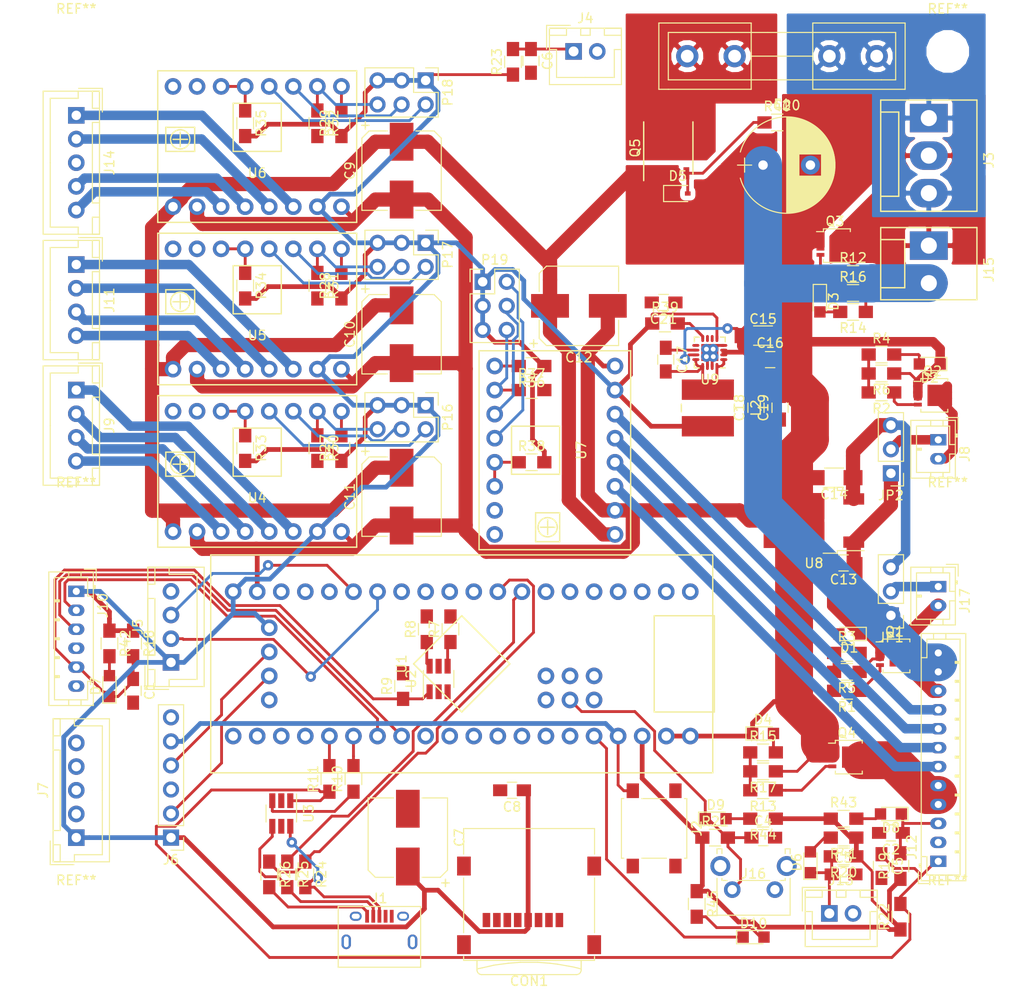
<source format=kicad_pcb>
(kicad_pcb (version 20171130) (host pcbnew 5.0.1+dfsg1-3)
  (layers (0 F.Cu signal) (31 B.Cu signal) (34 B.Paste user hide) (35 F.Paste user hide) (36 B.SilkS user) (37 F.SilkS user) (38 B.Mask user) (39 F.Mask user hide) (44 Edge.Cuts user))
  (net 0 "")
  (net 1 END_X)
  (net 2 GND)
  (net 3 END_Y)
  (net 4 END_Z)
  (net 5 BTN1)
  (net 6 HOTEND_SENSE)
  (net 7 BED_SENSE)
  (net 8 VCC)
  (net 9 +12V)
  (net 10 "Net-(C17-Pad1)")
  (net 11 Vsw)
  (net 12 +3V3)
  (net 13 SD_CD)
  (net 14 SD_CMD)
  (net 15 SD_CLK)
  (net 16 SD_DAT0)
  (net 17 "Net-(D1-Pad2)")
  (net 18 "Net-(D2-Pad2)")
  (net 19 "Net-(D3-Pad2)")
  (net 20 "Net-(D4-Pad2)")
  (net 21 "Net-(D5-Pad2)")
  (net 22 "Net-(F1-Pad2)")
  (net 23 "Net-(F1-Pad1)")
  (net 24 +5V)
  (net 25 USB_D-)
  (net 26 USB_D+)
  (net 27 RESET)
  (net 28 SCL)
  (net 29 SDA)
  (net 30 JTCK)
  (net 31 JTMS)
  (net 32 "Net-(J8-Pad1)")
  (net 33 FAN2_PWR)
  (net 34 X_1B)
  (net 35 X_1A)
  (net 36 X_2A)
  (net 37 X_2B)
  (net 38 ESP_RX)
  (net 39 ESP_TX)
  (net 40 Y_1B)
  (net 41 Y_1A)
  (net 42 Y_2A)
  (net 43 Y_2B)
  (net 44 HOTEND_PWR)
  (net 45 E_1B)
  (net 46 E_1A)
  (net 47 E_2A)
  (net 48 E_2B)
  (net 49 FAN1_PWR)
  (net 50 Z_1B)
  (net 51 Z_1A)
  (net 52 Z_2A)
  (net 53 Z_2B)
  (net 54 HEAT_BED_PWR)
  (net 55 "Net-(P16-Pad2)")
  (net 56 "Net-(P16-Pad4)")
  (net 57 "Net-(P16-Pad6)")
  (net 58 "Net-(P17-Pad2)")
  (net 59 "Net-(P17-Pad4)")
  (net 60 "Net-(P17-Pad6)")
  (net 61 "Net-(P18-Pad2)")
  (net 62 "Net-(P18-Pad4)")
  (net 63 "Net-(P18-Pad6)")
  (net 64 "Net-(P19-Pad2)")
  (net 65 "Net-(P19-Pad4)")
  (net 66 "Net-(P19-Pad6)")
  (net 67 FAN1)
  (net 68 FAN2)
  (net 69 "Net-(R7-Pad2)")
  (net 70 "Net-(R8-Pad2)")
  (net 71 "Net-(R9-Pad2)")
  (net 72 "Net-(R10-Pad2)")
  (net 73 "Net-(R11-Pad2)")
  (net 74 HEAT_BED)
  (net 75 HOTEND)
  (net 76 USB2)
  (net 77 USB1)
  (net 78 X_EN)
  (net 79 Y_EN)
  (net 80 Z_EN)
  (net 81 "Net-(R33-Pad1)")
  (net 82 "Net-(R34-Pad1)")
  (net 83 "Net-(R35-Pad1)")
  (net 84 E_EN)
  (net 85 "Net-(R38-Pad1)")
  (net 86 "Net-(R39-Pad2)")
  (net 87 Z_STEP)
  (net 88 Z_DIR)
  (net 89 Y_STEP)
  (net 90 Y_DIR)
  (net 91 X_STEP)
  (net 92 X_DIR)
  (net 93 E_STEP)
  (net 94 E_DIR)
  (net 95 "Net-(D6-Pad2)")
  (net 96 "Net-(D7-Pad2)")
  (net 97 "Net-(D8-Pad2)")
  (net 98 "Net-(D9-Pad2)")
  (net 99 "Net-(Q1-Pad4)")
  (net 100 "Net-(Q2-Pad4)")
  (net 101 "Net-(Q3-Pad4)")
  (net 102 "Net-(Q4-Pad4)")
  (net 103 LED1)
  (net 104 "Net-(J17-Pad1)")
  (net 105 "Net-(D10-Pad2)")
  (module custom-modules:A4988 (layer F.Cu) (at 43.1013 51.1912 270)
    (fp_text reference U5 (at 2.794 0 180) (layer F.SilkS))
    (fp_text value 4988)
    (pad 1 thru_hole circle (at -6.35 -8.89 270) (size 1.75 1.75) (drill 1) (layers *.Cu *.Mask) (net 79 Y_EN))
    (pad 2 thru_hole circle (at -6.35 -6.35 270) (size 1.75 1.75) (drill 1) (layers *.Cu *.Mask) (net 60 "Net-(P17-Pad6)"))
    (pad 3 thru_hole circle (at -6.35 -3.81 270) (size 1.75 1.75) (drill 1) (layers *.Cu *.Mask) (net 59 "Net-(P17-Pad4)"))
    (pad 4 thru_hole circle (at -6.35 -1.27 270) (size 1.75 1.75) (drill 1) (layers *.Cu *.Mask) (net 58 "Net-(P17-Pad2)"))
    (pad 5 thru_hole circle (at -6.35 1.27 270) (size 1.75 1.75) (drill 1) (layers *.Cu *.Mask) (net 82 "Net-(R34-Pad1)"))
    (pad 6 thru_hole circle (at -6.35 3.81 270) (size 1.75 1.75) (drill 1) (layers *.Cu *.Mask) (net 82 "Net-(R34-Pad1)"))
    (pad 7 thru_hole circle (at -6.35 6.35 270) (size 1.75 1.75) (drill 1) (layers *.Cu *.Mask) (net 89 Y_STEP))
    (pad 8 thru_hole circle (at -6.35 8.89 270) (size 1.75 1.75) (drill 1) (layers *.Cu *.Mask) (net 90 Y_DIR))
    (pad 9 thru_hole circle (at 6.35 8.89 270) (size 1.75 1.75) (drill 1) (layers *.Cu *.Mask) (net 8 VCC))
    (pad 10 thru_hole circle (at 6.35 6.35 270) (size 1.75 1.75) (drill 1) (layers *.Cu *.Mask) (net 2 GND))
    (pad 11 thru_hole circle (at 6.35 3.81 270) (size 1.75 1.75) (drill 1) (layers *.Cu *.Mask) (net 43 Y_2B))
    (pad 12 thru_hole circle (at 6.35 1.27 270) (size 1.75 1.75) (drill 1) (layers *.Cu *.Mask) (net 42 Y_2A))
    (pad 13 thru_hole circle (at 6.35 -1.27 270) (size 1.75 1.75) (drill 1) (layers *.Cu *.Mask) (net 41 Y_1A))
    (pad 14 thru_hole circle (at 6.35 -3.81 270) (size 1.75 1.75) (drill 1) (layers *.Cu *.Mask) (net 40 Y_1B))
    (pad 15 thru_hole circle (at 6.35 -6.35 270) (size 1.75 1.75) (drill 1) (layers *.Cu *.Mask) (net 12 +3V3))
    (pad 16 thru_hole circle (at 6.35 -8.89 270) (size 1.75 1.75) (drill 1) (layers *.Cu *.Mask) (net 2 GND))
  )
  (module Resistors_SMD:R_0805_HandSoldering (layer F.Cu) (at 30 86.5 270)
    (fp_text reference R18 (at 0 -1.7 270) (layer F.SilkS))
    (fp_text value 10k)
    (pad 1 smd rect (at -1.35 0 270) (size 1.5 1.3) (layers F.Cu F.Paste F.Mask) (net 12 +3V3))
    (pad 2 smd rect (at 1.35 0 270) (size 1.5 1.3) (layers F.Cu F.Paste F.Mask) (net 1 END_X))
  )
  (module custom-modules:A4988 (layer F.Cu) (at 74.5213 66.1012)
    (fp_text reference U7 (at 2.794 0 270) (layer F.SilkS))
    (fp_text value 4988)
    (pad 1 thru_hole circle (at -6.35 -8.89) (size 1.75 1.75) (drill 1) (layers *.Cu *.Mask) (net 84 E_EN))
    (pad 2 thru_hole circle (at -6.35 -6.35) (size 1.75 1.75) (drill 1) (layers *.Cu *.Mask) (net 66 "Net-(P19-Pad6)"))
    (pad 3 thru_hole circle (at -6.35 -3.81) (size 1.75 1.75) (drill 1) (layers *.Cu *.Mask) (net 65 "Net-(P19-Pad4)"))
    (pad 4 thru_hole circle (at -6.35 -1.27) (size 1.75 1.75) (drill 1) (layers *.Cu *.Mask) (net 64 "Net-(P19-Pad2)"))
    (pad 5 thru_hole circle (at -6.35 1.27) (size 1.75 1.75) (drill 1) (layers *.Cu *.Mask) (net 85 "Net-(R38-Pad1)"))
    (pad 6 thru_hole circle (at -6.35 3.81) (size 1.75 1.75) (drill 1) (layers *.Cu *.Mask) (net 85 "Net-(R38-Pad1)"))
    (pad 7 thru_hole circle (at -6.35 6.35) (size 1.75 1.75) (drill 1) (layers *.Cu *.Mask) (net 93 E_STEP))
    (pad 8 thru_hole circle (at -6.35 8.89) (size 1.75 1.75) (drill 1) (layers *.Cu *.Mask) (net 94 E_DIR))
    (pad 9 thru_hole circle (at 6.35 8.89) (size 1.75 1.75) (drill 1) (layers *.Cu *.Mask) (net 8 VCC))
    (pad 10 thru_hole circle (at 6.35 6.35) (size 1.75 1.75) (drill 1) (layers *.Cu *.Mask) (net 2 GND))
    (pad 11 thru_hole circle (at 6.35 3.81) (size 1.75 1.75) (drill 1) (layers *.Cu *.Mask) (net 48 E_2B))
    (pad 12 thru_hole circle (at 6.35 1.27) (size 1.75 1.75) (drill 1) (layers *.Cu *.Mask) (net 47 E_2A))
    (pad 13 thru_hole circle (at 6.35 -1.27) (size 1.75 1.75) (drill 1) (layers *.Cu *.Mask) (net 46 E_1A))
    (pad 14 thru_hole circle (at 6.35 -3.81) (size 1.75 1.75) (drill 1) (layers *.Cu *.Mask) (net 45 E_1B))
    (pad 15 thru_hole circle (at 6.35 -6.35) (size 1.75 1.75) (drill 1) (layers *.Cu *.Mask) (net 12 +3V3))
    (pad 16 thru_hole circle (at 6.35 -8.89) (size 1.75 1.75) (drill 1) (layers *.Cu *.Mask) (net 2 GND))
  )
  (module Capacitors_SMD:C_0805_HandSoldering (layer F.Cu) (at 86.23 56.535 270)
    (fp_text reference C17 (at 0 -1.75 270) (layer F.SilkS))
    (fp_text value 22n/10V)
    (pad 1 smd rect (at -1.25 0 270) (size 1.5 1.25) (layers F.Cu F.Paste F.Mask) (net 10 "Net-(C17-Pad1)"))
    (pad 2 smd rect (at 1.25 0 270) (size 1.5 1.25) (layers F.Cu F.Paste F.Mask) (net 11 Vsw))
  )
  (module Resistors_SMD:R_0805_HandSoldering (layer F.Cu) (at 96.5 98)
    (fp_text reference R15 (at 0 -1.7) (layer F.SilkS))
    (fp_text value 1k)
    (pad 1 smd rect (at -1.35 0) (size 1.5 1.3) (layers F.Cu F.Paste F.Mask) (net 75 HOTEND))
    (pad 2 smd rect (at 1.35 0) (size 1.5 1.3) (layers F.Cu F.Paste F.Mask) (net 20 "Net-(D4-Pad2)"))
  )
  (module TO_SOT_Packages_SMD:TO-252-2 (layer F.Cu) (at 101.875 73.525 180)
    (fp_text reference U8 (at 0 -4.5 180) (layer F.SilkS))
    (fp_text value L7812)
    (pad 1 smd rect (at -4.2 -2.28 180) (size 2.2 1.2) (layers F.Cu F.Paste F.Mask) (net 8 VCC))
    (pad 3 smd rect (at -4.2 2.28 180) (size 2.2 1.2) (layers F.Cu F.Paste F.Mask) (net 9 +12V))
    (pad 2 smd rect (at 2.1 0 180) (size 6.4 5.8) (layers F.Cu F.Mask) (net 2 GND))
    (pad 2 smd rect (at 3.775 1.525 180) (size 3.05 2.75) (layers F.Cu F.Paste) (net 2 GND))
    (pad 2 smd rect (at 0.425 -1.525 180) (size 3.05 2.75) (layers F.Cu F.Paste) (net 2 GND))
    (pad 2 smd rect (at 3.775 -1.525 180) (size 3.05 2.75) (layers F.Cu F.Paste) (net 2 GND))
    (pad 2 smd rect (at 0.425 1.525 180) (size 3.05 2.75) (layers F.Cu F.Paste) (net 2 GND))
  )
  (module Connectors:USB_Micro-B (layer F.Cu) (at 56 116.65)
    (fp_text reference J1 (at 0 -3.24) (layer F.SilkS))
    (fp_text value USB_OTG)
    (pad 1 smd rect (at -1.3 -1.35 90) (size 1.35 0.4) (layers F.Cu F.Paste F.Mask) (net 24 +5V))
    (pad 2 smd rect (at -0.65 -1.35 90) (size 1.35 0.4) (layers F.Cu F.Paste F.Mask) (net 25 USB_D-))
    (pad 3 smd rect (at 0 -1.35 90) (size 1.35 0.4) (layers F.Cu F.Paste F.Mask) (net 26 USB_D+))
    (pad 4 smd rect (at 0.65 -1.35 90) (size 1.35 0.4) (layers F.Cu F.Paste F.Mask))
    (pad 5 smd rect (at 1.3 -1.35 90) (size 1.35 0.4) (layers F.Cu F.Paste F.Mask) (net 2 GND))
    (pad 6 thru_hole oval (at -2.5 -1.35 90) (size 0.95 1.25) (drill oval 0.55 0.85) (layers *.Cu *.Mask) (net 2 GND))
    (pad 6 thru_hole oval (at 2.5 -1.35 90) (size 0.95 1.25) (drill oval 0.55 0.85) (layers *.Cu *.Mask) (net 2 GND))
    (pad 6 thru_hole oval (at -3.5 1.35 90) (size 1.55 1) (drill oval 1.15 0.5) (layers *.Cu *.Mask) (net 2 GND))
    (pad 6 thru_hole oval (at 3.5 1.35 90) (size 1.55 1) (drill oval 1.15 0.5) (layers *.Cu *.Mask) (net 2 GND))
  )
  (module Capacitors_SMD:C_0805_HandSoldering (layer F.Cu) (at 109 110 270)
    (fp_text reference C5 (at 0 -1.75 270) (layer F.SilkS))
    (fp_text value 0.1u)
    (pad 1 smd rect (at -1.25 0 270) (size 1.5 1.25) (layers F.Cu F.Paste F.Mask) (net 6 HOTEND_SENSE))
    (pad 2 smd rect (at 1.25 0 270) (size 1.5 1.25) (layers F.Cu F.Paste F.Mask) (net 2 GND))
  )
  (module Resistors_SMD:R_0805_HandSoldering (layer F.Cu) (at 72.0613 67.3712)
    (fp_text reference R38 (at 0 -1.7) (layer F.SilkS))
    (fp_text value 10k)
    (pad 1 smd rect (at -1.35 0) (size 1.5 1.3) (layers F.Cu F.Paste F.Mask) (net 85 "Net-(R38-Pad1)"))
    (pad 2 smd rect (at 1.35 0) (size 1.5 1.3) (layers F.Cu F.Paste F.Mask) (net 12 +3V3))
  )
  (module Resistors_SMD:R_0805_HandSoldering (layer F.Cu) (at 72.0613 59.7512)
    (fp_text reference R37 (at 0 -1.7) (layer F.SilkS))
    (fp_text value 10k)
    (pad 1 smd rect (at -1.35 0) (size 1.5 1.3) (layers F.Cu F.Paste F.Mask) (net 66 "Net-(P19-Pad6)"))
    (pad 2 smd rect (at 1.35 0) (size 1.5 1.3) (layers F.Cu F.Paste F.Mask) (net 2 GND))
  )
  (module Capacitors_SMD:C_0805_HandSoldering (layer F.Cu) (at 97.25 56.535)
    (fp_text reference C16 (at 0 -1.75) (layer F.SilkS))
    (fp_text value 0.1u)
    (pad 1 smd rect (at -1.25 0) (size 1.5 1.25) (layers F.Cu F.Paste F.Mask) (net 8 VCC))
    (pad 2 smd rect (at 1.25 0) (size 1.5 1.25) (layers F.Cu F.Paste F.Mask) (net 2 GND))
  )
  (module Capacitors_SMD:C_0805_HandSoldering (layer F.Cu) (at 105 78 180)
    (fp_text reference C13 (at 0 -1.75 180) (layer F.SilkS))
    (fp_text value 0.33u/35V)
    (pad 1 smd rect (at -1.25 0 180) (size 1.5 1.25) (layers F.Cu F.Paste F.Mask) (net 8 VCC))
    (pad 2 smd rect (at 1.25 0 180) (size 1.5 1.25) (layers F.Cu F.Paste F.Mask) (net 2 GND))
  )
  (module Capacitors_SMD:C_0805_HandSoldering (layer F.Cu) (at 70 102 180)
    (fp_text reference C8 (at 0 -1.75 180) (layer F.SilkS))
    (fp_text value 0.1u)
    (pad 1 smd rect (at -1.25 0 180) (size 1.5 1.25) (layers F.Cu F.Paste F.Mask) (net 12 +3V3))
    (pad 2 smd rect (at 1.25 0 180) (size 1.5 1.25) (layers F.Cu F.Paste F.Mask) (net 2 GND))
  )
  (module TO_SOT_Packages_SMD:LFPAK33 (layer F.Cu) (at 110.38 87.81)
    (fp_text reference Q1 (at 0 -2.55) (layer F.SilkS))
    (fp_text value PSMN2R4-30MLD)
    (pad 5 smd rect (at 1.575 -0.975) (size 0.75 0.4) (layers F.Cu F.Mask) (net 49 FAN1_PWR))
    (pad 5 smd rect (at 1.575 0.975) (size 0.75 0.4) (layers F.Cu F.Mask) (net 49 FAN1_PWR))
    (pad 5 smd rect (at 1.575 -0.325) (size 0.75 0.4) (layers F.Cu F.Mask) (net 49 FAN1_PWR))
    (pad 2 smd rect (at -1.535 -0.325) (size 0.83 0.4) (layers F.Cu F.Mask) (net 2 GND))
    (pad 1 smd rect (at -1.535 -0.975) (size 0.83 0.4) (layers F.Cu F.Mask) (net 2 GND))
    (pad 3 smd rect (at -1.535 0.325) (size 0.83 0.4) (layers F.Cu F.Mask) (net 2 GND))
    (pad 5 smd rect (at 0.405 0) (size 1.85 2.25) (layers F.Cu F.Mask) (net 49 FAN1_PWR))
    (pad 5 smd rect (at 1.575 0.325) (size 0.75 0.4) (layers F.Cu F.Mask) (net 49 FAN1_PWR))
    (pad 4 smd rect (at -1.535 0.975) (size 0.83 0.4) (layers F.Cu F.Mask) (net 99 "Net-(Q1-Pad4)"))
  )
  (module Resistors_SMD:R_0805_HandSoldering (layer F.Cu) (at 105 105)
    (fp_text reference R43 (at 0 -1.7) (layer F.SilkS))
    (fp_text value 1k)
    (pad 1 smd rect (at -1.35 0) (size 1.5 1.3) (layers F.Cu F.Paste F.Mask) (net 12 +3V3))
    (pad 2 smd rect (at 1.35 0) (size 1.5 1.3) (layers F.Cu F.Paste F.Mask) (net 97 "Net-(D8-Pad2)"))
  )
  (module Resistors_SMD:R_0805_HandSoldering (layer F.Cu) (at 96.5 105 180)
    (fp_text reference R44 (at 0 -1.7 180) (layer F.SilkS))
    (fp_text value 1k)
    (pad 1 smd rect (at -1.35 0 180) (size 1.5 1.3) (layers F.Cu F.Paste F.Mask) (net 12 +3V3))
    (pad 2 smd rect (at 1.35 0 180) (size 1.5 1.3) (layers F.Cu F.Paste F.Mask) (net 98 "Net-(D9-Pad2)"))
  )
  (module Pin_Headers:Pin_Header_Straight_1x03_Pitch2.54mm (layer F.Cu) (at 110 83.54 180)
    (fp_text reference JP1 (at 0 -2.33 180) (layer F.SilkS))
    (fp_text value "FAN1 PWR SEL")
    (pad 1 thru_hole rect (at 0 0 180) (size 1.7 1.7) (drill 1) (layers *.Cu *.Mask) (net 8 VCC))
    (pad 2 thru_hole oval (at 0 2.54 180) (size 1.7 1.7) (drill 1) (layers *.Cu *.Mask) (net 104 "Net-(J17-Pad1)"))
    (pad 3 thru_hole oval (at 0 5.08 180) (size 1.7 1.7) (drill 1) (layers *.Cu *.Mask) (net 9 +12V))
  )
  (module custom-modules:blue_pill (layer F.Cu) (at 64.6913 88.6562 270)
    (fp_text reference U1 (at 0 6.35 270) (layer F.SilkS))
    (fp_text value bluepill)
    (pad PA13 thru_hole circle (at -1.27 20.32 270) (size 1.75 1.75) (drill 1) (layers *.Cu *.Mask) (net 31 JTMS))
    (pad PA14 thru_hole circle (at 1.27 20.32 270) (size 1.75 1.75) (drill 1) (layers *.Cu *.Mask) (net 30 JTCK))
    (pad GND thru_hole circle (at 3.81 20.32 270) (size 1.75 1.75) (drill 1) (layers *.Cu *.Mask) (net 2 GND))
    (pad VDD thru_hole circle (at -3.81 20.32 270) (size 1.75 1.75) (drill 1) (layers *.Cu *.Mask) (net 12 +3V3))
    (pad PB3 thru_hole circle (at -7.62 1.27 270) (size 1.75 1.75) (drill 1) (layers *.Cu *.Mask) (net 69 "Net-(R7-Pad2)"))
    (pad PB4 thru_hole circle (at -7.62 3.81 270) (size 1.75 1.75) (drill 1) (layers *.Cu *.Mask) (net 70 "Net-(R8-Pad2)"))
    (pad PB5 thru_hole circle (at -7.62 6.35 270) (size 1.75 1.75) (drill 1) (layers *.Cu *.Mask) (net 71 "Net-(R9-Pad2)"))
    (pad PB6 thru_hole circle (at -7.62 8.89 270) (size 1.75 1.75) (drill 1) (layers *.Cu *.Mask) (net 28 SCL))
    (pad PB7 thru_hole circle (at -7.62 11.43 270) (size 1.75 1.75) (drill 1) (layers *.Cu *.Mask) (net 29 SDA))
    (pad PB8 thru_hole circle (at -7.62 13.97 270) (size 1.75 1.75) (drill 1) (layers *.Cu *.Mask) (net 68 FAN2))
    (pad PB9 thru_hole circle (at -7.62 16.51 270) (size 1.75 1.75) (drill 1) (layers *.Cu *.Mask) (net 75 HOTEND))
    (pad VCC thru_hole circle (at -7.62 19.05 270) (size 1.75 1.75) (drill 1) (layers *.Cu *.Mask))
    (pad GND thru_hole circle (at -7.62 21.59 270) (size 1.75 1.75) (drill 1) (layers *.Cu *.Mask) (net 2 GND))
    (pad VDD thru_hole circle (at -7.62 24.13 270) (size 1.75 1.75) (drill 1) (layers *.Cu *.Mask) (net 12 +3V3))
    (pad PA15 thru_hole circle (at -7.62 -1.27 270) (size 1.75 1.75) (drill 1) (layers *.Cu *.Mask) (net 87 Z_STEP))
    (pad PA12 thru_hole circle (at -7.62 -3.81 270) (size 1.75 1.75) (drill 1) (layers *.Cu *.Mask) (net 76 USB2))
    (pad PA11 thru_hole circle (at -7.62 -6.35 270) (size 1.75 1.75) (drill 1) (layers *.Cu *.Mask) (net 77 USB1))
    (pad PA10 thru_hole circle (at -7.62 -8.89 270) (size 1.75 1.75) (drill 1) (layers *.Cu *.Mask) (net 88 Z_DIR))
    (pad PA9 thru_hole circle (at -7.62 -11.43 270) (size 1.75 1.75) (drill 1) (layers *.Cu *.Mask) (net 92 X_DIR))
    (pad PA8 thru_hole circle (at -7.62 -13.97 270) (size 1.75 1.75) (drill 1) (layers *.Cu *.Mask) (net 91 X_STEP))
    (pad PB15 thru_hole circle (at -7.62 -16.51 270) (size 1.75 1.75) (drill 1) (layers *.Cu *.Mask) (net 78 X_EN))
    (pad PB14 thru_hole circle (at -7.62 -19.05 270) (size 1.75 1.75) (drill 1) (layers *.Cu *.Mask) (net 90 Y_DIR))
    (pad PB13 thru_hole circle (at -7.62 -21.59 270) (size 1.75 1.75) (drill 1) (layers *.Cu *.Mask) (net 89 Y_STEP))
    (pad PB12 thru_hole circle (at -7.62 -24.13 270) (size 1.75 1.75) (drill 1) (layers *.Cu *.Mask) (net 79 Y_EN))
    (pad GND thru_hole circle (at 7.62 -24.13 270) (size 1.75 1.75) (drill 1) (layers *.Cu *.Mask) (net 2 GND))
    (pad GND thru_hole circle (at 7.62 -21.59 270) (size 1.75 1.75) (drill 1) (layers *.Cu *.Mask) (net 2 GND))
    (pad VDD thru_hole circle (at 7.62 -19.05 270) (size 1.75 1.75) (drill 1) (layers *.Cu *.Mask) (net 12 +3V3))
    (pad NRST thru_hole circle (at 7.62 -16.51 270) (size 1.75 1.75) (drill 1) (layers *.Cu *.Mask) (net 27 RESET))
    (pad PB11 thru_hole circle (at 7.62 -13.97 270) (size 1.75 1.75) (drill 1) (layers *.Cu *.Mask) (net 103 LED1))
    (pad PB10 thru_hole circle (at 7.62 -11.43 270) (size 1.75 1.75) (drill 1) (layers *.Cu *.Mask) (net 80 Z_EN))
    (pad PB1 thru_hole circle (at 7.62 -8.89 270) (size 1.75 1.75) (drill 1) (layers *.Cu *.Mask) (net 67 FAN1))
    (pad PB0 thru_hole circle (at 7.62 -6.35 270) (size 1.75 1.75) (drill 1) (layers *.Cu *.Mask) (net 74 HEAT_BED))
    (pad PA7 thru_hole circle (at 7.62 -3.81 270) (size 1.75 1.75) (drill 1) (layers *.Cu *.Mask) (net 14 SD_CMD))
    (pad PA6 thru_hole circle (at 7.62 -1.27 270) (size 1.75 1.75) (drill 1) (layers *.Cu *.Mask) (net 16 SD_DAT0))
    (pad PA5 thru_hole circle (at 7.62 1.27 270) (size 1.75 1.75) (drill 1) (layers *.Cu *.Mask) (net 15 SD_CLK))
    (pad PA4 thru_hole circle (at 7.62 3.81 270) (size 1.75 1.75) (drill 1) (layers *.Cu *.Mask) (net 13 SD_CD))
    (pad PA3 thru_hole circle (at 7.62 6.35 270) (size 1.75 1.75) (drill 1) (layers *.Cu *.Mask) (net 38 ESP_RX))
    (pad PA2 thru_hole circle (at 7.62 8.89 270) (size 1.75 1.75) (drill 1) (layers *.Cu *.Mask) (net 39 ESP_TX))
    (pad PA1 thru_hole circle (at 7.62 11.43 270) (size 1.75 1.75) (drill 1) (layers *.Cu *.Mask) (net 72 "Net-(R10-Pad2)"))
    (pad PA0 thru_hole circle (at 7.62 13.97 270) (size 1.75 1.75) (drill 1) (layers *.Cu *.Mask) (net 73 "Net-(R11-Pad2)"))
    (pad PC15 thru_hole circle (at 7.62 16.51 270) (size 1.75 1.75) (drill 1) (layers *.Cu *.Mask) (net 94 E_DIR))
    (pad PC14 thru_hole circle (at 7.62 19.05 270) (size 1.75 1.75) (drill 1) (layers *.Cu *.Mask) (net 93 E_STEP))
    (pad PC13 thru_hole circle (at 7.62 21.59 270) (size 1.75 1.75) (drill 1) (layers *.Cu *.Mask) (net 84 E_EN))
    (pad VBAT thru_hole circle (at 7.62 24.13 270) (size 1.75 1.75) (drill 1) (layers *.Cu *.Mask))
    (pad GND thru_hole circle (at 1.27 -13.97 270) (size 1.75 1.75) (drill 1) (layers *.Cu *.Mask) (net 2 GND))
    (pad GND thru_hole circle (at 3.81 -13.97 270) (size 1.75 1.75) (drill 1) (layers *.Cu *.Mask) (net 2 GND))
    (pad PB2 thru_hole circle (at 3.81 -11.43 270) (size 1.75 1.75) (drill 1) (layers *.Cu *.Mask) (net 5 BTN1))
    (pad BT0 thru_hole circle (at 1.27 -11.43 270) (size 1.75 1.75) (drill 1) (layers *.Cu *.Mask))
    (pad VDD thru_hole circle (at 1.27 -8.89 270) (size 1.75 1.75) (drill 1) (layers *.Cu *.Mask) (net 12 +3V3))
    (pad VDD thru_hole circle (at 3.81 -8.89 270) (size 1.75 1.75) (drill 1) (layers *.Cu *.Mask) (net 12 +3V3))
  )
  (module custom-modules:A4988 (layer F.Cu) (at 43.1013 34.0462 270)
    (fp_text reference U6 (at 2.794 0 180) (layer F.SilkS))
    (fp_text value 4988)
    (pad 1 thru_hole circle (at -6.35 -8.89 270) (size 1.75 1.75) (drill 1) (layers *.Cu *.Mask) (net 80 Z_EN))
    (pad 2 thru_hole circle (at -6.35 -6.35 270) (size 1.75 1.75) (drill 1) (layers *.Cu *.Mask) (net 63 "Net-(P18-Pad6)"))
    (pad 3 thru_hole circle (at -6.35 -3.81 270) (size 1.75 1.75) (drill 1) (layers *.Cu *.Mask) (net 62 "Net-(P18-Pad4)"))
    (pad 4 thru_hole circle (at -6.35 -1.27 270) (size 1.75 1.75) (drill 1) (layers *.Cu *.Mask) (net 61 "Net-(P18-Pad2)"))
    (pad 5 thru_hole circle (at -6.35 1.27 270) (size 1.75 1.75) (drill 1) (layers *.Cu *.Mask) (net 83 "Net-(R35-Pad1)"))
    (pad 6 thru_hole circle (at -6.35 3.81 270) (size 1.75 1.75) (drill 1) (layers *.Cu *.Mask) (net 83 "Net-(R35-Pad1)"))
    (pad 7 thru_hole circle (at -6.35 6.35 270) (size 1.75 1.75) (drill 1) (layers *.Cu *.Mask) (net 87 Z_STEP))
    (pad 8 thru_hole circle (at -6.35 8.89 270) (size 1.75 1.75) (drill 1) (layers *.Cu *.Mask) (net 88 Z_DIR))
    (pad 9 thru_hole circle (at 6.35 8.89 270) (size 1.75 1.75) (drill 1) (layers *.Cu *.Mask) (net 8 VCC))
    (pad 10 thru_hole circle (at 6.35 6.35 270) (size 1.75 1.75) (drill 1) (layers *.Cu *.Mask) (net 2 GND))
    (pad 11 thru_hole circle (at 6.35 3.81 270) (size 1.75 1.75) (drill 1) (layers *.Cu *.Mask) (net 53 Z_2B))
    (pad 12 thru_hole circle (at 6.35 1.27 270) (size 1.75 1.75) (drill 1) (layers *.Cu *.Mask) (net 52 Z_2A))
    (pad 13 thru_hole circle (at 6.35 -1.27 270) (size 1.75 1.75) (drill 1) (layers *.Cu *.Mask) (net 51 Z_1A))
    (pad 14 thru_hole circle (at 6.35 -3.81 270) (size 1.75 1.75) (drill 1) (layers *.Cu *.Mask) (net 50 Z_1B))
    (pad 15 thru_hole circle (at 6.35 -6.35 270) (size 1.75 1.75) (drill 1) (layers *.Cu *.Mask) (net 12 +3V3))
    (pad 16 thru_hole circle (at 6.35 -8.89 270) (size 1.75 1.75) (drill 1) (layers *.Cu *.Mask) (net 2 GND))
  )
  (module Pin_Headers:Pin_Header_Straight_2x03_Pitch2.54mm (layer F.Cu) (at 60.8813 61.3512 270)
    (fp_text reference P16 (at 1.27 -2.33 270) (layer F.SilkS))
    (fp_text value SW_DIP)
    (pad 1 thru_hole rect (at 0 0 270) (size 1.7 1.7) (drill 1) (layers *.Cu *.Mask) (net 12 +3V3))
    (pad 2 thru_hole oval (at 2.54 0 270) (size 1.7 1.7) (drill 1) (layers *.Cu *.Mask) (net 55 "Net-(P16-Pad2)"))
    (pad 3 thru_hole oval (at 0 2.54 270) (size 1.7 1.7) (drill 1) (layers *.Cu *.Mask) (net 12 +3V3))
    (pad 4 thru_hole oval (at 2.54 2.54 270) (size 1.7 1.7) (drill 1) (layers *.Cu *.Mask) (net 56 "Net-(P16-Pad4)"))
    (pad 5 thru_hole oval (at 0 5.08 270) (size 1.7 1.7) (drill 1) (layers *.Cu *.Mask) (net 12 +3V3))
    (pad 6 thru_hole oval (at 2.54 5.08 270) (size 1.7 1.7) (drill 1) (layers *.Cu *.Mask) (net 57 "Net-(P16-Pad6)"))
  )
  (module Resistors_SMD:R_0805_HandSoldering (layer F.Cu) (at 49.4513 65.8762 270)
    (fp_text reference R30 (at 0 -1.7 270) (layer F.SilkS))
    (fp_text value 10k)
    (pad 1 smd rect (at -1.35 0 270) (size 1.5 1.3) (layers F.Cu F.Paste F.Mask) (net 57 "Net-(P16-Pad6)"))
    (pad 2 smd rect (at 1.35 0 270) (size 1.5 1.3) (layers F.Cu F.Paste F.Mask) (net 2 GND))
  )
  (module Connectors_Molex:Molex_KK-41791-02_02x3.96mm_Straight (layer F.Cu) (at 114 44.5 270)
    (fp_text reference J15 (at 2.54 -6.35 270) (layer F.SilkS))
    (fp_text value B)
    (pad 1 thru_hole rect (at 0 0 270) (size 3 4) (drill 1.7) (layers *.Cu *.Mask) (net 54 HEAT_BED_PWR))
    (pad 2 thru_hole oval (at 3.9624 0 270) (size 3 4) (drill 1.7) (layers *.Cu *.Mask) (net 8 VCC))
  )
  (module Choke_SMD:Choke_SMD_Wuerth-WE-PD2-Typ-MS (layer F.Cu) (at 90.675 61.6404 270)
    (fp_text reference L2 (at 0 -5.08 270) (layer F.SilkS))
    (fp_text value 4.7u)
    (pad 1 smd rect (at -1.9304 0 270) (size 2.14884 5.4991) (layers F.Cu F.Paste F.Mask) (net 11 Vsw))
    (pad 2 smd rect (at 1.9304 0 270) (size 2.14884 5.4991) (layers F.Cu F.Paste F.Mask) (net 12 +3V3))
  )
  (module Resistors_SMD:R_0805_HandSoldering (layer F.Cu) (at 49.4513 48.7312 270)
    (fp_text reference R31 (at 0 -1.7 270) (layer F.SilkS))
    (fp_text value 10k)
    (pad 1 smd rect (at -1.35 0 270) (size 1.5 1.3) (layers F.Cu F.Paste F.Mask) (net 60 "Net-(P17-Pad6)"))
    (pad 2 smd rect (at 1.35 0 270) (size 1.5 1.3) (layers F.Cu F.Paste F.Mask) (net 2 GND))
  )
  (module Capacitors_SMD:C_0805_HandSoldering (layer F.Cu) (at 86 50.5 180)
    (fp_text reference C21 (at 0 -1.75 180) (layer F.SilkS))
    (fp_text value 0.1u)
    (pad 1 smd rect (at -1.25 0 180) (size 1.5 1.25) (layers F.Cu F.Paste F.Mask) (net 8 VCC))
    (pad 2 smd rect (at 1.25 0 180) (size 1.5 1.25) (layers F.Cu F.Paste F.Mask) (net 2 GND))
  )
  (module Pin_Headers:Pin_Header_Straight_2x03_Pitch2.54mm (layer F.Cu) (at 60.8813 44.2062 270)
    (fp_text reference P17 (at 1.27 -2.33 270) (layer F.SilkS))
    (fp_text value SW_DIP)
    (pad 1 thru_hole rect (at 0 0 270) (size 1.7 1.7) (drill 1) (layers *.Cu *.Mask) (net 12 +3V3))
    (pad 2 thru_hole oval (at 2.54 0 270) (size 1.7 1.7) (drill 1) (layers *.Cu *.Mask) (net 58 "Net-(P17-Pad2)"))
    (pad 3 thru_hole oval (at 0 2.54 270) (size 1.7 1.7) (drill 1) (layers *.Cu *.Mask) (net 12 +3V3))
    (pad 4 thru_hole oval (at 2.54 2.54 270) (size 1.7 1.7) (drill 1) (layers *.Cu *.Mask) (net 59 "Net-(P17-Pad4)"))
    (pad 5 thru_hole oval (at 0 5.08 270) (size 1.7 1.7) (drill 1) (layers *.Cu *.Mask) (net 12 +3V3))
    (pad 6 thru_hole oval (at 2.54 5.08 270) (size 1.7 1.7) (drill 1) (layers *.Cu *.Mask) (net 60 "Net-(P17-Pad6)"))
  )
  (module Resistors_SMD:R_0805_HandSoldering (layer F.Cu) (at 51.9913 48.7312 90)
    (fp_text reference R28 (at 0 -1.7 90) (layer F.SilkS))
    (fp_text value 10k)
    (pad 1 smd rect (at -1.35 0 90) (size 1.5 1.3) (layers F.Cu F.Paste F.Mask) (net 12 +3V3))
    (pad 2 smd rect (at 1.35 0 90) (size 1.5 1.3) (layers F.Cu F.Paste F.Mask) (net 79 Y_EN))
  )
  (module Pin_Headers:Pin_Header_Straight_2x03_Pitch2.54mm (layer F.Cu) (at 60.8813 27.0612 270)
    (fp_text reference P18 (at 1.27 -2.33 270) (layer F.SilkS))
    (fp_text value SW_DIP)
    (pad 1 thru_hole rect (at 0 0 270) (size 1.7 1.7) (drill 1) (layers *.Cu *.Mask) (net 12 +3V3))
    (pad 2 thru_hole oval (at 2.54 0 270) (size 1.7 1.7) (drill 1) (layers *.Cu *.Mask) (net 61 "Net-(P18-Pad2)"))
    (pad 3 thru_hole oval (at 0 2.54 270) (size 1.7 1.7) (drill 1) (layers *.Cu *.Mask) (net 12 +3V3))
    (pad 4 thru_hole oval (at 2.54 2.54 270) (size 1.7 1.7) (drill 1) (layers *.Cu *.Mask) (net 62 "Net-(P18-Pad4)"))
    (pad 5 thru_hole oval (at 0 5.08 270) (size 1.7 1.7) (drill 1) (layers *.Cu *.Mask) (net 12 +3V3))
    (pad 6 thru_hole oval (at 2.54 5.08 270) (size 1.7 1.7) (drill 1) (layers *.Cu *.Mask) (net 63 "Net-(P18-Pad6)"))
  )
  (module Resistors_SMD:R_0805_HandSoldering (layer F.Cu) (at 49.4513 31.5862 270)
    (fp_text reference R32 (at 0 -1.7 270) (layer F.SilkS))
    (fp_text value 10k)
    (pad 1 smd rect (at -1.35 0 270) (size 1.5 1.3) (layers F.Cu F.Paste F.Mask) (net 63 "Net-(P18-Pad6)"))
    (pad 2 smd rect (at 1.35 0 270) (size 1.5 1.3) (layers F.Cu F.Paste F.Mask) (net 2 GND))
  )
  (module Resistors_SMD:R_0805_HandSoldering (layer F.Cu) (at 72.0613 57.2112 180)
    (fp_text reference R36 (at 0 -1.7 180) (layer F.SilkS))
    (fp_text value 10k)
    (pad 1 smd rect (at -1.35 0 180) (size 1.5 1.3) (layers F.Cu F.Paste F.Mask) (net 12 +3V3))
    (pad 2 smd rect (at 1.35 0 180) (size 1.5 1.3) (layers F.Cu F.Paste F.Mask) (net 84 E_EN))
  )
  (module Connectors_Molex:Molex_KK-41791-03_03x3.96mm_Straight (layer F.Cu) (at 114 31.0376 270)
    (fp_text reference J3 (at 4.445 -6.35 270) (layer F.SilkS))
    (fp_text value PWR_IN)
    (pad 1 thru_hole rect (at 0 0 270) (size 3 4) (drill 1.7) (layers *.Cu *.Mask) (net 23 "Net-(F1-Pad1)"))
    (pad 2 thru_hole oval (at 3.9624 0 270) (size 3 4) (drill 1.7) (layers *.Cu *.Mask) (net 2 GND))
    (pad 3 thru_hole oval (at 7.9248 0 270) (size 3 4) (drill 1.7) (layers *.Cu *.Mask) (net 23 "Net-(F1-Pad1)"))
  )
  (module Resistors_SMD:R_0805_HandSoldering (layer F.Cu) (at 51.9913 31.5862 90)
    (fp_text reference R29 (at 0 -1.7 90) (layer F.SilkS))
    (fp_text value 10k)
    (pad 1 smd rect (at -1.35 0 90) (size 1.5 1.3) (layers F.Cu F.Paste F.Mask) (net 12 +3V3))
    (pad 2 smd rect (at 1.35 0 90) (size 1.5 1.3) (layers F.Cu F.Paste F.Mask) (net 80 Z_EN))
  )
  (module Resistors_SMD:R_0805_HandSoldering (layer F.Cu) (at 41.8313 65.8762 270)
    (fp_text reference R33 (at 0 -1.7 270) (layer F.SilkS))
    (fp_text value 10k)
    (pad 1 smd rect (at -1.35 0 270) (size 1.5 1.3) (layers F.Cu F.Paste F.Mask) (net 81 "Net-(R33-Pad1)"))
    (pad 2 smd rect (at 1.35 0 270) (size 1.5 1.3) (layers F.Cu F.Paste F.Mask) (net 12 +3V3))
  )
  (module Pin_Headers:Pin_Header_Straight_2x03_Pitch2.54mm (layer F.Cu) (at 66.9013 48.3212)
    (fp_text reference P19 (at 1.27 -2.33) (layer F.SilkS))
    (fp_text value SW_DIP)
    (pad 1 thru_hole rect (at 0 0) (size 1.7 1.7) (drill 1) (layers *.Cu *.Mask) (net 12 +3V3))
    (pad 2 thru_hole oval (at 2.54 0) (size 1.7 1.7) (drill 1) (layers *.Cu *.Mask) (net 64 "Net-(P19-Pad2)"))
    (pad 3 thru_hole oval (at 0 2.54) (size 1.7 1.7) (drill 1) (layers *.Cu *.Mask) (net 12 +3V3))
    (pad 4 thru_hole oval (at 2.54 2.54) (size 1.7 1.7) (drill 1) (layers *.Cu *.Mask) (net 65 "Net-(P19-Pad4)"))
    (pad 5 thru_hole oval (at 0 5.08) (size 1.7 1.7) (drill 1) (layers *.Cu *.Mask) (net 12 +3V3))
    (pad 6 thru_hole oval (at 2.54 5.08) (size 1.7 1.7) (drill 1) (layers *.Cu *.Mask) (net 66 "Net-(P19-Pad6)"))
  )
  (module Resistors_SMD:R_0805_HandSoldering (layer F.Cu) (at 41.8313 48.7312 270)
    (fp_text reference R34 (at 0 -1.7 270) (layer F.SilkS))
    (fp_text value 10k)
    (pad 1 smd rect (at -1.35 0 270) (size 1.5 1.3) (layers F.Cu F.Paste F.Mask) (net 82 "Net-(R34-Pad1)"))
    (pad 2 smd rect (at 1.35 0 270) (size 1.5 1.3) (layers F.Cu F.Paste F.Mask) (net 12 +3V3))
  )
  (module Pin_Headers:Pin_Header_Straight_1x03_Pitch2.54mm (layer F.Cu) (at 110 68.54 180)
    (fp_text reference JP2 (at 0 -2.33 180) (layer F.SilkS))
    (fp_text value "FAN2 PWR SEL")
    (pad 1 thru_hole rect (at 0 0 180) (size 1.7 1.7) (drill 1) (layers *.Cu *.Mask) (net 8 VCC))
    (pad 2 thru_hole oval (at 0 2.54 180) (size 1.7 1.7) (drill 1) (layers *.Cu *.Mask) (net 32 "Net-(J8-Pad1)"))
    (pad 3 thru_hole oval (at 0 5.08 180) (size 1.7 1.7) (drill 1) (layers *.Cu *.Mask) (net 9 +12V))
  )
  (module LEDs:LED_0805 (layer F.Cu) (at 105.6 85.5 180)
    (fp_text reference D1 (at 0 -1.45 180) (layer F.SilkS))
    (fp_text value LED)
    (pad 2 smd rect (at 1.1 0) (size 1.2 1.2) (layers F.Cu F.Paste F.Mask) (net 17 "Net-(D1-Pad2)"))
    (pad 1 smd rect (at -1.1 0) (size 1.2 1.2) (layers F.Cu F.Paste F.Mask) (net 2 GND))
  )
  (module Connectors_JST:JST_XH_B04B-XH-A_04x2.50mm_Straight (layer F.Cu) (at 34 88.5 90)
    (fp_text reference J5 (at 3.75 -3.5 90) (layer F.SilkS))
    (fp_text value I2C)
    (pad 1 thru_hole rect (at 0 0 90) (size 1.75 1.75) (drill 1) (layers *.Cu *.Mask) (net 12 +3V3))
    (pad 2 thru_hole circle (at 2.5 0 90) (size 1.75 1.75) (drill 1) (layers *.Cu *.Mask) (net 28 SCL))
    (pad 3 thru_hole circle (at 5 0 90) (size 1.75 1.75) (drill 1) (layers *.Cu *.Mask) (net 29 SDA))
    (pad 4 thru_hole circle (at 7.5 0 90) (size 1.75 1.75) (drill 1) (layers *.Cu *.Mask) (net 2 GND))
  )
  (module Capacitors_SMD:C_0805_HandSoldering (layer F.Cu) (at 72 25 270)
    (fp_text reference C6 (at 0 -1.75 270) (layer F.SilkS))
    (fp_text value 0.1u)
    (pad 1 smd rect (at -1.25 0 270) (size 1.5 1.25) (layers F.Cu F.Paste F.Mask) (net 7 BED_SENSE))
    (pad 2 smd rect (at 1.25 0 270) (size 1.5 1.25) (layers F.Cu F.Paste F.Mask) (net 2 GND))
  )
  (module Resistors_SMD:R_0805_HandSoldering (layer F.Cu) (at 61 85 90)
    (fp_text reference R8 (at 0 -1.7 90) (layer F.SilkS))
    (fp_text value 1k)
    (pad 1 smd rect (at -1.35 0 90) (size 1.5 1.3) (layers F.Cu F.Paste F.Mask) (net 4 END_Z))
    (pad 2 smd rect (at 1.35 0 90) (size 1.5 1.3) (layers F.Cu F.Paste F.Mask) (net 70 "Net-(R8-Pad2)"))
  )
  (module Resistors_SMD:R_0805_HandSoldering (layer F.Cu) (at 111 115.35 90)
    (fp_text reference R22 (at 0 -1.7 90) (layer F.SilkS))
    (fp_text value 4.7k)
    (pad 1 smd rect (at -1.35 0 90) (size 1.5 1.3) (layers F.Cu F.Paste F.Mask) (net 12 +3V3))
    (pad 2 smd rect (at 1.35 0 90) (size 1.5 1.3) (layers F.Cu F.Paste F.Mask) (net 6 HOTEND_SENSE))
  )
  (module Resistors_SMD:R_0805_HandSoldering (layer F.Cu) (at 63.5 85 90)
    (fp_text reference R7 (at 0 -1.7 90) (layer F.SilkS))
    (fp_text value 1k)
    (pad 1 smd rect (at -1.35 0 90) (size 1.5 1.3) (layers F.Cu F.Paste F.Mask) (net 3 END_Y))
    (pad 2 smd rect (at 1.35 0 90) (size 1.5 1.3) (layers F.Cu F.Paste F.Mask) (net 69 "Net-(R7-Pad2)"))
  )
  (module Resistors_SMD:R_0805_HandSoldering (layer F.Cu) (at 105 107 180)
    (fp_text reference R41 (at 0 -1.7 180) (layer F.SilkS))
    (fp_text value 1k)
    (pad 1 smd rect (at -1.35 0 180) (size 1.5 1.3) (layers F.Cu F.Paste F.Mask) (net 12 +3V3))
    (pad 2 smd rect (at 1.35 0 180) (size 1.5 1.3) (layers F.Cu F.Paste F.Mask) (net 95 "Net-(D6-Pad2)"))
  )
  (module Connectors_JST:JST_XH_B02B-XH-A_02x2.50mm_Straight (layer F.Cu) (at 76.5 24)
    (fp_text reference J4 (at 1.25 -3.5) (layer F.SilkS))
    (fp_text value B)
    (pad 1 thru_hole rect (at 0 0) (size 1.75 1.75) (drill 1.05) (layers *.Cu *.Mask) (net 7 BED_SENSE))
    (pad 2 thru_hole circle (at 2.5 0) (size 1.75 1.75) (drill 1.05) (layers *.Cu *.Mask) (net 2 GND))
  )
  (module Resistors_SMD:R_0805_HandSoldering (layer F.Cu) (at 109 58 180)
    (fp_text reference R6 (at 0 -1.7 180) (layer F.SilkS))
    (fp_text value 100k)
    (pad 1 smd rect (at -1.35 0 180) (size 1.5 1.3) (layers F.Cu F.Paste F.Mask) (net 2 GND))
    (pad 2 smd rect (at 1.35 0 180) (size 1.5 1.3) (layers F.Cu F.Paste F.Mask) (net 68 FAN2))
  )
  (module Resistors_SMD:R_0805_HandSoldering (layer F.Cu) (at 96.5 100 180)
    (fp_text reference R17 (at 0 -1.7 180) (layer F.SilkS))
    (fp_text value 100k)
    (pad 1 smd rect (at -1.35 0 180) (size 1.5 1.3) (layers F.Cu F.Paste F.Mask) (net 2 GND))
    (pad 2 smd rect (at 1.35 0 180) (size 1.5 1.3) (layers F.Cu F.Paste F.Mask) (net 75 HOTEND))
  )
  (module Resistors_SMD:R_0805_HandSoldering (layer F.Cu) (at 27.5 86.5 270)
    (fp_text reference R42 (at 0 -1.7 270) (layer F.SilkS))
    (fp_text value 1k)
    (pad 1 smd rect (at -1.35 0 270) (size 1.5 1.3) (layers F.Cu F.Paste F.Mask) (net 12 +3V3))
    (pad 2 smd rect (at 1.35 0 270) (size 1.5 1.3) (layers F.Cu F.Paste F.Mask) (net 96 "Net-(D7-Pad2)"))
  )
  (module Mounting_Holes:MountingHole_3.5mm (layer F.Cu) (at 24 24)
    (fp_text reference REF** (at 0 -4.5) (layer F.SilkS))
    (fp_text value MountingHole_3.5mm)
    (pad 1 np_thru_hole circle (at 0 0) (size 3.5 3.5) (drill 3.5) (layers *.Cu *.Mask))
  )
  (module Mounting_Holes:MountingHole_3.5mm (layer F.Cu) (at 116 24)
    (fp_text reference REF** (at 0 -4.5) (layer F.SilkS))
    (fp_text value MountingHole_3.5mm)
    (pad 1 np_thru_hole circle (at 0 0) (size 3.5 3.5) (drill 3.5) (layers *.Cu *.Mask))
  )
  (module Resistors_SMD:R_0805_HandSoldering (layer F.Cu) (at 98 31.5)
    (fp_text reference R40 (at 0 -1.7) (layer F.SilkS))
    (fp_text value 100k)
    (pad 1 smd rect (at -1.35 0) (size 1.5 1.3) (layers F.Cu F.Paste F.Mask) (net 21 "Net-(D5-Pad2)"))
    (pad 2 smd rect (at 1.35 0) (size 1.5 1.3) (layers F.Cu F.Paste F.Mask) (net 2 GND))
  )
  (module LEDs:LED_0805 (layer F.Cu) (at 91.5 105)
    (fp_text reference D9 (at 0 -1.45) (layer F.SilkS))
    (fp_text value LED)
    (pad 2 smd rect (at 1.1 0 180) (size 1.2 1.2) (layers F.Cu F.Paste F.Mask) (net 98 "Net-(D9-Pad2)"))
    (pad 1 smd rect (at -1.1 0 180) (size 1.2 1.2) (layers F.Cu F.Paste F.Mask) (net 5 BTN1))
  )
  (module Resistors_SMD:R_0805_HandSoldering (layer F.Cu) (at 53.2613 100.8012 90)
    (fp_text reference R10 (at 0 -1.7 90) (layer F.SilkS))
    (fp_text value 1k)
    (pad 1 smd rect (at -1.35 0 90) (size 1.5 1.3) (layers F.Cu F.Paste F.Mask) (net 7 BED_SENSE))
    (pad 2 smd rect (at 1.35 0 90) (size 1.5 1.3) (layers F.Cu F.Paste F.Mask) (net 72 "Net-(R10-Pad2)"))
  )
  (module Mounting_Holes:MountingHole_3.5mm (layer F.Cu) (at 116 74)
    (fp_text reference REF** (at 0 -4.5) (layer F.SilkS))
    (fp_text value MountingHole_3.5mm)
    (pad 1 np_thru_hole circle (at 0 0) (size 3.5 3.5) (drill 3.5) (layers *.Cu *.Mask))
  )
  (module Housings_DFN_QFN:QFN-16-1EP_3x3mm_Pitch0.5mm (layer F.Cu) (at 90.88 55.785 180)
    (fp_text reference U9 (at 0 -2.85 180) (layer F.SilkS))
    (fp_text value TS30011)
    (pad 1 smd oval (at -1.475 -0.75 180) (size 0.75 0.3) (layers F.Cu F.Paste F.Mask) (net 11 Vsw))
    (pad 2 smd oval (at -1.475 -0.25 180) (size 0.75 0.3) (layers F.Cu F.Paste F.Mask) (net 8 VCC))
    (pad 3 smd oval (at -1.475 0.25 180) (size 0.75 0.3) (layers F.Cu F.Paste F.Mask) (net 8 VCC))
    (pad 4 smd oval (at -1.475 0.75 180) (size 0.75 0.3) (layers F.Cu F.Paste F.Mask) (net 2 GND))
    (pad 5 smd oval (at -0.75 1.475 270) (size 0.75 0.3) (layers F.Cu F.Paste F.Mask) (net 12 +3V3))
    (pad 6 smd oval (at -0.25 1.475 270) (size 0.75 0.3) (layers F.Cu F.Paste F.Mask))
    (pad 7 smd oval (at 0.25 1.475 270) (size 0.75 0.3) (layers F.Cu F.Paste F.Mask))
    (pad 8 smd oval (at 0.75 1.475 270) (size 0.75 0.3) (layers F.Cu F.Paste F.Mask) (net 86 "Net-(R39-Pad2)"))
    (pad 9 smd oval (at 1.475 0.75 180) (size 0.75 0.3) (layers F.Cu F.Paste F.Mask))
    (pad 10 smd oval (at 1.475 0.25 180) (size 0.75 0.3) (layers F.Cu F.Paste F.Mask) (net 10 "Net-(C17-Pad1)"))
    (pad 11 smd oval (at 1.475 -0.25 180) (size 0.75 0.3) (layers F.Cu F.Paste F.Mask) (net 8 VCC))
    (pad 12 smd oval (at 1.475 -0.75 180) (size 0.75 0.3) (layers F.Cu F.Paste F.Mask) (net 11 Vsw))
    (pad 13 smd oval (at 0.75 -1.475 270) (size 0.75 0.3) (layers F.Cu F.Paste F.Mask) (net 11 Vsw))
    (pad 14 smd oval (at 0.25 -1.475 270) (size 0.75 0.3) (layers F.Cu F.Paste F.Mask) (net 2 GND))
    (pad 15 smd oval (at -0.25 -1.475 270) (size 0.75 0.3) (layers F.Cu F.Paste F.Mask) (net 2 GND))
    (pad 16 smd oval (at -0.75 -1.475 270) (size 0.75 0.3) (layers F.Cu F.Paste F.Mask) (net 11 Vsw))
    (pad 17 smd rect (at 0.45 0.45 180) (size 0.9 0.9) (layers F.Cu F.Paste F.Mask) (net 2 GND))
    (pad 17 smd rect (at 0.45 -0.45 180) (size 0.9 0.9) (layers F.Cu F.Paste F.Mask) (net 2 GND))
    (pad 17 smd rect (at -0.45 0.45 180) (size 0.9 0.9) (layers F.Cu F.Paste F.Mask) (net 2 GND))
    (pad 17 smd rect (at -0.45 -0.45 180) (size 0.9 0.9) (layers F.Cu F.Paste F.Mask) (net 2 GND))
  )
  (module Resistors_SMD:R_0805_HandSoldering (layer F.Cu) (at 109 56)
    (fp_text reference R4 (at 0 -1.7) (layer F.SilkS))
    (fp_text value 1k)
    (pad 1 smd rect (at -1.35 0) (size 1.5 1.3) (layers F.Cu F.Paste F.Mask) (net 68 FAN2))
    (pad 2 smd rect (at 1.35 0) (size 1.5 1.3) (layers F.Cu F.Paste F.Mask) (net 18 "Net-(D2-Pad2)"))
  )
  (module SMD_Packages:SO-8_PowerPAK_Vishay_Single (layer F.Cu) (at 86.5 34.19 90)
    (fp_text reference Q5 (at 0 -3.5 90) (layer F.SilkS))
    (fp_text value Si7145DP)
    (pad 1 smd rect (at -2.67 -1.905 90) (size 1.27 0.61) (layers F.Cu F.Paste F.Mask) (net 8 VCC))
    (pad 2 smd rect (at -2.67 -0.635 90) (size 1.27 0.61) (layers F.Cu F.Paste F.Mask) (net 8 VCC))
    (pad 3 smd rect (at -2.67 0.635 90) (size 1.27 0.61) (layers F.Cu F.Paste F.Mask) (net 8 VCC))
    (pad 4 smd rect (at -2.67 1.905 90) (size 1.27 0.61) (layers F.Cu F.Paste F.Mask) (net 21 "Net-(D5-Pad2)"))
    (pad 5 smd rect (at 2.795 1.905 90) (size 1.02 0.61) (layers F.Cu F.Paste F.Mask) (net 22 "Net-(F1-Pad2)"))
    (pad 5 smd rect (at 2.795 0.635 90) (size 1.02 0.61) (layers F.Cu F.Paste F.Mask) (net 22 "Net-(F1-Pad2)"))
    (pad 5 smd rect (at 2.795 -0.635 90) (size 1.02 0.61) (layers F.Cu F.Paste F.Mask) (net 22 "Net-(F1-Pad2)"))
    (pad 5 smd rect (at 2.795 -1.905 90) (size 1.02 0.61) (layers F.Cu F.Paste F.Mask) (net 22 "Net-(F1-Pad2)"))
    (pad 5 smd rect (at 0.69 0 90) (size 3.81 3.91) (layers F.Cu F.Paste F.Mask) (net 22 "Net-(F1-Pad2)"))
  )
  (module Resistors_SMD:R_0805_HandSoldering (layer F.Cu) (at 50.7213 100.8012 90)
    (fp_text reference R11 (at 0 -1.7 90) (layer F.SilkS))
    (fp_text value 1k)
    (pad 1 smd rect (at -1.35 0 90) (size 1.5 1.3) (layers F.Cu F.Paste F.Mask) (net 6 HOTEND_SENSE))
    (pad 2 smd rect (at 1.35 0 90) (size 1.5 1.3) (layers F.Cu F.Paste F.Mask) (net 73 "Net-(R11-Pad2)"))
  )
  (module Capacitors_SMD:CP_Elec_8x10 (layer F.Cu) (at 59 107 90)
    (fp_text reference C7 (at 0 5.45 90) (layer F.SilkS))
    (fp_text value 100u)
    (fp_text user + (at -4.78 3.9 90) (layer F.SilkS))
    (pad 1 smd rect (at -3.05 0 270) (size 4 2.5) (layers F.Cu F.Paste F.Mask) (net 12 +3V3))
    (pad 2 smd rect (at 3.05 0 270) (size 4 2.5) (layers F.Cu F.Paste F.Mask) (net 2 GND))
  )
  (module Mounting_Holes:MountingHole_3.5mm (layer F.Cu) (at 24 74)
    (fp_text reference REF** (at 0 -4.5) (layer F.SilkS))
    (fp_text value MountingHole_3.5mm)
    (pad 1 np_thru_hole circle (at 0 0) (size 3.5 3.5) (drill 3.5) (layers *.Cu *.Mask))
  )
  (module LEDs:LED_0805 (layer F.Cu) (at 96.5 96)
    (fp_text reference D4 (at 0 -1.45) (layer F.SilkS))
    (fp_text value LED)
    (pad 2 smd rect (at 1.1 0 180) (size 1.2 1.2) (layers F.Cu F.Paste F.Mask) (net 20 "Net-(D4-Pad2)"))
    (pad 1 smd rect (at -1.1 0 180) (size 1.2 1.2) (layers F.Cu F.Paste F.Mask) (net 2 GND))
  )
  (module Resistors_SMD:R_0805_HandSoldering (layer F.Cu) (at 48.1813 110.8812 270)
    (fp_text reference R24 (at 0 -1.7 270) (layer F.SilkS))
    (fp_text value 20)
    (pad 1 smd rect (at -1.35 0 270) (size 1.5 1.3) (layers F.Cu F.Paste F.Mask) (net 76 USB2))
    (pad 2 smd rect (at 1.35 0 270) (size 1.5 1.3) (layers F.Cu F.Paste F.Mask) (net 26 USB_D+))
  )
  (module Capacitors_SMD:C_1206_HandSoldering (layer F.Cu) (at 96.5 54)
    (fp_text reference C15 (at 0 -1.75) (layer F.SilkS))
    (fp_text value 10u/35V)
    (pad 1 smd rect (at -2 0) (size 2 1.6) (layers F.Cu F.Paste F.Mask) (net 8 VCC))
    (pad 2 smd rect (at 2 0) (size 2 1.6) (layers F.Cu F.Paste F.Mask) (net 2 GND))
  )
  (module Connectors_JST:JST_PH_B6B-PH-K_06x2.00mm_Straight (layer F.Cu) (at 24 81 270)
    (fp_text reference J10 (at 1.5 -2.8 270) (layer F.SilkS))
    (fp_text value END_X/ESP)
    (pad 1 thru_hole rect (at 0 0 270) (size 1.2 1.7) (drill 0.75) (layers *.Cu *.Mask) (net 12 +3V3))
    (pad 2 thru_hole oval (at 2 0 270) (size 1.2 1.7) (drill 0.75) (layers *.Cu *.Mask) (net 39 ESP_TX))
    (pad 3 thru_hole oval (at 4 0 270) (size 1.2 1.7) (drill 0.75) (layers *.Cu *.Mask) (net 38 ESP_RX))
    (pad 4 thru_hole oval (at 6 0 270) (size 1.2 1.7) (drill 0.75) (layers *.Cu *.Mask) (net 2 GND))
    (pad 5 thru_hole oval (at 8 0 270) (size 1.2 1.7) (drill 0.75) (layers *.Cu *.Mask) (net 1 END_X))
    (pad 6 thru_hole oval (at 10 0 270) (size 1.2 1.7) (drill 0.75) (layers *.Cu *.Mask) (net 2 GND))
  )
  (module Resistors_SMD:R_0805_HandSoldering (layer F.Cu) (at 109 60 180)
    (fp_text reference R2 (at 0 -1.7 180) (layer F.SilkS))
    (fp_text value 10R)
    (pad 1 smd rect (at -1.35 0 180) (size 1.5 1.3) (layers F.Cu F.Paste F.Mask) (net 100 "Net-(Q2-Pad4)"))
    (pad 2 smd rect (at 1.35 0 180) (size 1.5 1.3) (layers F.Cu F.Paste F.Mask) (net 68 FAN2))
  )
  (module TO_SOT_Packages_SMD:LFPAK33 (layer F.Cu) (at 105.355 98.5)
    (fp_text reference Q4 (at 0 -2.55) (layer F.SilkS))
    (fp_text value PSMN2R4-30MLD)
    (pad 5 smd rect (at 1.575 -0.975) (size 0.75 0.4) (layers F.Cu F.Mask) (net 44 HOTEND_PWR))
    (pad 5 smd rect (at 1.575 0.975) (size 0.75 0.4) (layers F.Cu F.Mask) (net 44 HOTEND_PWR))
    (pad 5 smd rect (at 1.575 -0.325) (size 0.75 0.4) (layers F.Cu F.Mask) (net 44 HOTEND_PWR))
    (pad 2 smd rect (at -1.535 -0.325) (size 0.83 0.4) (layers F.Cu F.Mask) (net 2 GND))
    (pad 1 smd rect (at -1.535 -0.975) (size 0.83 0.4) (layers F.Cu F.Mask) (net 2 GND))
    (pad 3 smd rect (at -1.535 0.325) (size 0.83 0.4) (layers F.Cu F.Mask) (net 2 GND))
    (pad 5 smd rect (at 0.405 0) (size 1.85 2.25) (layers F.Cu F.Mask) (net 44 HOTEND_PWR))
    (pad 5 smd rect (at 1.575 0.325) (size 0.75 0.4) (layers F.Cu F.Mask) (net 44 HOTEND_PWR))
    (pad 4 smd rect (at -1.535 0.975) (size 0.83 0.4) (layers F.Cu F.Mask) (net 102 "Net-(Q4-Pad4)"))
  )
  (module Resistors_SMD:R_0805_HandSoldering (layer F.Cu) (at 106 47.5)
    (fp_text reference R12 (at 0 -1.7) (layer F.SilkS))
    (fp_text value 10R)
    (pad 1 smd rect (at -1.35 0) (size 1.5 1.3) (layers F.Cu F.Paste F.Mask) (net 101 "Net-(Q3-Pad4)"))
    (pad 2 smd rect (at 1.35 0) (size 1.5 1.3) (layers F.Cu F.Paste F.Mask) (net 74 HEAT_BED))
  )
  (module Capacitors_SMD:C_0805_HandSoldering (layer F.Cu) (at 98.295 61.615 90)
    (fp_text reference C19 (at 0 -1.75 90) (layer F.SilkS))
    (fp_text value 22u/10V)
    (pad 1 smd rect (at -1.25 0 90) (size 1.5 1.25) (layers F.Cu F.Paste F.Mask) (net 12 +3V3))
    (pad 2 smd rect (at 1.25 0 90) (size 1.5 1.25) (layers F.Cu F.Paste F.Mask) (net 2 GND))
  )
  (module Capacitors_SMD:C_0805_HandSoldering (layer F.Cu) (at 95.755 61.615 90)
    (fp_text reference C18 (at 0 -1.75 90) (layer F.SilkS))
    (fp_text value 22u/10V)
    (pad 1 smd rect (at -1.25 0 90) (size 1.5 1.25) (layers F.Cu F.Paste F.Mask) (net 12 +3V3))
    (pad 2 smd rect (at 1.25 0 90) (size 1.5 1.25) (layers F.Cu F.Paste F.Mask) (net 2 GND))
  )
  (module LEDs:LED_0805 (layer F.Cu) (at 27.5 91 90)
    (fp_text reference D7 (at 0 -1.45 90) (layer F.SilkS))
    (fp_text value LED)
    (pad 2 smd rect (at 1.1 0 270) (size 1.2 1.2) (layers F.Cu F.Paste F.Mask) (net 96 "Net-(D7-Pad2)"))
    (pad 1 smd rect (at -1.1 0 270) (size 1.2 1.2) (layers F.Cu F.Paste F.Mask) (net 1 END_X))
  )
  (module Connectors_JST:JST_XH_B04B-XH-A_04x2.50mm_Straight (layer F.Cu) (at 24 46.5 270)
    (fp_text reference J11 (at 3.75 -3.5 270) (layer F.SilkS))
    (fp_text value MT_Y)
    (pad 1 thru_hole rect (at 0 0 270) (size 1.75 1.75) (drill 1) (layers *.Cu *.Mask) (net 40 Y_1B))
    (pad 2 thru_hole circle (at 2.5 0 270) (size 1.75 1.75) (drill 1) (layers *.Cu *.Mask) (net 41 Y_1A))
    (pad 3 thru_hole circle (at 5 0 270) (size 1.75 1.75) (drill 1) (layers *.Cu *.Mask) (net 42 Y_2A))
    (pad 4 thru_hole circle (at 7.5 0 270) (size 1.75 1.75) (drill 1) (layers *.Cu *.Mask) (net 43 Y_2B))
  )
  (module Connectors_JST:JST_XH_B05B-XH-A_05x2.50mm_Straight (layer F.Cu) (at 24 30.75 270)
    (fp_text reference J14 (at 5 -3.5 270) (layer F.SilkS))
    (fp_text value MT_Z)
    (pad 1 thru_hole rect (at 0 0 270) (size 1.75 1.75) (drill 1) (layers *.Cu *.Mask) (net 50 Z_1B))
    (pad 2 thru_hole circle (at 2.5 0 270) (size 1.75 1.75) (drill 1) (layers *.Cu *.Mask) (net 51 Z_1A))
    (pad 3 thru_hole circle (at 5 0 270) (size 1.75 1.75) (drill 1) (layers *.Cu *.Mask))
    (pad 4 thru_hole circle (at 7.5 0 270) (size 1.75 1.75) (drill 1) (layers *.Cu *.Mask) (net 52 Z_2A))
    (pad 5 thru_hole circle (at 10 0 270) (size 1.75 1.75) (drill 1) (layers *.Cu *.Mask) (net 53 Z_2B))
  )
  (module Connectors_JST:JST_PH_B2B-PH-K_02x2.00mm_Straight (layer F.Cu) (at 115 65 270)
    (fp_text reference J8 (at 1.5 -2.8 270) (layer F.SilkS))
    (fp_text value Fan2)
    (pad 1 thru_hole rect (at 0 0 270) (size 1.2 1.7) (drill 0.75) (layers *.Cu *.Mask) (net 32 "Net-(J8-Pad1)"))
    (pad 2 thru_hole oval (at 2 0 270) (size 1.2 1.7) (drill 0.75) (layers *.Cu *.Mask) (net 33 FAN2_PWR))
  )
  (module Mounting_Holes:MountingHole_3.5mm (layer F.Cu) (at 116 116)
    (fp_text reference REF** (at 0 -4.5) (layer F.SilkS))
    (fp_text value MountingHole_3.5mm)
    (pad 1 np_thru_hole circle (at 0 0) (size 3.5 3.5) (drill 3.5) (layers *.Cu *.Mask))
  )
  (module Mounting_Holes:MountingHole_3.5mm (layer F.Cu) (at 24 116)
    (fp_text reference REF** (at 0 -4.5) (layer F.SilkS))
    (fp_text value MountingHole_3.5mm)
    (pad 1 np_thru_hole circle (at 0 0) (size 3.5 3.5) (drill 3.5) (layers *.Cu *.Mask))
  )
  (module Connectors_JST:JST_PH_B2B-PH-K_02x2.00mm_Straight (layer F.Cu) (at 115 80.5 270)
    (fp_text reference J17 (at 1.5 -2.8 270) (layer F.SilkS))
    (fp_text value Fan1)
    (pad 1 thru_hole rect (at 0 0 270) (size 1.2 1.7) (drill 0.75) (layers *.Cu *.Mask) (net 104 "Net-(J17-Pad1)"))
    (pad 2 thru_hole oval (at 2 0 270) (size 1.2 1.7) (drill 0.75) (layers *.Cu *.Mask) (net 49 FAN1_PWR))
  )
  (module LEDs:LED_0805 (layer F.Cu) (at 101.5 109.6 90)
    (fp_text reference D6 (at 0 -1.45 90) (layer F.SilkS))
    (fp_text value LED)
    (pad 2 smd rect (at 1.1 0 270) (size 1.2 1.2) (layers F.Cu F.Paste F.Mask) (net 95 "Net-(D6-Pad2)"))
    (pad 1 smd rect (at -1.1 0 270) (size 1.2 1.2) (layers F.Cu F.Paste F.Mask) (net 4 END_Z))
  )
  (module custom-modules:A4988 (layer F.Cu) (at 43.1013 68.3362 270)
    (fp_text reference U4 (at 2.794 0 180) (layer F.SilkS))
    (fp_text value 4988)
    (pad 1 thru_hole circle (at -6.35 -8.89 270) (size 1.75 1.75) (drill 1) (layers *.Cu *.Mask) (net 78 X_EN))
    (pad 2 thru_hole circle (at -6.35 -6.35 270) (size 1.75 1.75) (drill 1) (layers *.Cu *.Mask) (net 57 "Net-(P16-Pad6)"))
    (pad 3 thru_hole circle (at -6.35 -3.81 270) (size 1.75 1.75) (drill 1) (layers *.Cu *.Mask) (net 56 "Net-(P16-Pad4)"))
    (pad 4 thru_hole circle (at -6.35 -1.27 270) (size 1.75 1.75) (drill 1) (layers *.Cu *.Mask) (net 55 "Net-(P16-Pad2)"))
    (pad 5 thru_hole circle (at -6.35 1.27 270) (size 1.75 1.75) (drill 1) (layers *.Cu *.Mask) (net 81 "Net-(R33-Pad1)"))
    (pad 6 thru_hole circle (at -6.35 3.81 270) (size 1.75 1.75) (drill 1) (layers *.Cu *.Mask) (net 81 "Net-(R33-Pad1)"))
    (pad 7 thru_hole circle (at -6.35 6.35 270) (size 1.75 1.75) (drill 1) (layers *.Cu *.Mask) (net 91 X_STEP))
    (pad 8 thru_hole circle (at -6.35 8.89 270) (size 1.75 1.75) (drill 1) (layers *.Cu *.Mask) (net 92 X_DIR))
    (pad 9 thru_hole circle (at 6.35 8.89 270) (size 1.75 1.75) (drill 1) (layers *.Cu *.Mask) (net 8 VCC))
    (pad 10 thru_hole circle (at 6.35 6.35 270) (size 1.75 1.75) (drill 1) (layers *.Cu *.Mask) (net 2 GND))
    (pad 11 thru_hole circle (at 6.35 3.81 270) (size 1.75 1.75) (drill 1) (layers *.Cu *.Mask) (net 37 X_2B))
    (pad 12 thru_hole circle (at 6.35 1.27 270) (size 1.75 1.75) (drill 1) (layers *.Cu *.Mask) (net 36 X_2A))
    (pad 13 thru_hole circle (at 6.35 -1.27 270) (size 1.75 1.75) (drill 1) (layers *.Cu *.Mask) (net 35 X_1A))
    (pad 14 thru_hole circle (at 6.35 -3.81 270) (size 1.75 1.75) (drill 1) (layers *.Cu *.Mask) (net 34 X_1B))
    (pad 15 thru_hole circle (at 6.35 -6.35 270) (size 1.75 1.75) (drill 1) (layers *.Cu *.Mask) (net 12 +3V3))
    (pad 16 thru_hole circle (at 6.35 -8.89 270) (size 1.75 1.75) (drill 1) (layers *.Cu *.Mask) (net 2 GND))
  )
  (module Resistors_SMD:R_0805_HandSoldering (layer F.Cu) (at 58.5 91 90)
    (fp_text reference R9 (at 0 -1.7 90) (layer F.SilkS))
    (fp_text value 1k)
    (pad 1 smd rect (at -1.35 0 90) (size 1.5 1.3) (layers F.Cu F.Paste F.Mask) (net 1 END_X))
    (pad 2 smd rect (at 1.35 0 90) (size 1.5 1.3) (layers F.Cu F.Paste F.Mask) (net 71 "Net-(R9-Pad2)"))
  )
  (module TO_SOT_Packages_SMD:LFPAK33 (layer F.Cu) (at 104.095 44.5)
    (fp_text reference Q3 (at 0 -2.55) (layer F.SilkS))
    (fp_text value PSMN2R4-30MLD)
    (pad 5 smd rect (at 1.575 -0.975) (size 0.75 0.4) (layers F.Cu F.Mask) (net 54 HEAT_BED_PWR))
    (pad 5 smd rect (at 1.575 0.975) (size 0.75 0.4) (layers F.Cu F.Mask) (net 54 HEAT_BED_PWR))
    (pad 5 smd rect (at 1.575 -0.325) (size 0.75 0.4) (layers F.Cu F.Mask) (net 54 HEAT_BED_PWR))
    (pad 2 smd rect (at -1.535 -0.325) (size 0.83 0.4) (layers F.Cu F.Mask) (net 2 GND))
    (pad 1 smd rect (at -1.535 -0.975) (size 0.83 0.4) (layers F.Cu F.Mask) (net 2 GND))
    (pad 3 smd rect (at -1.535 0.325) (size 0.83 0.4) (layers F.Cu F.Mask) (net 2 GND))
    (pad 5 smd rect (at 0.405 0) (size 1.85 2.25) (layers F.Cu F.Mask) (net 54 HEAT_BED_PWR))
    (pad 5 smd rect (at 1.575 0.325) (size 0.75 0.4) (layers F.Cu F.Mask) (net 54 HEAT_BED_PWR))
    (pad 4 smd rect (at -1.535 0.975) (size 0.83 0.4) (layers F.Cu F.Mask) (net 101 "Net-(Q3-Pad4)"))
  )
  (module Resistors_SMD:R_0805_HandSoldering (layer F.Cu) (at 106 49.5)
    (fp_text reference R16 (at 0 -1.7) (layer F.SilkS))
    (fp_text value 100k)
    (pad 1 smd rect (at -1.35 0) (size 1.5 1.3) (layers F.Cu F.Paste F.Mask) (net 2 GND))
    (pad 2 smd rect (at 1.35 0) (size 1.5 1.3) (layers F.Cu F.Paste F.Mask) (net 74 HEAT_BED))
  )
  (module LEDs:LED_0805 (layer F.Cu) (at 114.1 57 180)
    (fp_text reference D2 (at 0 -1.45 180) (layer F.SilkS))
    (fp_text value LED)
    (pad 2 smd rect (at 1.1 0) (size 1.2 1.2) (layers F.Cu F.Paste F.Mask) (net 18 "Net-(D2-Pad2)"))
    (pad 1 smd rect (at -1.1 0) (size 1.2 1.2) (layers F.Cu F.Paste F.Mask) (net 2 GND))
  )
  (module TO_SOT_Packages_SMD:SOT-23-6_Handsoldering (layer F.Cu) (at 62.25 90.25 90)
    (fp_text reference U2 (at 0 -2.9 90) (layer F.SilkS))
    (fp_text value CPDT6-5V4)
    (pad 1 smd rect (at -1.35 -0.95 90) (size 1.56 0.65) (layers F.Cu F.Paste F.Mask) (net 1 END_X))
    (pad 2 smd rect (at -1.35 0 90) (size 1.56 0.65) (layers F.Cu F.Paste F.Mask) (net 2 GND))
    (pad 3 smd rect (at -1.35 0.95 90) (size 1.56 0.65) (layers F.Cu F.Paste F.Mask) (net 5 BTN1))
    (pad 4 smd rect (at 1.35 0.95 90) (size 1.56 0.65) (layers F.Cu F.Paste F.Mask) (net 3 END_Y))
    (pad 6 smd rect (at 1.35 -0.95 90) (size 1.56 0.65) (layers F.Cu F.Paste F.Mask) (net 4 END_Z))
    (pad 5 smd rect (at 1.35 0 90) (size 1.56 0.65) (layers F.Cu F.Paste F.Mask) (net 2 GND))
  )
  (module Capacitors_THT:CP_Radial_D10.0mm_P5.00mm (layer F.Cu) (at 96.5 36)
    (fp_text reference C20 (at 2.5 -6.31) (layer F.SilkS))
    (fp_text value 470u/35V)
    (pad 1 thru_hole rect (at 0 0) (size 2 2) (drill 1) (layers *.Cu *.Mask) (net 8 VCC))
    (pad 2 thru_hole circle (at 5 0) (size 2 2) (drill 1) (layers *.Cu *.Mask) (net 2 GND))
  )
  (module Capacitors_SMD:CP_Elec_8x10 (layer F.Cu) (at 58.3413 71.0012 270)
    (fp_text reference C11 (at 0 5.45 270) (layer F.SilkS))
    (fp_text value 100u)
    (fp_text user + (at -4.78 3.9 270) (layer F.SilkS))
    (pad 1 smd rect (at -3.05 0 90) (size 4 2.5) (layers F.Cu F.Paste F.Mask) (net 8 VCC))
    (pad 2 smd rect (at 3.05 0 90) (size 4 2.5) (layers F.Cu F.Paste F.Mask) (net 2 GND))
  )
  (module Capacitors_SMD:CP_Elec_8x10 (layer F.Cu) (at 58.3413 36.5862 270)
    (fp_text reference C9 (at 0 5.45 270) (layer F.SilkS))
    (fp_text value 100u)
    (fp_text user + (at -4.78 3.9 270) (layer F.SilkS))
    (pad 1 smd rect (at -3.05 0 90) (size 4 2.5) (layers F.Cu F.Paste F.Mask) (net 8 VCC))
    (pad 2 smd rect (at 3.05 0 90) (size 4 2.5) (layers F.Cu F.Paste F.Mask) (net 2 GND))
  )
  (module Resistors_SMD:R_0805_HandSoldering (layer F.Cu) (at 105 108.9762 180)
    (fp_text reference R20 (at 0 -1.7 180) (layer F.SilkS))
    (fp_text value 10k)
    (pad 1 smd rect (at -1.35 0 180) (size 1.5 1.3) (layers F.Cu F.Paste F.Mask) (net 12 +3V3))
    (pad 2 smd rect (at 1.35 0 180) (size 1.5 1.3) (layers F.Cu F.Paste F.Mask) (net 4 END_Z))
  )
  (module Connectors_JST:JST_XH_B02B-XH-A_02x2.50mm_Straight (layer F.Cu) (at 103.5 115)
    (fp_text reference J13 (at 1.25 -3.5) (layer F.SilkS))
    (fp_text value Z)
    (pad 1 thru_hole rect (at 0 0) (size 1.75 1.75) (drill 1.05) (layers *.Cu *.Mask) (net 4 END_Z))
    (pad 2 thru_hole circle (at 2.5 0) (size 1.75 1.75) (drill 1.05) (layers *.Cu *.Mask) (net 2 GND))
  )
  (module Connectors_JST:JST_PH_B12B-PH-K_12x2.00mm_Straight (layer F.Cu) (at 115 109.5 90)
    (fp_text reference J12 (at 1.5 -2.8 90) (layer F.SilkS))
    (fp_text value Conn_01x12)
    (pad 1 thru_hole rect (at 0 0 90) (size 1.2 1.7) (drill 0.75) (layers *.Cu *.Mask) (net 6 HOTEND_SENSE))
    (pad 2 thru_hole oval (at 2 0 90) (size 1.2 1.7) (drill 0.75) (layers *.Cu *.Mask) (net 2 GND))
    (pad 3 thru_hole oval (at 4 0 90) (size 1.2 1.7) (drill 0.75) (layers *.Cu *.Mask) (net 3 END_Y))
    (pad 4 thru_hole oval (at 6 0 90) (size 1.2 1.7) (drill 0.75) (layers *.Cu *.Mask) (net 44 HOTEND_PWR))
    (pad 5 thru_hole oval (at 8 0 90) (size 1.2 1.7) (drill 0.75) (layers *.Cu *.Mask) (net 44 HOTEND_PWR))
    (pad 6 thru_hole oval (at 10 0 90) (size 1.2 1.7) (drill 0.75) (layers *.Cu *.Mask) (net 48 E_2B))
    (pad 7 thru_hole oval (at 12 0 90) (size 1.2 1.7) (drill 0.75) (layers *.Cu *.Mask) (net 47 E_2A))
    (pad 8 thru_hole oval (at 14 0 90) (size 1.2 1.7) (drill 0.75) (layers *.Cu *.Mask) (net 46 E_1A))
    (pad 9 thru_hole oval (at 16 0 90) (size 1.2 1.7) (drill 0.75) (layers *.Cu *.Mask) (net 45 E_1B))
    (pad 10 thru_hole oval (at 18 0 90) (size 1.2 1.7) (drill 0.75) (layers *.Cu *.Mask) (net 49 FAN1_PWR))
    (pad 11 thru_hole oval (at 20 0 90) (size 1.2 1.7) (drill 0.75) (layers *.Cu *.Mask) (net 8 VCC))
    (pad 12 thru_hole oval (at 22 0 90) (size 1.2 1.7) (drill 0.75) (layers *.Cu *.Mask) (net 8 VCC))
  )
  (module Buttons_Switches_THT:SW_Tactile_SPST_Angled_PTS645Vx58-2LFS (layer F.Cu) (at 97.75 112.49 180)
    (fp_text reference J16 (at 2.25 1.68 180) (layer F.SilkS))
    (fp_text value BTN1)
    (pad "" thru_hole circle (at 5.76 2.49 180) (size 2.1 2.1) (drill 1.3) (layers *.Cu *.Mask))
    (pad 2 thru_hole circle (at 4.5 0 180) (size 1.75 1.75) (drill 0.99) (layers *.Cu *.Mask) (net 5 BTN1))
    (pad 1 thru_hole circle (at 0 0 180) (size 1.75 1.75) (drill 0.99) (layers *.Cu *.Mask) (net 2 GND))
    (pad "" thru_hole circle (at -1.25 2.49 180) (size 2.1 2.1) (drill 1.3) (layers *.Cu *.Mask))
  )
  (module Capacitors_SMD:C_0805_HandSoldering (layer F.Cu) (at 105 110.8812)
    (fp_text reference C3 (at 0 -1.75) (layer F.SilkS))
    (fp_text value 0.1u)
    (pad 1 smd rect (at -1.25 0) (size 1.5 1.25) (layers F.Cu F.Paste F.Mask) (net 4 END_Z))
    (pad 2 smd rect (at 1.25 0) (size 1.5 1.25) (layers F.Cu F.Paste F.Mask) (net 2 GND))
  )
  (module Resistors_SMD:R_0805_HandSoldering (layer F.Cu) (at 91.44 107)
    (fp_text reference R21 (at 0 -1.7) (layer F.SilkS))
    (fp_text value 10k)
    (pad 1 smd rect (at -1.35 0) (size 1.5 1.3) (layers F.Cu F.Paste F.Mask) (net 12 +3V3))
    (pad 2 smd rect (at 1.35 0) (size 1.5 1.3) (layers F.Cu F.Paste F.Mask) (net 5 BTN1))
  )
  (module Pin_Headers:Pin_Header_Straight_1x06_Pitch2.54mm (layer F.Cu) (at 34 107 180)
    (fp_text reference J6 (at 0 -2.33 180) (layer F.SilkS))
    (fp_text value SWD)
    (pad 1 thru_hole rect (at 0 0 180) (size 1.7 1.7) (drill 1) (layers *.Cu *.Mask) (net 12 +3V3))
    (pad 2 thru_hole oval (at 0 2.54 180) (size 1.7 1.7) (drill 1) (layers *.Cu *.Mask) (net 30 JTCK))
    (pad 3 thru_hole oval (at 0 5.08 180) (size 1.7 1.7) (drill 1) (layers *.Cu *.Mask) (net 2 GND))
    (pad 4 thru_hole oval (at 0 7.62 180) (size 1.7 1.7) (drill 1) (layers *.Cu *.Mask) (net 31 JTMS))
    (pad 5 thru_hole oval (at 0 10.16 180) (size 1.7 1.7) (drill 1) (layers *.Cu *.Mask) (net 27 RESET))
    (pad 6 thru_hole oval (at 0 12.7 180) (size 1.7 1.7) (drill 1) (layers *.Cu *.Mask))
  )
  (module Buttons_Switches_SMD:SW_SPST_B3S-1000 (layer F.Cu) (at 85 106.025 270)
    (fp_text reference J2 (at 0 -4.5 270) (layer F.SilkS))
    (fp_text value RESET)
    (pad 1 smd rect (at -3.975 -2.25 270) (size 1.55 1.3) (layers F.Cu F.Paste F.Mask) (net 2 GND))
    (pad 1 smd rect (at 3.975 -2.25 270) (size 1.55 1.3) (layers F.Cu F.Paste F.Mask) (net 2 GND))
    (pad 2 smd rect (at -3.975 2.25 270) (size 1.55 1.3) (layers F.Cu F.Paste F.Mask) (net 27 RESET))
    (pad 2 smd rect (at 3.975 2.25 270) (size 1.55 1.3) (layers F.Cu F.Paste F.Mask) (net 27 RESET))
  )
  (module Capacitors_SMD:C_0805_HandSoldering (layer F.Cu) (at 110 106.5 180)
    (fp_text reference C2 (at 0 -1.75 180) (layer F.SilkS))
    (fp_text value 0.1u)
    (pad 1 smd rect (at -1.25 0 180) (size 1.5 1.25) (layers F.Cu F.Paste F.Mask) (net 3 END_Y))
    (pad 2 smd rect (at 1.25 0 180) (size 1.5 1.25) (layers F.Cu F.Paste F.Mask) (net 2 GND))
  )
  (module TO_SOT_Packages_SMD:SOT-23-6_Handsoldering (layer F.Cu) (at 45.6413 104.4512 270)
    (fp_text reference U3 (at 0 -2.9 270) (layer F.SilkS))
    (fp_text value CPDT6-5V4)
    (pad 1 smd rect (at -1.35 -0.95 270) (size 1.56 0.65) (layers F.Cu F.Paste F.Mask) (net 6 HOTEND_SENSE))
    (pad 2 smd rect (at -1.35 0 270) (size 1.56 0.65) (layers F.Cu F.Paste F.Mask) (net 2 GND))
    (pad 3 smd rect (at -1.35 0.95 270) (size 1.56 0.65) (layers F.Cu F.Paste F.Mask) (net 7 BED_SENSE))
    (pad 4 smd rect (at 1.35 0.95 270) (size 1.56 0.65) (layers F.Cu F.Paste F.Mask) (net 25 USB_D-))
    (pad 6 smd rect (at 1.35 -0.95 270) (size 1.56 0.65) (layers F.Cu F.Paste F.Mask) (net 26 USB_D+))
    (pad 5 smd rect (at 1.35 0 270) (size 1.56 0.65) (layers F.Cu F.Paste F.Mask) (net 2 GND))
  )
  (module Resistors_SMD:R_0805_HandSoldering (layer F.Cu) (at 96.5 102 180)
    (fp_text reference R13 (at 0 -1.7 180) (layer F.SilkS))
    (fp_text value 10R)
    (pad 1 smd rect (at -1.35 0 180) (size 1.5 1.3) (layers F.Cu F.Paste F.Mask) (net 102 "Net-(Q4-Pad4)"))
    (pad 2 smd rect (at 1.35 0 180) (size 1.5 1.3) (layers F.Cu F.Paste F.Mask) (net 75 HOTEND))
  )
  (module Capacitors_SMD:CP_Elec_8x10 (layer F.Cu) (at 58.3413 53.8562 270)
    (fp_text reference C10 (at 0 5.45 270) (layer F.SilkS))
    (fp_text value 100u)
    (fp_text user + (at -4.78 3.9 270) (layer F.SilkS))
    (pad 1 smd rect (at -3.05 0 90) (size 4 2.5) (layers F.Cu F.Paste F.Mask) (net 8 VCC))
    (pad 2 smd rect (at 3.05 0 90) (size 4 2.5) (layers F.Cu F.Paste F.Mask) (net 2 GND))
  )
  (module Capacitors_SMD:C_1206_HandSoldering (layer F.Cu) (at 104 69 180)
    (fp_text reference C14 (at 0 -1.75 180) (layer F.SilkS))
    (fp_text value 10u/35V)
    (pad 1 smd rect (at -2 0 180) (size 2 1.6) (layers F.Cu F.Paste F.Mask) (net 9 +12V))
    (pad 2 smd rect (at 2 0 180) (size 2 1.6) (layers F.Cu F.Paste F.Mask) (net 2 GND))
  )
  (module Capacitors_SMD:CP_Elec_8x10 (layer F.Cu) (at 77.0613 50.8612)
    (fp_text reference C12 (at 0 5.45) (layer F.SilkS))
    (fp_text value 100u)
    (fp_text user + (at -4.78 3.9) (layer F.SilkS))
    (pad 1 smd rect (at -3.05 0 180) (size 4 2.5) (layers F.Cu F.Paste F.Mask) (net 8 VCC))
    (pad 2 smd rect (at 3.05 0 180) (size 4 2.5) (layers F.Cu F.Paste F.Mask) (net 2 GND))
  )
  (module LEDs:LED_0805 (layer F.Cu) (at 102.5 50.4 270)
    (fp_text reference D3 (at 0 -1.45 270) (layer F.SilkS))
    (fp_text value LED)
    (pad 2 smd rect (at 1.1 0 90) (size 1.2 1.2) (layers F.Cu F.Paste F.Mask) (net 19 "Net-(D3-Pad2)"))
    (pad 1 smd rect (at -1.1 0 90) (size 1.2 1.2) (layers F.Cu F.Paste F.Mask) (net 2 GND))
  )
  (module Resistors_SMD:R_0805_HandSoldering (layer F.Cu) (at 105.35 91.5 180)
    (fp_text reference R1 (at 0 -1.7 180) (layer F.SilkS))
    (fp_text value 10R)
    (pad 1 smd rect (at -1.35 0 180) (size 1.5 1.3) (layers F.Cu F.Paste F.Mask) (net 99 "Net-(Q1-Pad4)"))
    (pad 2 smd rect (at 1.35 0 180) (size 1.5 1.3) (layers F.Cu F.Paste F.Mask) (net 67 FAN1))
  )
  (module TO_SOT_Packages_SMD:LFPAK33 (layer F.Cu) (at 114.38 60.31)
    (fp_text reference Q2 (at 0 -2.55) (layer F.SilkS))
    (fp_text value PSMN2R4-30MLD)
    (pad 5 smd rect (at 1.575 -0.975) (size 0.75 0.4) (layers F.Cu F.Mask) (net 33 FAN2_PWR))
    (pad 5 smd rect (at 1.575 0.975) (size 0.75 0.4) (layers F.Cu F.Mask) (net 33 FAN2_PWR))
    (pad 5 smd rect (at 1.575 -0.325) (size 0.75 0.4) (layers F.Cu F.Mask) (net 33 FAN2_PWR))
    (pad 2 smd rect (at -1.535 -0.325) (size 0.83 0.4) (layers F.Cu F.Mask) (net 2 GND))
    (pad 1 smd rect (at -1.535 -0.975) (size 0.83 0.4) (layers F.Cu F.Mask) (net 2 GND))
    (pad 3 smd rect (at -1.535 0.325) (size 0.83 0.4) (layers F.Cu F.Mask) (net 2 GND))
    (pad 5 smd rect (at 0.405 0) (size 1.85 2.25) (layers F.Cu F.Mask) (net 33 FAN2_PWR))
    (pad 5 smd rect (at 1.575 0.325) (size 0.75 0.4) (layers F.Cu F.Mask) (net 33 FAN2_PWR))
    (pad 4 smd rect (at -1.535 0.975) (size 0.83 0.4) (layers F.Cu F.Mask) (net 100 "Net-(Q2-Pad4)"))
  )
  (module Resistors_SMD:R_0805_HandSoldering (layer F.Cu) (at 106 51.5 180)
    (fp_text reference R14 (at 0 -1.7 180) (layer F.SilkS))
    (fp_text value 1k)
    (pad 1 smd rect (at -1.35 0 180) (size 1.5 1.3) (layers F.Cu F.Paste F.Mask) (net 74 HEAT_BED))
    (pad 2 smd rect (at 1.35 0 180) (size 1.5 1.3) (layers F.Cu F.Paste F.Mask) (net 19 "Net-(D3-Pad2)"))
  )
  (module Resistors_SMD:R_0805_HandSoldering (layer F.Cu) (at 44.3713 110.8812 270)
    (fp_text reference R26 (at 0 -1.7 270) (layer F.SilkS))
    (fp_text value 1k5)
    (pad 1 smd rect (at -1.35 0 270) (size 1.5 1.3) (layers F.Cu F.Paste F.Mask) (net 76 USB2))
    (pad 2 smd rect (at 1.35 0 270) (size 1.5 1.3) (layers F.Cu F.Paste F.Mask) (net 24 +5V))
  )
  (module Resistors_SMD:R_0805_HandSoldering (layer F.Cu) (at 89.5 114 270)
    (fp_text reference R45 (at 0 -1.7 270) (layer F.SilkS))
    (fp_text value 1k)
    (pad 1 smd rect (at -1.35 0 270) (size 1.5 1.3) (layers F.Cu F.Paste F.Mask) (net 12 +3V3))
    (pad 2 smd rect (at 1.35 0 270) (size 1.5 1.3) (layers F.Cu F.Paste F.Mask) (net 105 "Net-(D10-Pad2)"))
  )
  (module LEDs:LED_0805 (layer F.Cu) (at 95.5 117.5)
    (fp_text reference D10 (at 0 -1.45) (layer F.SilkS))
    (fp_text value LED)
    (pad 2 smd rect (at 1.1 0 180) (size 1.2 1.2) (layers F.Cu F.Paste F.Mask) (net 105 "Net-(D10-Pad2)"))
    (pad 1 smd rect (at -1.1 0 180) (size 1.2 1.2) (layers F.Cu F.Paste F.Mask) (net 103 LED1))
  )
  (module Resistors_SMD:R_0805_HandSoldering (layer F.Cu) (at 86.15 52.725)
    (fp_text reference R39 (at 0 -1.7) (layer F.SilkS))
    (fp_text value 10k)
    (pad 1 smd rect (at -1.35 0) (size 1.5 1.3) (layers F.Cu F.Paste F.Mask) (net 12 +3V3))
    (pad 2 smd rect (at 1.35 0) (size 1.5 1.3) (layers F.Cu F.Paste F.Mask) (net 86 "Net-(R39-Pad2)"))
  )
  (module Connectors_JST:JST_XH_B05B-XH-A_05x2.50mm_Straight (layer F.Cu) (at 24 107 90)
    (fp_text reference J7 (at 5 -3.5 90) (layer F.SilkS))
    (fp_text value SPI)
    (pad 1 thru_hole rect (at 0 0 90) (size 1.75 1.75) (drill 1) (layers *.Cu *.Mask) (net 12 +3V3))
    (pad 2 thru_hole circle (at 2.5 0 90) (size 1.75 1.75) (drill 1) (layers *.Cu *.Mask) (net 14 SD_CMD))
    (pad 3 thru_hole circle (at 5 0 90) (size 1.75 1.75) (drill 1) (layers *.Cu *.Mask) (net 16 SD_DAT0))
    (pad 4 thru_hole circle (at 7.5 0 90) (size 1.75 1.75) (drill 1) (layers *.Cu *.Mask) (net 15 SD_CLK))
    (pad 5 thru_hole circle (at 10 0 90) (size 1.75 1.75) (drill 1) (layers *.Cu *.Mask) (net 2 GND))
  )
  (module Fuse_Holders_and_Fuses:Fuseholder5x20_horiz_open_inline_Type-I (layer F.Cu) (at 108.5 24.5 180)
    (fp_text reference F1 (at 10 -5.08 180) (layer F.SilkS))
    (fp_text value 15A)
    (pad 2 thru_hole circle (at 15 0 180) (size 2.35 2.35) (drill 1.35) (layers *.Cu *.Mask) (net 22 "Net-(F1-Pad2)"))
    (pad 2 thru_hole circle (at 20 0 180) (size 2.35 2.35) (drill 1.35) (layers *.Cu *.Mask) (net 22 "Net-(F1-Pad2)"))
    (pad 1 thru_hole circle (at 5 0 180) (size 2.35 2.35) (drill 1.35) (layers *.Cu *.Mask) (net 23 "Net-(F1-Pad1)"))
    (pad 1 thru_hole circle (at 0 0 180) (size 2.35 2.35) (drill 1.35) (layers *.Cu *.Mask) (net 23 "Net-(F1-Pad1)"))
  )
  (module Diodes_SMD:D_SOD-323 (layer F.Cu) (at 87.5 39)
    (fp_text reference D5 (at 0 -1.85) (layer F.SilkS))
    (fp_text value PDZ13B/10V)
    (pad 1 smd rect (at -1.05 0) (size 0.6 0.45) (layers F.Cu F.Paste F.Mask) (net 8 VCC))
    (pad 2 smd rect (at 1.05 0) (size 0.6 0.45) (layers F.Cu F.Paste F.Mask) (net 21 "Net-(D5-Pad2)"))
  )
  (module Resistors_SMD:R_0805_HandSoldering (layer F.Cu) (at 46.2763 110.8812 270)
    (fp_text reference R25 (at 0 -1.7 270) (layer F.SilkS))
    (fp_text value 20)
    (pad 1 smd rect (at -1.35 0 270) (size 1.5 1.3) (layers F.Cu F.Paste F.Mask) (net 77 USB1))
    (pad 2 smd rect (at 1.35 0 270) (size 1.5 1.3) (layers F.Cu F.Paste F.Mask) (net 25 USB_D-))
  )
  (module Resistors_SMD:R_0805_HandSoldering (layer F.Cu) (at 105.35 87.5)
    (fp_text reference R3 (at 0 -1.7) (layer F.SilkS))
    (fp_text value 1k)
    (pad 1 smd rect (at -1.35 0) (size 1.5 1.3) (layers F.Cu F.Paste F.Mask) (net 67 FAN1))
    (pad 2 smd rect (at 1.35 0) (size 1.5 1.3) (layers F.Cu F.Paste F.Mask) (net 17 "Net-(D1-Pad2)"))
  )
  (module LEDs:LED_0805 (layer F.Cu) (at 110 104.5 180)
    (fp_text reference D8 (at 0 -1.45 180) (layer F.SilkS))
    (fp_text value LED)
    (pad 2 smd rect (at 1.1 0) (size 1.2 1.2) (layers F.Cu F.Paste F.Mask) (net 97 "Net-(D8-Pad2)"))
    (pad 1 smd rect (at -1.1 0) (size 1.2 1.2) (layers F.Cu F.Paste F.Mask) (net 3 END_Y))
  )
  (module Resistors_SMD:R_0805_HandSoldering (layer F.Cu) (at 70.1 25.1 90)
    (fp_text reference R23 (at 0 -1.7 90) (layer F.SilkS))
    (fp_text value 4.7k)
    (pad 1 smd rect (at -1.35 0 90) (size 1.5 1.3) (layers F.Cu F.Paste F.Mask) (net 12 +3V3))
    (pad 2 smd rect (at 1.35 0 90) (size 1.5 1.3) (layers F.Cu F.Paste F.Mask) (net 7 BED_SENSE))
  )
  (module Resistors_SMD:R_0805_HandSoldering (layer F.Cu) (at 111 110 90)
    (fp_text reference R19 (at 0 -1.7 90) (layer F.SilkS))
    (fp_text value 10k)
    (pad 1 smd rect (at -1.35 0 90) (size 1.5 1.3) (layers F.Cu F.Paste F.Mask) (net 12 +3V3))
    (pad 2 smd rect (at 1.35 0 90) (size 1.5 1.3) (layers F.Cu F.Paste F.Mask) (net 3 END_Y))
  )
  (module Resistors_SMD:R_0805_HandSoldering (layer F.Cu) (at 105.35 89.5 180)
    (fp_text reference R5 (at 0 -1.7 180) (layer F.SilkS))
    (fp_text value 100k)
    (pad 1 smd rect (at -1.35 0 180) (size 1.5 1.3) (layers F.Cu F.Paste F.Mask) (net 2 GND))
    (pad 2 smd rect (at 1.35 0 180) (size 1.5 1.3) (layers F.Cu F.Paste F.Mask) (net 67 FAN1))
  )
  (module Resistors_SMD:R_0805_HandSoldering (layer F.Cu) (at 51.9913 65.8762 90)
    (fp_text reference R27 (at 0 -1.7 90) (layer F.SilkS))
    (fp_text value 10k)
    (pad 1 smd rect (at -1.35 0 90) (size 1.5 1.3) (layers F.Cu F.Paste F.Mask) (net 12 +3V3))
    (pad 2 smd rect (at 1.35 0 90) (size 1.5 1.3) (layers F.Cu F.Paste F.Mask) (net 78 X_EN))
  )
  (module Capacitors_SMD:C_0805_HandSoldering (layer F.Cu) (at 30 91.5 270)
    (fp_text reference C1 (at 0 -1.75 270) (layer F.SilkS))
    (fp_text value 0.1u)
    (pad 1 smd rect (at -1.25 0 270) (size 1.5 1.25) (layers F.Cu F.Paste F.Mask) (net 1 END_X))
    (pad 2 smd rect (at 1.25 0 270) (size 1.5 1.25) (layers F.Cu F.Paste F.Mask) (net 2 GND))
  )
  (module Connectors:microSD_Card_Receptacle_Wuerth_693072010801 (layer F.Cu) (at 71.8 113 180)
    (fp_text reference CON1 (at 0 -9.14 180) (layer F.SilkS))
    (fp_text value Micro_SD_Card)
    (pad 9 smd rect (at 6.875 -5.3 180) (size 1.45 2) (layers F.Cu F.Paste F.Mask) (net 2 GND))
    (pad 9 smd rect (at -6.875 -5.3 180) (size 1.45 2) (layers F.Cu F.Paste F.Mask) (net 2 GND))
    (pad 9 smd rect (at -6.875 3 180) (size 1.45 2) (layers F.Cu F.Paste F.Mask) (net 2 GND))
    (pad 9 smd rect (at 6.875 3 180) (size 1.45 2) (layers F.Cu F.Paste F.Mask) (net 2 GND))
    (pad 8 smd rect (at 4.5 -2.7 180) (size 0.8 1.5) (layers F.Cu F.Paste F.Mask))
    (pad 7 smd rect (at 3.4 -2.7 180) (size 0.8 1.5) (layers F.Cu F.Paste F.Mask) (net 16 SD_DAT0))
    (pad 6 smd rect (at 2.3 -2.7 180) (size 0.8 1.5) (layers F.Cu F.Paste F.Mask) (net 2 GND))
    (pad 5 smd rect (at 1.2 -2.7 180) (size 0.8 1.5) (layers F.Cu F.Paste F.Mask) (net 15 SD_CLK))
    (pad 4 smd rect (at 0.1 -2.7 180) (size 0.8 1.5) (layers F.Cu F.Paste F.Mask) (net 12 +3V3))
    (pad 3 smd rect (at -1 -2.7 180) (size 0.8 1.5) (layers F.Cu F.Paste F.Mask) (net 14 SD_CMD))
    (pad 2 smd rect (at -2.1 -2.7 180) (size 0.8 1.5) (layers F.Cu F.Paste F.Mask) (net 13 SD_CD))
    (pad 1 smd rect (at -3.2 -2.7 180) (size 0.8 1.5) (layers F.Cu F.Paste F.Mask))
  )
  (module Connectors_JST:JST_XH_B04B-XH-A_04x2.50mm_Straight (layer F.Cu) (at 24 59.75 270)
    (fp_text reference J9 (at 3.75 -3.5 270) (layer F.SilkS))
    (fp_text value MT_X)
    (pad 1 thru_hole rect (at 0 0 270) (size 1.75 1.75) (drill 1) (layers *.Cu *.Mask) (net 34 X_1B))
    (pad 2 thru_hole circle (at 2.5 0 270) (size 1.75 1.75) (drill 1) (layers *.Cu *.Mask) (net 35 X_1A))
    (pad 3 thru_hole circle (at 5 0 270) (size 1.75 1.75) (drill 1) (layers *.Cu *.Mask) (net 36 X_2A))
    (pad 4 thru_hole circle (at 7.5 0 270) (size 1.75 1.75) (drill 1) (layers *.Cu *.Mask) (net 37 X_2B))
  )
  (module Capacitors_SMD:C_0805_HandSoldering (layer F.Cu) (at 96.52 107)
    (fp_text reference C4 (at 0 -1.75) (layer F.SilkS))
    (fp_text value 0.1u)
    (pad 1 smd rect (at -1.25 0) (size 1.5 1.25) (layers F.Cu F.Paste F.Mask) (net 5 BTN1))
    (pad 2 smd rect (at 1.25 0) (size 1.5 1.25) (layers F.Cu F.Paste F.Mask) (net 2 GND))
  )
  (module Resistors_SMD:R_0805_HandSoldering (layer F.Cu) (at 41.8313 31.5862 270)
    (fp_text reference R35 (at 0 -1.7 270) (layer F.SilkS))
    (fp_text value 10k)
    (pad 2 smd rect (at 1.35 0 270) (size 1.5 1.3) (layers F.Cu F.Paste F.Mask) (net 12 +3V3))
    (pad 1 smd rect (at -1.35 0 270) (size 1.5 1.3) (layers F.Cu F.Paste F.Mask) (net 83 "Net-(R35-Pad1)"))
  )
  (segment (start 24.25 89) (end 27.35 92.1) (width 0.3) (layer F.Cu) (net 1))
  (segment (start 27.35 92.1) (end 27.5 92.1) (width 0.3) (layer F.Cu) (net 1))
  (segment (start 24 89) (end 24.25 89) (width 0.3) (layer F.Cu) (net 1))
  (segment (start 30 90.5) (end 30 90.25) (width 0.3) (layer F.Cu) (net 1))
  (segment (start 28.4 92.1) (end 30 90.5) (width 0.3) (layer F.Cu) (net 1))
  (segment (start 27.5 92.1) (end 28.4 92.1) (width 0.3) (layer F.Cu) (net 1))
  (segment (start 30 90.25) (end 30 87.85) (width 0.3) (layer F.Cu) (net 1))
  (segment (start 23.75 89) (end 21.75 87) (width 0.3) (layer F.Cu) (net 1))
  (segment (start 24 89) (end 23.75 89) (width 0.3) (layer F.Cu) (net 1))
  (segment (start 21.75 87) (end 21.750002 79.755752) (width 0.3) (layer F.Cu) (net 1))
  (segment (start 21.750002 79.755752) (end 22.755754 78.75) (width 0.3) (layer F.Cu) (net 1))
  (segment (start 36.462098 78.75) (end 40.212098 82.5) (width 0.3) (layer F.Cu) (net 1))
  (segment (start 22.755754 78.75) (end 36.462098 78.75) (width 0.3) (layer F.Cu) (net 1))
  (segment (start 40.212098 82.5) (end 45.5 82.5) (width 0.3) (layer F.Cu) (net 1))
  (segment (start 55.35 92.35) (end 58.5 92.35) (width 0.3) (layer F.Cu) (net 1))
  (segment (start 45.5 82.5) (end 55.35 92.35) (width 0.3) (layer F.Cu) (net 1))
  (segment (start 60.55 92.35) (end 61.3 91.6) (width 0.3) (layer F.Cu) (net 1))
  (segment (start 58.5 92.35) (end 60.55 92.35) (width 0.3) (layer F.Cu) (net 1))
  (segment (start 55.5913 39.6362) (end 58.3413 39.6362) (width 1.5) (layer F.Cu) (net 2))
  (segment (start 36.7513 41.633636) (end 37.338865 42.221201) (width 1.5) (layer F.Cu) (net 2))
  (segment (start 53.006299 42.221201) (end 55.5913 39.6362) (width 1.5) (layer F.Cu) (net 2))
  (segment (start 37.338865 42.221201) (end 53.006299 42.221201) (width 1.5) (layer F.Cu) (net 2))
  (segment (start 36.7513 40.3962) (end 36.7513 41.633636) (width 1.5) (layer F.Cu) (net 2))
  (segment (start 55.5913 56.9062) (end 58.3413 56.9062) (width 1.5) (layer F.Cu) (net 2))
  (segment (start 53.131299 59.366201) (end 55.5913 56.9062) (width 1.5) (layer F.Cu) (net 2))
  (segment (start 37.338865 59.366201) (end 53.131299 59.366201) (width 1.5) (layer F.Cu) (net 2))
  (segment (start 36.7513 58.778636) (end 37.338865 59.366201) (width 1.5) (layer F.Cu) (net 2))
  (segment (start 36.7513 57.5412) (end 36.7513 58.778636) (width 1.5) (layer F.Cu) (net 2))
  (segment (start 55.5913 74.0512) (end 58.3413 74.0512) (width 1.5) (layer F.Cu) (net 2))
  (segment (start 53.131299 76.511201) (end 55.5913 74.0512) (width 1.5) (layer F.Cu) (net 2))
  (segment (start 36.7513 75.923636) (end 37.338865 76.511201) (width 1.5) (layer F.Cu) (net 2))
  (segment (start 36.7513 74.6862) (end 36.7513 75.923636) (width 1.5) (layer F.Cu) (net 2))
  (segment (start 61.0913 39.6362) (end 65.101299 43.646199) (width 1.5) (layer F.Cu) (net 2))
  (segment (start 58.3413 39.6362) (end 61.0913 39.6362) (width 1.5) (layer F.Cu) (net 2))
  (segment (start 65.050099 74.0512) (end 65.101299 74) (width 1.5) (layer F.Cu) (net 2))
  (segment (start 58.3413 74.0512) (end 65.050099 74.0512) (width 1.5) (layer F.Cu) (net 2))
  (segment (start 64.507499 56.9062) (end 65.101299 57.5) (width 1.5) (layer F.Cu) (net 2))
  (segment (start 58.3413 56.9062) (end 64.507499 56.9062) (width 1.5) (layer F.Cu) (net 2))
  (segment (start 65.101299 43.646199) (end 65.101299 57.5) (width 1.5) (layer F.Cu) (net 2))
  (segment (start 65.101299 57.5) (end 65.101299 74) (width 1.5) (layer F.Cu) (net 2))
  (segment (start 82.108736 72.4512) (end 80.8713 72.4512) (width 1.5) (layer F.Cu) (net 2))
  (segment (start 95.075 73.525) (end 94.0012 72.4512) (width 1.5) (layer F.Cu) (net 2))
  (segment (start 99.775 73.525) (end 95.075 73.525) (width 1.5) (layer F.Cu) (net 2))
  (segment (start 99.699999 58.934997) (end 101.45 60.684998) (width 4) (layer F.Cu) (net 2))
  (segment (start 101.5 40.5) (end 99.699999 42.300001) (width 4) (layer F.Cu) (net 2))
  (segment (start 101.45 64.95) (end 99.775 66.625) (width 4) (layer F.Cu) (net 2))
  (segment (start 101.5 36) (end 101.5 40.5) (width 4) (layer F.Cu) (net 2))
  (segment (start 101.45 60.684998) (end 101.45 64.95) (width 4) (layer F.Cu) (net 2))
  (segment (start 80.1113 50.8612) (end 80.1113 53.6112) (width 1.5) (layer F.Cu) (net 2))
  (segment (start 80.1113 53.6112) (end 78 55.7225) (width 1.5) (layer F.Cu) (net 2))
  (segment (start 79.633864 72.4512) (end 80.8713 72.4512) (width 1.5) (layer F.Cu) (net 2))
  (segment (start 78 70.817336) (end 79.633864 72.4512) (width 1.5) (layer F.Cu) (net 2))
  (segment (start 78 55.7225) (end 78 70.817336) (width 1.5) (layer F.Cu) (net 2))
  (segment (start 78.145164 55.7225) (end 78 55.7225) (width 0.5) (layer F.Cu) (net 2))
  (segment (start 79.633864 57.2112) (end 78.145164 55.7225) (width 0.5) (layer F.Cu) (net 2))
  (segment (start 80.8713 57.2112) (end 79.633864 57.2112) (width 0.5) (layer F.Cu) (net 2))
  (segment (start 53.006299 41.411199) (end 53.006299 42.221201) (width 0.5) (layer F.Cu) (net 2))
  (segment (start 51.9913 40.3962) (end 53.006299 41.411199) (width 0.5) (layer F.Cu) (net 2))
  (segment (start 53.131299 58.681199) (end 53.131299 59.366201) (width 0.5) (layer F.Cu) (net 2))
  (segment (start 51.9913 57.5412) (end 53.131299 58.681199) (width 0.5) (layer F.Cu) (net 2))
  (segment (start 52.866299 76.246201) (end 53.131299 76.511201) (width 0.5) (layer F.Cu) (net 2))
  (segment (start 52.866299 75.561199) (end 52.866299 76.246201) (width 0.5) (layer F.Cu) (net 2))
  (segment (start 51.9913 74.6862) (end 52.866299 75.561199) (width 0.5) (layer F.Cu) (net 2))
  (segment (start 91.13 56.435) (end 91.33 56.235) (width 0.3) (layer F.Cu) (net 2))
  (segment (start 91.13 57.26) (end 91.13 56.435) (width 0.3) (layer F.Cu) (net 2))
  (segment (start 90.63 56.435) (end 90.43 56.235) (width 0.3) (layer F.Cu) (net 2))
  (segment (start 90.63 57.26) (end 90.63 56.435) (width 0.3) (layer F.Cu) (net 2))
  (segment (start 90.43 56.235) (end 91.33 56.235) (width 0.3) (layer F.Cu) (net 2))
  (segment (start 91.33 56.235) (end 91.33 55.335) (width 0.3) (layer F.Cu) (net 2))
  (segment (start 91.33 55.335) (end 90.43 55.335) (width 0.3) (layer F.Cu) (net 2))
  (segment (start 90.43 55.335) (end 90.43 56.235) (width 0.3) (layer F.Cu) (net 2))
  (segment (start 91.63 55.035) (end 91.33 55.335) (width 0.3) (layer F.Cu) (net 2))
  (segment (start 92.355 55.035) (end 91.63 55.035) (width 0.3) (layer F.Cu) (net 2))
  (via (at 90.523701 55.428701) (size 1.1) (drill 0.5) (layers F.Cu B.Cu) (net 2))
  (segment (start 90.43 55.335) (end 90.523701 55.428701) (width 0.3) (layer F.Cu) (net 2))
  (via (at 91.236299 55.428701) (size 1.1) (drill 0.5) (layers F.Cu B.Cu) (net 2))
  (segment (start 91.33 55.335) (end 91.236299 55.428701) (width 0.3) (layer F.Cu) (net 2))
  (via (at 91.247574 56.22029) (size 1.1) (drill 0.5) (layers F.Cu B.Cu) (net 2))
  (segment (start 91.33 56.235) (end 91.262284 56.235) (width 0.3) (layer F.Cu) (net 2))
  (segment (start 91.262284 56.235) (end 91.247574 56.22029) (width 0.3) (layer F.Cu) (net 2))
  (via (at 90.517687 56.222781) (size 1.1) (drill 0.5) (layers F.Cu B.Cu) (net 2))
  (segment (start 90.43 56.235) (end 90.505468 56.235) (width 0.3) (layer F.Cu) (net 2))
  (segment (start 90.505468 56.235) (end 90.517687 56.222781) (width 0.3) (layer F.Cu) (net 2))
  (segment (start 102 69) (end 99.775 69) (width 0.3) (layer F.Cu) (net 2))
  (segment (start 99.775 66.625) (end 99.775 69) (width 4) (layer F.Cu) (net 2))
  (segment (start 99.775 69) (end 99.775 73.525) (width 4) (layer F.Cu) (net 2))
  (segment (start 113.899999 58.300001) (end 115.2 57) (width 1) (layer F.Cu) (net 2))
  (segment (start 112.845 59.335) (end 112.845 59.985) (width 1) (layer F.Cu) (net 2))
  (segment (start 112.845 59.985) (end 112.845 60.384999) (width 1) (layer F.Cu) (net 2))
  (segment (start 113.484997 58.300001) (end 113.899999 58.300001) (width 1) (layer F.Cu) (net 2))
  (segment (start 112.845 58.939998) (end 113.484997 58.300001) (width 1) (layer F.Cu) (net 2))
  (segment (start 112.845 59.335) (end 112.845 58.939998) (width 1) (layer F.Cu) (net 2))
  (segment (start 99.8 54.649999) (end 99.699999 54.75) (width 1) (layer F.Cu) (net 2))
  (segment (start 115.2 55.4) (end 114.449999 54.649999) (width 1) (layer F.Cu) (net 2))
  (segment (start 114.449999 54.649999) (end 99.8 54.649999) (width 1) (layer F.Cu) (net 2))
  (segment (start 115.2 57) (end 115.2 55.4) (width 1) (layer F.Cu) (net 2))
  (segment (start 99.699999 54.75) (end 99.699999 58.934997) (width 4) (layer F.Cu) (net 2))
  (segment (start 108.845 86.835) (end 108.845 87.485) (width 1) (layer F.Cu) (net 2))
  (segment (start 108.845 87.485) (end 108.845 87.884999) (width 1) (layer F.Cu) (net 2))
  (segment (start 107.51 85.5) (end 106.7 85.5) (width 1) (layer F.Cu) (net 2))
  (segment (start 108.845 86.835) (end 107.51 85.5) (width 1) (layer F.Cu) (net 2))
  (segment (start 99.775 74.025) (end 103.75 78) (width 1) (layer F.Cu) (net 2))
  (segment (start 99.775 73.525) (end 99.775 74.025) (width 1) (layer F.Cu) (net 2))
  (segment (start 103.75 82.55) (end 106.7 85.5) (width 1) (layer F.Cu) (net 2))
  (segment (start 103.75 78) (end 103.75 82.55) (width 1) (layer F.Cu) (net 2))
  (segment (start 112.01 58) (end 112.845 58.835) (width 0.3) (layer F.Cu) (net 2))
  (segment (start 112.845 58.835) (end 112.845 59.335) (width 0.3) (layer F.Cu) (net 2))
  (segment (start 110.35 58) (end 112.01 58) (width 0.3) (layer F.Cu) (net 2))
  (segment (start 108.065 88.135) (end 108.845 88.135) (width 0.3) (layer F.Cu) (net 2))
  (segment (start 106.7 89.5) (end 108.065 88.135) (width 0.3) (layer F.Cu) (net 2))
  (segment (start 99.775 92.635002) (end 102.5 95.360002) (width 4) (layer F.Cu) (net 2))
  (segment (start 99.775 73.525) (end 99.775 92.635002) (width 4) (layer F.Cu) (net 2))
  (segment (start 102.5 97.074999) (end 102.5 95.360002) (width 4) (layer F.Cu) (net 2))
  (segment (start 103.82 97.525) (end 103.82 98.324999) (width 1.5) (layer F.Cu) (net 2))
  (segment (start 101.775001 98.324999) (end 103.82 98.324999) (width 1.5) (layer F.Cu) (net 2))
  (segment (start 100.1 100) (end 101.775001 98.324999) (width 0.3) (layer F.Cu) (net 2))
  (segment (start 97.85 100) (end 100.1 100) (width 0.3) (layer F.Cu) (net 2))
  (segment (start 102.7 49.5) (end 102.5 49.3) (width 0.3) (layer F.Cu) (net 2))
  (segment (start 104.65 49.5) (end 102.7 49.5) (width 0.3) (layer F.Cu) (net 2))
  (segment (start 99.749999 49.3) (end 99.699999 49.25) (width 0.3) (layer F.Cu) (net 2))
  (segment (start 102.5 49.3) (end 99.749999 49.3) (width 0.3) (layer F.Cu) (net 2))
  (segment (start 99.699999 42.300001) (end 99.699999 49.25) (width 4) (layer F.Cu) (net 2))
  (segment (start 99.699999 49.25) (end 99.699999 54.75) (width 4) (layer F.Cu) (net 2))
  (segment (start 81.747301 76.816201) (end 82.75 75.813502) (width 1.5) (layer F.Cu) (net 2))
  (segment (start 67.295299 76.816201) (end 81.747301 76.816201) (width 1.5) (layer F.Cu) (net 2))
  (segment (start 65.101299 74.622201) (end 67.295299 76.816201) (width 1.5) (layer F.Cu) (net 2))
  (segment (start 82.75 75.813502) (end 82.75 72.4512) (width 1.5) (layer F.Cu) (net 2))
  (segment (start 65.101299 74) (end 65.101299 74.622201) (width 1.5) (layer F.Cu) (net 2))
  (segment (start 82.75 72.4512) (end 82.108736 72.4512) (width 1.5) (layer F.Cu) (net 2))
  (segment (start 94.0012 72.4512) (end 82.75 72.4512) (width 1.5) (layer F.Cu) (net 2))
  (segment (start 43.1013 76.612501) (end 43 76.511201) (width 0.5) (layer F.Cu) (net 2))
  (segment (start 43.1013 81.0362) (end 43.1013 76.612501) (width 0.5) (layer F.Cu) (net 2))
  (segment (start 37.338865 76.511201) (end 43 76.511201) (width 1.5) (layer F.Cu) (net 2))
  (segment (start 43 76.511201) (end 53.131299 76.511201) (width 1.5) (layer F.Cu) (net 2))
  (segment (start 86.2813 96.2762) (end 88.8213 96.2762) (width 0.5) (layer F.Cu) (net 2))
  (segment (start 95.1238 96.2762) (end 95.4 96) (width 0.5) (layer F.Cu) (net 2))
  (segment (start 88.8213 96.2762) (end 95.1238 96.2762) (width 0.5) (layer F.Cu) (net 2))
  (segment (start 97.664998 92.635002) (end 99.775 92.635002) (width 0.5) (layer F.Cu) (net 2))
  (segment (start 95.4 94.9) (end 97.664998 92.635002) (width 0.5) (layer F.Cu) (net 2))
  (segment (start 95.4 96) (end 95.4 94.9) (width 0.5) (layer F.Cu) (net 2))
  (segment (start 111 106.75) (end 111.25 106.5) (width 0.3) (layer F.Cu) (net 3))
  (segment (start 111 108.65) (end 111 106.75) (width 0.3) (layer F.Cu) (net 3))
  (segment (start 111.25 104.65) (end 111.1 104.5) (width 0.3) (layer F.Cu) (net 3))
  (segment (start 111.25 106.5) (end 111.25 104.65) (width 0.3) (layer F.Cu) (net 3))
  (segment (start 111.25 105.575) (end 111.25 106.5) (width 0.3) (layer F.Cu) (net 3))
  (segment (start 111.325 105.5) (end 111.25 105.575) (width 0.3) (layer F.Cu) (net 3))
  (segment (start 115 105.5) (end 111.325 105.5) (width 0.3) (layer F.Cu) (net 3))
  (segment (start 63.2 86.65) (end 63.5 86.35) (width 0.3) (layer F.Cu) (net 3))
  (segment (start 63.2 88.9) (end 63.2 86.65) (width 0.3) (layer F.Cu) (net 3))
  (segment (start 103.5 111.1312) (end 103.75 110.8812) (width 0.3) (layer F.Cu) (net 4))
  (segment (start 103.5 115) (end 103.5 111.1312) (width 0.3) (layer F.Cu) (net 4))
  (segment (start 103.75 109.0762) (end 103.65 108.9762) (width 0.3) (layer F.Cu) (net 4))
  (segment (start 103.75 110.8812) (end 103.75 109.0762) (width 0.3) (layer F.Cu) (net 4))
  (segment (start 103.5688 110.7) (end 103.75 110.8812) (width 0.3) (layer F.Cu) (net 4))
  (segment (start 101.5 110.7) (end 103.5688 110.7) (width 0.3) (layer F.Cu) (net 4))
  (segment (start 61 88.6) (end 61.3 88.9) (width 0.3) (layer F.Cu) (net 4))
  (segment (start 61 86.35) (end 61 88.6) (width 0.3) (layer F.Cu) (net 4))
  (segment (start 94.124999 111.615001) (end 93.25 112.49) (width 0.3) (layer F.Cu) (net 5))
  (segment (start 92.79 107.95) (end 94.124999 109.284999) (width 0.3) (layer F.Cu) (net 5))
  (segment (start 94.124999 109.284999) (end 94.124999 111.615001) (width 0.3) (layer F.Cu) (net 5))
  (segment (start 92.79 107) (end 92.79 107.95) (width 0.3) (layer F.Cu) (net 5))
  (segment (start 92.79 107) (end 95.27 107) (width 0.3) (layer F.Cu) (net 5))
  (segment (start 90.69 105) (end 90.4 105) (width 0.3) (layer F.Cu) (net 5))
  (segment (start 92.69 107) (end 90.69 105) (width 0.3) (layer F.Cu) (net 5))
  (segment (start 92.79 107) (end 92.69 107) (width 0.3) (layer F.Cu) (net 5))
  (segment (start 85.056299 97.804847) (end 90.4 103.149357) (width 0.3) (layer F.Cu) (net 5))
  (segment (start 82.969303 93.691201) (end 85.056299 95.778197) (width 0.3) (layer F.Cu) (net 5))
  (segment (start 77.346301 93.691201) (end 82.969303 93.691201) (width 0.3) (layer F.Cu) (net 5))
  (segment (start 76.1213 92.4662) (end 77.346301 93.691201) (width 0.3) (layer F.Cu) (net 5))
  (segment (start 85.056299 95.778197) (end 85.056299 97.804847) (width 0.3) (layer F.Cu) (net 5))
  (segment (start 90.4 103.149357) (end 90.4 105) (width 0.3) (layer F.Cu) (net 5))
  (segment (start 49.7713 103.1012) (end 50.7213 102.1512) (width 0.3) (layer F.Cu) (net 6))
  (segment (start 46.5913 103.1012) (end 49.7713 103.1012) (width 0.3) (layer F.Cu) (net 6))
  (segment (start 111 113.25) (end 111 114) (width 0.3) (layer F.Cu) (net 6))
  (segment (start 115 109.5) (end 114.75 109.5) (width 0.3) (layer F.Cu) (net 6))
  (segment (start 109 108.875) (end 110.374999 110.249999) (width 0.3) (layer F.Cu) (net 6))
  (segment (start 110.374999 110.249999) (end 112.499999 110.249999) (width 0.3) (layer F.Cu) (net 6))
  (segment (start 109 108.75) (end 109 108.875) (width 0.3) (layer F.Cu) (net 6))
  (segment (start 114.75 109.5) (end 113.25 111) (width 0.3) (layer F.Cu) (net 6))
  (segment (start 112.499999 110.249999) (end 113.25 111) (width 0.3) (layer F.Cu) (net 6))
  (segment (start 113.25 111) (end 111 113.25) (width 0.3) (layer F.Cu) (net 6))
  (segment (start 111 114.1) (end 111 114) (width 0.3) (layer F.Cu) (net 6))
  (segment (start 112.000001 117.749999) (end 112.000001 115.100001) (width 0.3) (layer F.Cu) (net 6))
  (segment (start 112.000001 115.100001) (end 111 114.1) (width 0.3) (layer F.Cu) (net 6))
  (segment (start 44.400001 119.650001) (end 110.099999 119.650001) (width 0.3) (layer F.Cu) (net 6))
  (segment (start 110.099999 119.650001) (end 112.000001 117.749999) (width 0.3) (layer F.Cu) (net 6))
  (segment (start 32.450001 107.700001) (end 44.400001 119.650001) (width 0.3) (layer F.Cu) (net 6))
  (segment (start 50.7213 102.1512) (end 49.7713 102.1512) (width 0.3) (layer F.Cu) (net 6))
  (segment (start 49.591299 101.971199) (end 38.264803 101.971199) (width 0.3) (layer F.Cu) (net 6))
  (segment (start 38.264803 101.971199) (end 34.436003 105.799999) (width 0.3) (layer F.Cu) (net 6))
  (segment (start 49.7713 102.1512) (end 49.591299 101.971199) (width 0.3) (layer F.Cu) (net 6))
  (segment (start 32.450001 105.799999) (end 32.450001 107.700001) (width 0.3) (layer F.Cu) (net 6))
  (segment (start 34.436003 105.799999) (end 32.450001 105.799999) (width 0.3) (layer F.Cu) (net 6))
  (segment (start 44.741301 104.231201) (end 51.281299 104.231201) (width 0.3) (layer F.Cu) (net 7))
  (segment (start 44.6913 104.1812) (end 44.741301 104.231201) (width 0.3) (layer F.Cu) (net 7))
  (segment (start 44.6913 103.1012) (end 44.6913 104.1812) (width 0.3) (layer F.Cu) (net 7))
  (segment (start 51.281299 104.231201) (end 53.2613 102.2512) (width 0.3) (layer F.Cu) (net 7))
  (segment (start 53.2613 102.2512) (end 53.2613 102.1512) (width 0.3) (layer F.Cu) (net 7))
  (segment (start 70.1 23.75) (end 72 23.75) (width 0.3) (layer F.Cu) (net 7))
  (segment (start 76.25 23.75) (end 76.5 24) (width 0.3) (layer F.Cu) (net 7))
  (segment (start 72 23.75) (end 76.25 23.75) (width 0.3) (layer F.Cu) (net 7))
  (segment (start 55.5913 33.5362) (end 58.3413 33.5362) (width 1.5) (layer F.Cu) (net 8))
  (segment (start 51.1275 38) (end 55.5913 33.5362) (width 1.5) (layer F.Cu) (net 8))
  (segment (start 32.0412 57.5412) (end 32 57.5) (width 1.5) (layer F.Cu) (net 8))
  (segment (start 34.2113 57.5412) (end 32.0412 57.5412) (width 1.5) (layer F.Cu) (net 8))
  (segment (start 32 72.4749) (end 32 57.5) (width 1.5) (layer F.Cu) (net 8))
  (segment (start 55.5913 50.8062) (end 51.3975 55) (width 1.5) (layer F.Cu) (net 8))
  (segment (start 58.3413 50.8062) (end 55.5913 50.8062) (width 1.5) (layer F.Cu) (net 8))
  (segment (start 32 57.5) (end 32 55) (width 1.5) (layer F.Cu) (net 8))
  (segment (start 55.5913 67.9512) (end 51.0676 72.4749) (width 1.5) (layer F.Cu) (net 8))
  (segment (start 58.3413 67.9512) (end 55.5913 67.9512) (width 1.5) (layer F.Cu) (net 8))
  (segment (start 74.0113 48.1112) (end 74.0113 50.8612) (width 1.5) (layer F.Cu) (net 8))
  (segment (start 61.0913 33.5362) (end 74.0113 46.4562) (width 1.5) (layer F.Cu) (net 8))
  (segment (start 74.0113 46.4562) (end 74.0113 48.1112) (width 1.5) (layer F.Cu) (net 8))
  (segment (start 58.3413 33.5362) (end 61.0913 33.5362) (width 1.5) (layer F.Cu) (net 8))
  (segment (start 74.0113 45.6387) (end 82.79 36.86) (width 1.5) (layer F.Cu) (net 8))
  (segment (start 82.79 36.86) (end 84.595 36.86) (width 1.5) (layer F.Cu) (net 8))
  (segment (start 74.0113 50.8612) (end 74.0113 45.6387) (width 1.5) (layer F.Cu) (net 8))
  (segment (start 84.595 36.86) (end 85.865 36.86) (width 1.5) (layer F.Cu) (net 8))
  (segment (start 85.865 36.86) (end 87.135 36.86) (width 1.5) (layer F.Cu) (net 8))
  (segment (start 85.865 38.415) (end 86.45 39) (width 1.5) (layer F.Cu) (net 8))
  (segment (start 85.865 36.86) (end 85.865 38.415) (width 1.5) (layer F.Cu) (net 8))
  (segment (start 96.5 52) (end 94.5 54) (width 1.5) (layer F.Cu) (net 8))
  (segment (start 96.5 36) (end 96.5 52) (width 1.5) (layer F.Cu) (net 8))
  (segment (start 94.5 54) (end 94.5 55.035) (width 1.5) (layer F.Cu) (net 8))
  (segment (start 110 71.88) (end 106.075 75.805) (width 1.5) (layer F.Cu) (net 8))
  (segment (start 110 68.54) (end 110 71.88) (width 1.5) (layer F.Cu) (net 8))
  (segment (start 106.075 77.825) (end 106.25 78) (width 1.5) (layer F.Cu) (net 8))
  (segment (start 106.075 75.805) (end 106.075 77.825) (width 1.5) (layer F.Cu) (net 8))
  (segment (start 107.65 83.54) (end 110 83.54) (width 1.5) (layer F.Cu) (net 8))
  (segment (start 106.25 82.14) (end 107.65 83.54) (width 1.5) (layer F.Cu) (net 8))
  (segment (start 106.25 78) (end 106.25 82.14) (width 1.5) (layer F.Cu) (net 8))
  (segment (start 35.086299 39.521201) (end 35.086299 39.413701) (width 1.5) (layer F.Cu) (net 8))
  (segment (start 34.2113 40.3962) (end 35.086299 39.521201) (width 1.5) (layer F.Cu) (net 8))
  (segment (start 35.086299 39.413701) (end 36.5 38) (width 1.5) (layer F.Cu) (net 8))
  (segment (start 36.5 38) (end 51.1275 38) (width 1.5) (layer F.Cu) (net 8))
  (segment (start 32 42.6075) (end 34.2113 40.3962) (width 1.5) (layer F.Cu) (net 8))
  (segment (start 32 46) (end 32 42.6075) (width 1.5) (layer F.Cu) (net 8))
  (segment (start 32 55) (end 32 46) (width 1.5) (layer F.Cu) (net 8))
  (segment (start 35.515064 55) (end 40 55) (width 1.5) (layer F.Cu) (net 8))
  (segment (start 34.2113 56.303764) (end 35.515064 55) (width 1.5) (layer F.Cu) (net 8))
  (segment (start 34.2113 57.5412) (end 34.2113 56.303764) (width 1.5) (layer F.Cu) (net 8))
  (segment (start 51.3975 55) (end 40 55) (width 1.5) (layer F.Cu) (net 8))
  (segment (start 51.0676 72.4749) (end 39.5 72.4749) (width 1.5) (layer F.Cu) (net 8))
  (segment (start 39.5 72.4749) (end 32 72.4749) (width 1.5) (layer F.Cu) (net 8))
  (segment (start 33.237436 72.4749) (end 32 72.4749) (width 1.5) (layer F.Cu) (net 8))
  (segment (start 34.2113 73.448764) (end 33.237436 72.4749) (width 1.5) (layer F.Cu) (net 8))
  (segment (start 34.2113 74.6862) (end 34.2113 73.448764) (width 1.5) (layer F.Cu) (net 8))
  (segment (start 74.0113 50.8612) (end 74.0113 53.6112) (width 1.5) (layer F.Cu) (net 8))
  (segment (start 74.0113 53.6112) (end 76 55.5999) (width 1.5) (layer F.Cu) (net 8))
  (segment (start 79.633864 74.9912) (end 80.8713 74.9912) (width 1.5) (layer F.Cu) (net 8))
  (segment (start 76 71.357336) (end 79.633864 74.9912) (width 1.5) (layer F.Cu) (net 8))
  (segment (start 76 55.5999) (end 76 71.357336) (width 1.5) (layer F.Cu) (net 8))
  (segment (start 93.965 55.75) (end 95.215 55.75) (width 0.5) (layer F.Cu) (net 8))
  (segment (start 92.355 55.75) (end 93.965 55.75) (width 0.5) (layer F.Cu) (net 8))
  (segment (start 94.5 55.035) (end 95.215 55.75) (width 1.5) (layer F.Cu) (net 8))
  (segment (start 95.215 55.75) (end 96 56.535) (width 1.5) (layer F.Cu) (net 8))
  (segment (start 92.355 55.535) (end 92.355 55.75) (width 0.3) (layer F.Cu) (net 8))
  (segment (start 92.355 55.75) (end 92.355 56.035) (width 0.3) (layer F.Cu) (net 8))
  (via (at 88.25 56.5) (size 1.1) (drill 0.5) (layers F.Cu B.Cu) (net 8))
  (segment (start 89.405 56.035) (end 88.715 56.035) (width 0.3) (layer F.Cu) (net 8))
  (segment (start 88.715 56.035) (end 88.25 56.5) (width 0.3) (layer F.Cu) (net 8))
  (segment (start 88.25 56.5) (end 88.25 53.5) (width 0.3) (layer B.Cu) (net 8))
  (segment (start 88.25 53.5) (end 88.5 53.25) (width 0.3) (layer B.Cu) (net 8))
  (via (at 92.75 53.25) (size 1.1) (drill 0.5) (layers F.Cu B.Cu) (net 8))
  (segment (start 88.5 53.25) (end 92.75 53.25) (width 0.3) (layer B.Cu) (net 8))
  (segment (start 93.75 53.25) (end 94.5 54) (width 0.3) (layer F.Cu) (net 8))
  (segment (start 92.75 53.25) (end 93.75 53.25) (width 0.3) (layer F.Cu) (net 8))
  (segment (start 112.985998 88.5) (end 115 88.5) (width 4) (layer B.Cu) (net 8))
  (segment (start 108 48.4624) (end 107.9624 48.5) (width 4) (layer B.Cu) (net 8))
  (segment (start 107.9624 48.5) (end 96.5 48.5) (width 4) (layer B.Cu) (net 8))
  (segment (start 114 48.4624) (end 108 48.4624) (width 4) (layer B.Cu) (net 8))
  (segment (start 96.5 36) (end 96.5 48.5) (width 4) (layer B.Cu) (net 8))
  (segment (start 96.5 48.5) (end 96.5 72.014002) (width 4) (layer B.Cu) (net 8))
  (segment (start 96.5 72.014002) (end 103 78.514002) (width 4) (layer B.Cu) (net 8))
  (segment (start 110 83.985998) (end 109.235998 84.75) (width 2) (layer B.Cu) (net 8))
  (segment (start 110 83.54) (end 110 83.985998) (width 2) (layer B.Cu) (net 8))
  (segment (start 109.235998 84.75) (end 112.985998 88.5) (width 4) (layer B.Cu) (net 8))
  (segment (start 103 78.514002) (end 103 78.525498) (width 4) (layer B.Cu) (net 8))
  (segment (start 109.224502 84.75) (end 109.235998 84.75) (width 4) (layer B.Cu) (net 8))
  (segment (start 103 78.525498) (end 109.224502 84.75) (width 4) (layer B.Cu) (net 8))
  (segment (start 106 66.7) (end 106 69) (width 1.5) (layer F.Cu) (net 9))
  (segment (start 108.797919 63.46) (end 106 66.257919) (width 1.5) (layer F.Cu) (net 9))
  (segment (start 106 66.257919) (end 106 66.7) (width 1.5) (layer F.Cu) (net 9))
  (segment (start 110 63.46) (end 108.797919 63.46) (width 1.5) (layer F.Cu) (net 9))
  (segment (start 106 71.17) (end 106.075 71.245) (width 1.5) (layer F.Cu) (net 9))
  (segment (start 106 69) (end 106 71.17) (width 1.5) (layer F.Cu) (net 9))
  (segment (start 111.550001 76.909999) (end 110.849999 77.610001) (width 1) (layer B.Cu) (net 9))
  (segment (start 110.849999 77.610001) (end 110 78.46) (width 1) (layer B.Cu) (net 9))
  (segment (start 111.550001 63.80792) (end 111.550001 76.909999) (width 1) (layer B.Cu) (net 9))
  (segment (start 111.202081 63.46) (end 111.550001 63.80792) (width 1) (layer B.Cu) (net 9))
  (segment (start 110 63.46) (end 111.202081 63.46) (width 1) (layer B.Cu) (net 9))
  (segment (start 86.48 55.535) (end 86.23 55.285) (width 0.3) (layer F.Cu) (net 10))
  (segment (start 89.405 55.535) (end 86.48 55.535) (width 0.3) (layer F.Cu) (net 10))
  (segment (start 89.605 57.785) (end 90.13 57.26) (width 0.3) (layer F.Cu) (net 11))
  (segment (start 86.23 57.785) (end 89.605 57.785) (width 0.3) (layer F.Cu) (net 11))
  (segment (start 89.68 57.26) (end 90.13 57.26) (width 0.3) (layer F.Cu) (net 11))
  (segment (start 89.405 56.985) (end 89.68 57.26) (width 0.3) (layer F.Cu) (net 11))
  (segment (start 89.405 56.535) (end 89.405 56.985) (width 0.3) (layer F.Cu) (net 11))
  (segment (start 92.08 57.26) (end 91.63 57.26) (width 0.3) (layer F.Cu) (net 11))
  (segment (start 92.355 56.985) (end 92.08 57.26) (width 0.3) (layer F.Cu) (net 11))
  (segment (start 92.355 56.535) (end 92.355 56.985) (width 0.3) (layer F.Cu) (net 11))
  (segment (start 91.63 58.755) (end 90.675 59.71) (width 0.3) (layer F.Cu) (net 11))
  (segment (start 91.63 57.26) (end 91.63 58.755) (width 0.3) (layer F.Cu) (net 11))
  (segment (start 90.13 59.165) (end 90.675 59.71) (width 0.3) (layer F.Cu) (net 11))
  (segment (start 90.13 57.26) (end 90.13 59.165) (width 0.3) (layer F.Cu) (net 11))
  (segment (start 66.9013 53.4012) (end 66.9013 50.8612) (width 0.5) (layer B.Cu) (net 12))
  (segment (start 66.9013 50.8612) (end 66.9013 48.3212) (width 0.5) (layer B.Cu) (net 12))
  (segment (start 62.2313 44.2062) (end 60.8813 44.2062) (width 0.5) (layer B.Cu) (net 12))
  (segment (start 64.1363 44.2062) (end 62.2313 44.2062) (width 0.5) (layer B.Cu) (net 12))
  (segment (start 66.9013 46.9712) (end 64.1363 44.2062) (width 0.5) (layer B.Cu) (net 12))
  (segment (start 66.9013 48.3212) (end 66.9013 46.9712) (width 0.5) (layer B.Cu) (net 12))
  (segment (start 60.8813 44.2062) (end 55.8013 44.2062) (width 0.5) (layer B.Cu) (net 12))
  (segment (start 60.8813 27.0612) (end 58.3413 27.0612) (width 0.5) (layer B.Cu) (net 12))
  (segment (start 58.3413 27.0612) (end 55.8013 27.0612) (width 0.5) (layer B.Cu) (net 12))
  (segment (start 55.8013 61.3512) (end 58.3413 61.3512) (width 0.5) (layer B.Cu) (net 12))
  (segment (start 58.3413 61.3512) (end 60.8813 61.3512) (width 0.5) (layer B.Cu) (net 12))
  (segment (start 53.2613 61.3512) (end 55.8013 61.3512) (width 0.5) (layer B.Cu) (net 12))
  (segment (start 49.4513 57.5412) (end 53.2613 61.3512) (width 0.5) (layer B.Cu) (net 12))
  (segment (start 53.2613 44.2062) (end 55.8013 44.2062) (width 0.5) (layer B.Cu) (net 12))
  (segment (start 49.4513 40.3962) (end 53.2613 44.2062) (width 0.5) (layer B.Cu) (net 12))
  (segment (start 48.576301 75.561199) (end 49.4513 74.6862) (width 0.5) (layer B.Cu) (net 12))
  (segment (start 44.426301 79.711199) (end 48.576301 75.561199) (width 0.5) (layer B.Cu) (net 12))
  (segment (start 41.886301 79.711199) (end 44.426301 79.711199) (width 0.5) (layer B.Cu) (net 12))
  (segment (start 40.5613 81.0362) (end 41.886301 79.711199) (width 0.5) (layer B.Cu) (net 12))
  (segment (start 26.5 81) (end 34 88.5) (width 0.5) (layer B.Cu) (net 12))
  (segment (start 24 81) (end 26.5 81) (width 0.5) (layer B.Cu) (net 12))
  (segment (start 40.5613 82.273636) (end 40.5613 81.0362) (width 0.5) (layer B.Cu) (net 12))
  (segment (start 40.5613 83.3137) (end 40.5613 82.273636) (width 0.5) (layer B.Cu) (net 12))
  (segment (start 25.375 107) (end 34 107) (width 0.5) (layer B.Cu) (net 12))
  (segment (start 24 107) (end 25.375 107) (width 0.5) (layer B.Cu) (net 12))
  (segment (start 42.8388 83.3137) (end 44.3713 84.8462) (width 0.5) (layer B.Cu) (net 12))
  (segment (start 40.5613 83.3137) (end 42.8388 83.3137) (width 0.5) (layer B.Cu) (net 12))
  (segment (start 84.6909 63.5708) (end 90.675 63.5708) (width 0.5) (layer F.Cu) (net 12))
  (segment (start 80.8713 59.7512) (end 84.6909 63.5708) (width 0.5) (layer F.Cu) (net 12))
  (segment (start 42.9813 67.2262) (end 41.8313 67.2262) (width 0.5) (layer F.Cu) (net 12))
  (segment (start 44.181301 66.026199) (end 42.9813 67.2262) (width 0.5) (layer F.Cu) (net 12))
  (segment (start 50.891299 66.026199) (end 44.181301 66.026199) (width 0.5) (layer F.Cu) (net 12))
  (segment (start 51.9913 67.1262) (end 50.891299 66.026199) (width 0.5) (layer F.Cu) (net 12))
  (segment (start 54.501299 62.651201) (end 54.951301 62.201199) (width 0.5) (layer F.Cu) (net 12))
  (segment (start 54.951301 62.201199) (end 55.8013 61.3512) (width 0.5) (layer F.Cu) (net 12))
  (segment (start 54.501299 64.616201) (end 54.501299 62.651201) (width 0.5) (layer F.Cu) (net 12))
  (segment (start 51.9913 67.1262) (end 54.501299 64.616201) (width 0.5) (layer F.Cu) (net 12))
  (segment (start 51.9913 67.2262) (end 51.9913 67.1262) (width 0.5) (layer F.Cu) (net 12))
  (segment (start 50.8413 48.8312) (end 51.9913 49.9812) (width 0.5) (layer F.Cu) (net 12))
  (segment (start 42.9813 50.0812) (end 44.2313 48.8312) (width 0.5) (layer F.Cu) (net 12))
  (segment (start 44.2313 48.8312) (end 50.8413 48.8312) (width 0.5) (layer F.Cu) (net 12))
  (segment (start 41.8313 50.0812) (end 42.9813 50.0812) (width 0.5) (layer F.Cu) (net 12))
  (segment (start 54.501299 45.506201) (end 54.951301 45.056199) (width 0.5) (layer F.Cu) (net 12))
  (segment (start 51.9913 49.9812) (end 54.501299 47.471201) (width 0.5) (layer F.Cu) (net 12))
  (segment (start 54.951301 45.056199) (end 55.8013 44.2062) (width 0.5) (layer F.Cu) (net 12))
  (segment (start 54.501299 47.471201) (end 54.501299 45.506201) (width 0.5) (layer F.Cu) (net 12))
  (segment (start 51.9913 50.0812) (end 51.9913 49.9812) (width 0.5) (layer F.Cu) (net 12))
  (segment (start 50.8413 31.6862) (end 51.9913 32.8362) (width 0.5) (layer F.Cu) (net 12))
  (segment (start 44.2313 31.6862) (end 50.8413 31.6862) (width 0.5) (layer F.Cu) (net 12))
  (segment (start 42.9813 32.9362) (end 44.2313 31.6862) (width 0.5) (layer F.Cu) (net 12))
  (segment (start 41.8313 32.9362) (end 42.9813 32.9362) (width 0.5) (layer F.Cu) (net 12))
  (segment (start 54.501299 28.361201) (end 54.951301 27.911199) (width 0.5) (layer F.Cu) (net 12))
  (segment (start 54.501299 30.326201) (end 54.501299 28.361201) (width 0.5) (layer F.Cu) (net 12))
  (segment (start 54.951301 27.911199) (end 55.8013 27.0612) (width 0.5) (layer F.Cu) (net 12))
  (segment (start 51.9913 32.8362) (end 54.501299 30.326201) (width 0.5) (layer F.Cu) (net 12))
  (segment (start 51.9913 32.9362) (end 51.9913 32.8362) (width 0.5) (layer F.Cu) (net 12))
  (segment (start 72.1613 64.9712) (end 72.1613 58.3612) (width 0.5) (layer F.Cu) (net 12))
  (segment (start 73.4113 66.2212) (end 72.1613 64.9712) (width 0.5) (layer F.Cu) (net 12))
  (segment (start 72.1613 58.3612) (end 73.3113 57.2112) (width 0.5) (layer F.Cu) (net 12))
  (segment (start 73.4113 67.3712) (end 73.4113 66.2212) (width 0.5) (layer F.Cu) (net 12))
  (segment (start 73.3113 57.2112) (end 73.4113 57.2112) (width 0.5) (layer F.Cu) (net 12))
  (segment (start 70.801301 54.701201) (end 73.3113 57.2112) (width 0.5) (layer F.Cu) (net 12))
  (segment (start 68.201301 54.701201) (end 70.801301 54.701201) (width 0.5) (layer F.Cu) (net 12))
  (segment (start 66.9013 53.4012) (end 68.201301 54.701201) (width 0.5) (layer F.Cu) (net 12))
  (segment (start 27.5 83.9) (end 27.5 85.15) (width 0.5) (layer F.Cu) (net 12))
  (segment (start 25.35 81) (end 27.5 83.15) (width 0.5) (layer F.Cu) (net 12))
  (segment (start 27.5 83.15) (end 27.5 83.9) (width 0.5) (layer F.Cu) (net 12))
  (segment (start 24 81) (end 25.35 81) (width 0.5) (layer F.Cu) (net 12))
  (segment (start 27.5 85.15) (end 30 85.15) (width 0.5) (layer F.Cu) (net 12))
  (segment (start 71.7 116.560002) (end 71.7 115.7) (width 0.5) (layer F.Cu) (net 12))
  (segment (start 71.360001 116.900001) (end 71.7 116.560002) (width 0.5) (layer F.Cu) (net 12))
  (segment (start 66.539999 116.900001) (end 71.360001 116.900001) (width 0.5) (layer F.Cu) (net 12))
  (segment (start 62.189998 112.55) (end 66.539999 116.900001) (width 0.5) (layer F.Cu) (net 12))
  (segment (start 60.75 112.55) (end 62.189998 112.55) (width 0.5) (layer F.Cu) (net 12))
  (segment (start 71.7 102.45) (end 71.25 102) (width 0.5) (layer F.Cu) (net 12))
  (segment (start 71.7 115.7) (end 71.7 102.45) (width 0.5) (layer F.Cu) (net 12))
  (segment (start 90.09 112.06) (end 89.5 112.65) (width 0.5) (layer F.Cu) (net 12))
  (segment (start 90.09 107) (end 90.09 112.06) (width 0.5) (layer F.Cu) (net 12))
  (segment (start 111 111.45) (end 111 111.35) (width 0.5) (layer F.Cu) (net 12))
  (segment (start 111 116.6) (end 109.85 115.45) (width 0.5) (layer F.Cu) (net 12))
  (segment (start 109.85 112.6) (end 111 111.45) (width 0.5) (layer F.Cu) (net 12))
  (segment (start 109.85 115.45) (end 109.85 112.6) (width 0.5) (layer F.Cu) (net 12))
  (segment (start 106.35 108.9762) (end 106.35 107) (width 0.5) (layer F.Cu) (net 12))
  (segment (start 103.75 105) (end 103.65 105) (width 0.5) (layer F.Cu) (net 12))
  (segment (start 105.75 107) (end 103.75 105) (width 0.5) (layer F.Cu) (net 12))
  (segment (start 106.35 107) (end 105.75 107) (width 0.5) (layer F.Cu) (net 12))
  (segment (start 103.65 105) (end 97.85 105) (width 0.5) (layer F.Cu) (net 12))
  (segment (start 84.7 52.725) (end 82.5 54.925) (width 0.5) (layer F.Cu) (net 12))
  (segment (start 84.8 52.725) (end 84.7 52.725) (width 0.5) (layer F.Cu) (net 12))
  (segment (start 82.5 58.1225) (end 80.8713 59.7512) (width 0.5) (layer F.Cu) (net 12))
  (segment (start 82.5 54.925) (end 82.5 58.1225) (width 0.5) (layer F.Cu) (net 12))
  (segment (start 84.8 52.725) (end 84.8 51.775) (width 0.3) (layer F.Cu) (net 12))
  (segment (start 84.850001 51.724999) (end 91.224999 51.724999) (width 0.3) (layer F.Cu) (net 12))
  (segment (start 84.8 51.775) (end 84.850001 51.724999) (width 0.3) (layer F.Cu) (net 12))
  (segment (start 91.63 52.13) (end 91.63 54.31) (width 0.3) (layer F.Cu) (net 12))
  (segment (start 91.224999 51.724999) (end 91.63 52.13) (width 0.3) (layer F.Cu) (net 12))
  (segment (start 111 116.6) (end 111 116.7) (width 0.3) (layer F.Cu) (net 12))
  (segment (start 108.024999 113.624999) (end 111 116.6) (width 0.3) (layer F.Cu) (net 12))
  (segment (start 108.024999 110.551199) (end 108.024999 113.624999) (width 0.3) (layer F.Cu) (net 12))
  (segment (start 106.45 108.9762) (end 108.024999 110.551199) (width 0.3) (layer F.Cu) (net 12))
  (segment (start 106.35 108.9762) (end 106.45 108.9762) (width 0.3) (layer F.Cu) (net 12))
  (segment (start 93.899989 115.899989) (end 95.478534 115.899989) (width 0.5) (layer F.Cu) (net 12))
  (segment (start 109.599999 116.449999) (end 109.85 116.7) (width 0.5) (layer F.Cu) (net 12))
  (segment (start 109.85 116.7) (end 111 116.7) (width 0.5) (layer F.Cu) (net 12))
  (segment (start 89.5 112.65) (end 90.65 112.65) (width 0.5) (layer F.Cu) (net 12))
  (segment (start 96.028543 116.449999) (end 109.599999 116.449999) (width 0.5) (layer F.Cu) (net 12))
  (segment (start 95.478534 115.899989) (end 96.028543 116.449999) (width 0.5) (layer F.Cu) (net 12))
  (segment (start 90.65 112.65) (end 93.899989 115.899989) (width 0.5) (layer F.Cu) (net 12))
  (segment (start 60.75 112.55) (end 59 110.8) (width 0.5) (layer F.Cu) (net 12))
  (segment (start 59 110.8) (end 59 110.05) (width 0.5) (layer F.Cu) (net 12))
  (segment (start 35.35 107) (end 34 107) (width 0.5) (layer F.Cu) (net 12))
  (segment (start 58.83316 116.425001) (end 44.775001 116.425001) (width 0.5) (layer F.Cu) (net 12))
  (segment (start 44.775001 116.425001) (end 35.35 107) (width 0.5) (layer F.Cu) (net 12))
  (segment (start 60.75 114.508161) (end 58.83316 116.425001) (width 0.5) (layer F.Cu) (net 12))
  (segment (start 60.75 112.55) (end 60.75 114.508161) (width 0.5) (layer F.Cu) (net 12))
  (segment (start 61.4925 26.45) (end 60.8813 27.0612) (width 0.3) (layer F.Cu) (net 12))
  (segment (start 70.1 26.45) (end 61.4925 26.45) (width 0.3) (layer F.Cu) (net 12))
  (segment (start 62.181301 62.651201) (end 60.8813 61.3512) (width 0.5) (layer B.Cu) (net 12))
  (segment (start 62.181301 64.515201) (end 62.181301 62.651201) (width 0.5) (layer B.Cu) (net 12))
  (segment (start 56.696502 70) (end 62.181301 64.515201) (width 0.5) (layer B.Cu) (net 12))
  (segment (start 54.1375 70) (end 56.696502 70) (width 0.5) (layer B.Cu) (net 12))
  (segment (start 49.4513 74.6862) (end 54.1375 70) (width 0.5) (layer B.Cu) (net 12))
  (segment (start 62.181301 28.361201) (end 60.8813 27.0612) (width 0.5) (layer B.Cu) (net 12))
  (segment (start 53.335303 39.071199) (end 62.181301 30.225201) (width 0.5) (layer B.Cu) (net 12))
  (segment (start 62.181301 30.225201) (end 62.181301 28.361201) (width 0.5) (layer B.Cu) (net 12))
  (segment (start 50.776301 39.071199) (end 53.335303 39.071199) (width 0.5) (layer B.Cu) (net 12))
  (segment (start 49.4513 40.3962) (end 50.776301 39.071199) (width 0.5) (layer B.Cu) (net 12))
  (segment (start 53.335303 56.216199) (end 62.181301 47.370201) (width 0.5) (layer B.Cu) (net 12))
  (segment (start 62.181301 45.506201) (end 60.8813 44.2062) (width 0.5) (layer B.Cu) (net 12))
  (segment (start 50.776301 56.216199) (end 53.335303 56.216199) (width 0.5) (layer B.Cu) (net 12))
  (segment (start 62.181301 47.370201) (end 62.181301 45.506201) (width 0.5) (layer B.Cu) (net 12))
  (segment (start 49.4513 57.5412) (end 50.776301 56.216199) (width 0.5) (layer B.Cu) (net 12))
  (segment (start 80.8713 59.7512) (end 71.241312 50.121212) (width 0.5) (layer B.Cu) (net 12))
  (segment (start 70.065301 47.021199) (end 68.201301 47.021199) (width 0.5) (layer B.Cu) (net 12))
  (segment (start 68.201301 47.021199) (end 66.9013 48.3212) (width 0.5) (layer B.Cu) (net 12))
  (segment (start 71.241312 48.19721) (end 70.065301 47.021199) (width 0.5) (layer B.Cu) (net 12))
  (segment (start 71.241312 50.121212) (end 71.241312 48.19721) (width 0.5) (layer B.Cu) (net 12))
  (segment (start 83.7413 96.2762) (end 83.7413 100.7513) (width 0.5) (layer F.Cu) (net 12))
  (segment (start 83.7413 100.7513) (end 89.99 107) (width 0.5) (layer F.Cu) (net 12))
  (segment (start 89.99 107) (end 90.09 107) (width 0.5) (layer F.Cu) (net 12))
  (segment (start 22.674999 105.674999) (end 24 107) (width 0.5) (layer B.Cu) (net 12))
  (segment (start 22.674999 96.363999) (end 22.674999 105.674999) (width 0.5) (layer B.Cu) (net 12))
  (segment (start 30.538998 88.5) (end 22.674999 96.363999) (width 0.5) (layer B.Cu) (net 12))
  (segment (start 34 88.5) (end 30.538998 88.5) (width 0.5) (layer B.Cu) (net 12))
  (segment (start 35.375 88.5) (end 38.625 85.25) (width 0.5) (layer B.Cu) (net 12))
  (segment (start 34 88.5) (end 35.375 88.5) (width 0.5) (layer B.Cu) (net 12))
  (segment (start 38.625 85.25) (end 40.5613 83.3137) (width 0.5) (layer B.Cu) (net 12))
  (segment (start 113 56.1) (end 113 57) (width 0.3) (layer F.Cu) (net 18))
  (segment (start 112.9 56) (end 113 56.1) (width 0.3) (layer F.Cu) (net 18))
  (segment (start 110.35 56) (end 112.9 56) (width 0.3) (layer F.Cu) (net 18))
  (segment (start 102.5 51.5) (end 104.65 51.5) (width 0.3) (layer F.Cu) (net 19))
  (segment (start 97.6 97.75) (end 97.85 98) (width 0.3) (layer F.Cu) (net 20))
  (segment (start 97.6 96) (end 97.6 97.75) (width 0.3) (layer F.Cu) (net 20))
  (segment (start 88.55 37.005) (end 88.405 36.86) (width 0.3) (layer F.Cu) (net 21))
  (segment (start 88.55 39) (end 88.55 37.005) (width 0.3) (layer F.Cu) (net 21))
  (segment (start 88.405 36.86) (end 90.14 36.86) (width 0.3) (layer F.Cu) (net 21))
  (segment (start 95.5 31.5) (end 96.65 31.5) (width 0.3) (layer F.Cu) (net 21))
  (segment (start 90.14 36.86) (end 95.5 31.5) (width 0.3) (layer F.Cu) (net 21))
  (segment (start 46.3651 114.325) (end 44.3713 112.3312) (width 0.3) (layer F.Cu) (net 24))
  (segment (start 44.3713 112.3312) (end 44.3713 112.2312) (width 0.3) (layer F.Cu) (net 24))
  (segment (start 54.7 114.825) (end 54.2 114.325) (width 0.3) (layer F.Cu) (net 24))
  (segment (start 54.2 114.325) (end 46.3651 114.325) (width 0.3) (layer F.Cu) (net 24))
  (segment (start 54.7 115.3) (end 54.7 114.825) (width 0.3) (layer F.Cu) (net 24))
  (segment (start 47.695111 113.750011) (end 54.717889 113.750011) (width 0.3) (layer F.Cu) (net 25))
  (segment (start 54.717889 113.750011) (end 55.35 114.382122) (width 0.3) (layer F.Cu) (net 25))
  (segment (start 55.35 114.382122) (end 55.35 115.3) (width 0.3) (layer F.Cu) (net 25))
  (segment (start 46.2763 112.3312) (end 47.695111 113.750011) (width 0.3) (layer F.Cu) (net 25))
  (segment (start 46.2763 112.2312) (end 46.2763 112.3312) (width 0.3) (layer F.Cu) (net 25))
  (segment (start 44.6913 106.8812) (end 44.6913 105.8012) (width 0.3) (layer F.Cu) (net 25))
  (segment (start 43.371299 108.201201) (end 44.6913 106.8812) (width 0.3) (layer F.Cu) (net 25))
  (segment (start 43.371299 110.561201) (end 43.371299 108.201201) (width 0.3) (layer F.Cu) (net 25))
  (segment (start 43.941297 111.131199) (end 43.371299 110.561201) (width 0.3) (layer F.Cu) (net 25))
  (segment (start 45.276299 111.131199) (end 43.941297 111.131199) (width 0.3) (layer F.Cu) (net 25))
  (segment (start 46.2763 112.1312) (end 45.276299 111.131199) (width 0.3) (layer F.Cu) (net 25))
  (segment (start 46.2763 112.2312) (end 46.2763 112.1312) (width 0.3) (layer F.Cu) (net 25))
  (segment (start 49.1313 112.2312) (end 50.1501 113.25) (width 0.3) (layer F.Cu) (net 26))
  (segment (start 48.1813 112.2312) (end 49.1313 112.2312) (width 0.3) (layer F.Cu) (net 26))
  (segment (start 56 114.325) (end 56 115.3) (width 0.3) (layer F.Cu) (net 26))
  (segment (start 54.925 113.25) (end 56 114.325) (width 0.3) (layer F.Cu) (net 26))
  (segment (start 50.1501 113.25) (end 54.925 113.25) (width 0.3) (layer F.Cu) (net 26))
  (segment (start 46.5913 105.8012) (end 46.5913 107.3413) (width 0.3) (layer F.Cu) (net 26))
  (via (at 46.75 107.5) (size 1.1) (drill 0.5) (layers F.Cu B.Cu) (net 26))
  (segment (start 46.5913 107.3413) (end 46.75 107.5) (width 0.3) (layer F.Cu) (net 26))
  (via (at 49.5 111.25) (size 1.1) (drill 0.5) (layers F.Cu B.Cu) (net 26))
  (segment (start 46.75 107.5) (end 49.5 110.25) (width 0.3) (layer B.Cu) (net 26))
  (segment (start 49.5 110.25) (end 49.5 111.25) (width 0.3) (layer B.Cu) (net 26))
  (segment (start 49.1625 111.25) (end 48.1813 112.2312) (width 0.3) (layer F.Cu) (net 26))
  (segment (start 49.5 111.25) (end 49.1625 111.25) (width 0.3) (layer F.Cu) (net 26))
  (segment (start 81.8 102.05) (end 82.75 102.05) (width 0.3) (layer F.Cu) (net 27))
  (segment (start 81.2013 101.4513) (end 81.8 102.05) (width 0.3) (layer F.Cu) (net 27))
  (segment (start 81.2013 96.2762) (end 81.2013 101.4513) (width 0.3) (layer F.Cu) (net 27))
  (segment (start 80.326301 95.401201) (end 81.2013 96.2762) (width 0.5) (layer B.Cu) (net 27))
  (segment (start 79.876299 94.951199) (end 80.326301 95.401201) (width 0.5) (layer B.Cu) (net 27))
  (segment (start 37.090882 94.951199) (end 79.876299 94.951199) (width 0.5) (layer B.Cu) (net 27))
  (segment (start 35.202081 96.84) (end 37.090882 94.951199) (width 0.5) (layer B.Cu) (net 27))
  (segment (start 34 96.84) (end 35.202081 96.84) (width 0.5) (layer B.Cu) (net 27))
  (segment (start 44.821201 86.071201) (end 48.75 90) (width 0.3) (layer F.Cu) (net 28))
  (via (at 48.75 90) (size 1.1) (drill 0.5) (layers F.Cu B.Cu) (net 28))
  (segment (start 35.308637 86.071201) (end 44.821201 86.071201) (width 0.3) (layer F.Cu) (net 28))
  (segment (start 34 86) (end 35.237436 86) (width 0.3) (layer F.Cu) (net 28))
  (segment (start 35.237436 86) (end 35.308637 86.071201) (width 0.3) (layer F.Cu) (net 28))
  (segment (start 55.8013 82.9487) (end 55.8013 81.0362) (width 0.3) (layer B.Cu) (net 28))
  (segment (start 48.75 90) (end 55.8013 82.9487) (width 0.3) (layer B.Cu) (net 28))
  (via (at 44.25 78.25) (size 1.1) (drill 0.5) (layers F.Cu B.Cu) (net 29))
  (segment (start 43.388811 79.111189) (end 44.25 78.25) (width 0.3) (layer B.Cu) (net 29))
  (segment (start 34 83.5) (end 38.388811 79.111189) (width 0.3) (layer B.Cu) (net 29))
  (segment (start 38.388811 79.111189) (end 43.388811 79.111189) (width 0.3) (layer B.Cu) (net 29))
  (segment (start 50.4751 78.25) (end 53.2613 81.0362) (width 0.3) (layer F.Cu) (net 29))
  (segment (start 44.25 78.25) (end 50.4751 78.25) (width 0.3) (layer F.Cu) (net 29))
  (segment (start 43.496301 90.801199) (end 44.3713 89.9262) (width 0.3) (layer F.Cu) (net 30))
  (segment (start 39.336299 94.961201) (end 43.496301 90.801199) (width 0.3) (layer F.Cu) (net 30))
  (segment (start 39.336299 99.123701) (end 39.336299 94.961201) (width 0.3) (layer F.Cu) (net 30))
  (segment (start 34 104.46) (end 39.336299 99.123701) (width 0.3) (layer F.Cu) (net 30))
  (segment (start 34.849999 98.530001) (end 34 99.38) (width 0.3) (layer F.Cu) (net 31))
  (segment (start 39.336299 94.043701) (end 34.849999 98.530001) (width 0.3) (layer F.Cu) (net 31))
  (segment (start 39.336299 92.421201) (end 39.336299 94.043701) (width 0.3) (layer F.Cu) (net 31))
  (segment (start 44.3713 87.3862) (end 39.336299 92.421201) (width 0.3) (layer F.Cu) (net 31))
  (segment (start 111 65) (end 115 65) (width 1) (layer F.Cu) (net 32))
  (segment (start 110 66) (end 111 65) (width 1) (layer F.Cu) (net 32))
  (segment (start 115.955 59.335) (end 115.955 59.985) (width 1) (layer F.Cu) (net 33))
  (segment (start 115.955 59.985) (end 115.955 60.635) (width 1) (layer F.Cu) (net 33))
  (segment (start 115.955 61.285) (end 115.955 60.635) (width 1) (layer F.Cu) (net 33))
  (segment (start 114.98 60.31) (end 115.955 59.335) (width 1) (layer F.Cu) (net 33))
  (segment (start 114.98 60.31) (end 115.955 61.285) (width 1) (layer F.Cu) (net 33))
  (segment (start 114.785 60.31) (end 114.98 60.31) (width 1) (layer F.Cu) (net 33))
  (segment (start 115.710002 67) (end 115 67) (width 1) (layer F.Cu) (net 33))
  (segment (start 116.550001 66.160001) (end 115.710002 67) (width 1) (layer F.Cu) (net 33))
  (segment (start 116.550001 62.275001) (end 116.550001 66.160001) (width 1) (layer F.Cu) (net 33))
  (segment (start 114.785 60.51) (end 116.550001 62.275001) (width 1) (layer F.Cu) (net 33))
  (segment (start 114.785 60.31) (end 114.785 60.51) (width 1) (layer F.Cu) (net 33))
  (segment (start 25.875 59.75) (end 29.686201 63.561201) (width 1) (layer B.Cu) (net 34))
  (segment (start 46.036301 73.811201) (end 46.9113 74.6862) (width 1) (layer B.Cu) (net 34))
  (segment (start 29.686201 63.561201) (end 35.786301 63.561201) (width 1) (layer B.Cu) (net 34))
  (segment (start 35.786301 63.561201) (end 46.036301 73.811201) (width 1) (layer B.Cu) (net 34))
  (segment (start 24 59.75) (end 25.875 59.75) (width 1) (layer B.Cu) (net 34))
  (segment (start 26.511212 64.761212) (end 34.446312 64.761212) (width 1) (layer B.Cu) (net 35))
  (segment (start 24 62.25) (end 26.511212 64.761212) (width 1) (layer B.Cu) (net 35))
  (segment (start 43.496301 73.811201) (end 44.3713 74.6862) (width 1) (layer B.Cu) (net 35))
  (segment (start 34.446312 64.761212) (end 43.496301 73.811201) (width 1) (layer B.Cu) (net 35))
  (segment (start 33.106323 65.961223) (end 40.956301 73.811201) (width 1) (layer B.Cu) (net 36))
  (segment (start 40.956301 73.811201) (end 41.8313 74.6862) (width 1) (layer B.Cu) (net 36))
  (segment (start 25.211223 65.961223) (end 33.106323 65.961223) (width 1) (layer B.Cu) (net 36))
  (segment (start 24 64.75) (end 25.211223 65.961223) (width 1) (layer B.Cu) (net 36))
  (segment (start 31.8551 67.25) (end 39.2913 74.6862) (width 1) (layer B.Cu) (net 37))
  (segment (start 24 67.25) (end 31.8551 67.25) (width 1) (layer B.Cu) (net 37))
  (segment (start 22.962865 79.250011) (end 36.254987 79.250011) (width 0.3) (layer F.Cu) (net 38))
  (segment (start 36.254987 79.250011) (end 40.004976 83) (width 0.3) (layer F.Cu) (net 38))
  (segment (start 40.004976 83) (end 45.0651 83) (width 0.3) (layer F.Cu) (net 38))
  (segment (start 22.250012 79.962864) (end 22.962865 79.250011) (width 0.3) (layer F.Cu) (net 38))
  (segment (start 45.0651 83) (end 57.466301 95.401201) (width 0.3) (layer F.Cu) (net 38))
  (segment (start 23.75 85) (end 22.250012 83.500012) (width 0.3) (layer F.Cu) (net 38))
  (segment (start 22.250012 83.500012) (end 22.250012 79.962864) (width 0.3) (layer F.Cu) (net 38))
  (segment (start 24 85) (end 23.75 85) (width 0.3) (layer F.Cu) (net 38))
  (segment (start 57.466301 95.401201) (end 58.3413 96.2762) (width 0.3) (layer F.Cu) (net 38))
  (segment (start 39.919053 83.621199) (end 44.959301 83.621199) (width 0.3) (layer F.Cu) (net 39))
  (segment (start 22.799999 82.049999) (end 22.799999 80.119999) (width 0.3) (layer F.Cu) (net 39))
  (segment (start 22.799999 80.119999) (end 23.144999 79.774999) (width 0.3) (layer F.Cu) (net 39))
  (segment (start 23.144999 79.774999) (end 36.072853 79.774999) (width 0.3) (layer F.Cu) (net 39))
  (segment (start 44.959301 83.621199) (end 55.8013 94.463198) (width 0.3) (layer F.Cu) (net 39))
  (segment (start 55.8013 95.038764) (end 55.8013 96.2762) (width 0.3) (layer F.Cu) (net 39))
  (segment (start 55.8013 94.463198) (end 55.8013 95.038764) (width 0.3) (layer F.Cu) (net 39))
  (segment (start 23.75 83) (end 22.799999 82.049999) (width 0.3) (layer F.Cu) (net 39))
  (segment (start 36.072853 79.774999) (end 39.919053 83.621199) (width 0.3) (layer F.Cu) (net 39))
  (segment (start 24 83) (end 23.75 83) (width 0.3) (layer F.Cu) (net 39))
  (segment (start 35.8701 46.5) (end 46.9113 57.5412) (width 1) (layer B.Cu) (net 40))
  (segment (start 24 46.5) (end 35.8701 46.5) (width 1) (layer B.Cu) (net 40))
  (segment (start 35.8301 49) (end 44.3713 57.5412) (width 1) (layer B.Cu) (net 41))
  (segment (start 24 49) (end 35.8301 49) (width 1) (layer B.Cu) (net 41))
  (segment (start 36.665099 52.374999) (end 40.956301 56.666201) (width 1) (layer B.Cu) (net 42))
  (segment (start 40.956301 56.666201) (end 41.8313 57.5412) (width 1) (layer B.Cu) (net 42))
  (segment (start 24.874999 52.374999) (end 36.665099 52.374999) (width 1) (layer B.Cu) (net 42))
  (segment (start 24 51.5) (end 24.874999 52.374999) (width 1) (layer B.Cu) (net 42))
  (segment (start 35.7501 54) (end 39.2913 57.5412) (width 1) (layer B.Cu) (net 43))
  (segment (start 24 54) (end 35.7501 54) (width 1) (layer B.Cu) (net 43))
  (segment (start 105.76 98.5) (end 105.76 98.49) (width 1) (layer F.Cu) (net 44))
  (segment (start 105.955 98.5) (end 106.93 97.525) (width 1) (layer F.Cu) (net 44))
  (segment (start 105.76 98.5) (end 105.955 98.5) (width 1) (layer F.Cu) (net 44))
  (segment (start 106.93 97.525) (end 106.93 98.175) (width 1) (layer F.Cu) (net 44))
  (segment (start 106.93 98.175) (end 106.93 98.825) (width 1) (layer F.Cu) (net 44))
  (segment (start 106.93 99.475) (end 106.93 98.825) (width 1) (layer F.Cu) (net 44))
  (segment (start 106.735 99.475) (end 105.76 98.5) (width 1) (layer F.Cu) (net 44))
  (segment (start 106.93 99.475) (end 106.735 99.475) (width 1) (layer F.Cu) (net 44))
  (segment (start 115 101.5) (end 115 102.5) (width 2) (layer F.Cu) (net 44))
  (segment (start 115 102.5) (end 115 103.5) (width 2) (layer F.Cu) (net 44))
  (segment (start 110.115188 98.825) (end 113.790188 102.5) (width 4) (layer F.Cu) (net 44))
  (segment (start 113.790188 102.5) (end 115 102.5) (width 4) (layer F.Cu) (net 44))
  (segment (start 106.93 98.825) (end 110.115188 98.825) (width 4) (layer F.Cu) (net 44))
  (segment (start 112.0801 93.5) (end 115 93.5) (width 1) (layer B.Cu) (net 45))
  (segment (start 80.8713 62.2912) (end 112.0801 93.5) (width 1) (layer B.Cu) (net 45))
  (segment (start 111.5401 95.5) (end 115 95.5) (width 1) (layer B.Cu) (net 46))
  (segment (start 80.8713 64.8312) (end 111.5401 95.5) (width 1) (layer B.Cu) (net 46))
  (segment (start 111.0001 97.5) (end 115 97.5) (width 1) (layer B.Cu) (net 47))
  (segment (start 80.8713 67.3712) (end 111.0001 97.5) (width 1) (layer B.Cu) (net 47))
  (segment (start 110.4601 99.5) (end 115 99.5) (width 1) (layer B.Cu) (net 48))
  (segment (start 80.8713 69.9112) (end 110.4601 99.5) (width 1) (layer B.Cu) (net 48))
  (segment (start 114.475 91.5) (end 115 91.5) (width 1.5) (layer F.Cu) (net 49))
  (segment (start 110.785 87.81) (end 114.475 91.5) (width 1.5) (layer F.Cu) (net 49))
  (segment (start 110.785 87.81) (end 110.785 86.715) (width 1.5) (layer F.Cu) (net 49))
  (segment (start 110.98 87.81) (end 111.955 86.835) (width 1.5) (layer F.Cu) (net 49))
  (segment (start 110.785 87.81) (end 110.98 87.81) (width 1.5) (layer F.Cu) (net 49))
  (segment (start 111.955 86.835) (end 111.955 87.485) (width 1.5) (layer F.Cu) (net 49))
  (segment (start 111.955 87.485) (end 111.955 88.135) (width 1.5) (layer F.Cu) (net 49))
  (segment (start 111.955 88.135) (end 111.955 88.785) (width 1.5) (layer F.Cu) (net 49))
  (segment (start 111.955 85.545) (end 112 85.5) (width 1.5) (layer F.Cu) (net 49))
  (segment (start 111.955 86.835) (end 111.955 85.545) (width 1.5) (layer F.Cu) (net 49))
  (segment (start 110.785 86.715) (end 112 85.5) (width 1.5) (layer F.Cu) (net 49))
  (segment (start 112 85.5) (end 115 82.5) (width 1.5) (layer F.Cu) (net 49))
  (segment (start 37.2651 30.75) (end 46.9113 40.3962) (width 1) (layer B.Cu) (net 50))
  (segment (start 24 30.75) (end 37.2651 30.75) (width 1) (layer B.Cu) (net 50))
  (segment (start 37.2251 33.25) (end 44.3713 40.3962) (width 1) (layer B.Cu) (net 51))
  (segment (start 24 33.25) (end 37.2251 33.25) (width 1) (layer B.Cu) (net 51))
  (segment (start 24.874999 37.375001) (end 38.810101 37.375001) (width 1) (layer B.Cu) (net 52))
  (segment (start 40.956301 39.521201) (end 41.8313 40.3962) (width 1) (layer B.Cu) (net 52))
  (segment (start 38.810101 37.375001) (end 40.956301 39.521201) (width 1) (layer B.Cu) (net 52))
  (segment (start 24 38.25) (end 24.874999 37.375001) (width 1) (layer B.Cu) (net 52))
  (segment (start 37.716299 38.821199) (end 38.416301 39.521201) (width 1) (layer B.Cu) (net 53))
  (segment (start 38.416301 39.521201) (end 39.2913 40.3962) (width 1) (layer B.Cu) (net 53))
  (segment (start 25.928801 38.821199) (end 37.716299 38.821199) (width 1) (layer B.Cu) (net 53))
  (segment (start 24 40.75) (end 25.928801 38.821199) (width 1) (layer B.Cu) (net 53))
  (segment (start 47.976307 65.591207) (end 45.246299 62.861199) (width 0.3) (layer B.Cu) (net 55))
  (segment (start 60.8813 63.8912) (end 59.181293 65.591207) (width 0.3) (layer B.Cu) (net 55))
  (segment (start 45.246299 62.861199) (end 44.3713 61.9862) (width 0.3) (layer B.Cu) (net 55))
  (segment (start 59.181293 65.591207) (end 47.976307 65.591207) (width 0.3) (layer B.Cu) (net 55))
  (segment (start 57.577302 63.8912) (end 56.377301 65.091201) (width 0.3) (layer B.Cu) (net 56))
  (segment (start 49.51629 64.59119) (end 47.786299 62.861199) (width 0.3) (layer B.Cu) (net 56))
  (segment (start 47.786299 62.861199) (end 46.9113 61.9862) (width 0.3) (layer B.Cu) (net 56))
  (segment (start 54.725288 64.59119) (end 49.51629 64.59119) (width 0.3) (layer B.Cu) (net 56))
  (segment (start 56.377301 65.091201) (end 55.225299 65.091201) (width 0.3) (layer B.Cu) (net 56))
  (segment (start 55.225299 65.091201) (end 54.725288 64.59119) (width 0.3) (layer B.Cu) (net 56))
  (segment (start 58.3413 63.8912) (end 57.577302 63.8912) (width 0.3) (layer B.Cu) (net 56))
  (segment (start 49.4513 61.9862) (end 49.4513 64.5262) (width 0.3) (layer F.Cu) (net 57))
  (segment (start 51.3563 63.8912) (end 49.4513 61.9862) (width 0.3) (layer B.Cu) (net 57))
  (segment (start 55.8013 63.8912) (end 51.3563 63.8912) (width 0.3) (layer B.Cu) (net 57))
  (segment (start 45.246299 45.716199) (end 44.3713 44.8412) (width 0.3) (layer B.Cu) (net 58))
  (segment (start 60.8813 46.7462) (end 59.181293 48.446207) (width 0.3) (layer B.Cu) (net 58))
  (segment (start 59.181293 48.446207) (end 47.976307 48.446207) (width 0.3) (layer B.Cu) (net 58))
  (segment (start 47.976307 48.446207) (end 45.246299 45.716199) (width 0.3) (layer B.Cu) (net 58))
  (segment (start 47.786299 45.716199) (end 46.9113 44.8412) (width 0.3) (layer B.Cu) (net 59))
  (segment (start 55.225299 47.946201) (end 54.725288 47.44619) (width 0.3) (layer B.Cu) (net 59))
  (segment (start 54.725288 47.44619) (end 49.51629 47.44619) (width 0.3) (layer B.Cu) (net 59))
  (segment (start 56.377301 47.946201) (end 55.225299 47.946201) (width 0.3) (layer B.Cu) (net 59))
  (segment (start 57.577302 46.7462) (end 56.377301 47.946201) (width 0.3) (layer B.Cu) (net 59))
  (segment (start 49.51629 47.44619) (end 47.786299 45.716199) (width 0.3) (layer B.Cu) (net 59))
  (segment (start 58.3413 46.7462) (end 57.577302 46.7462) (width 0.3) (layer B.Cu) (net 59))
  (segment (start 49.4513 44.8412) (end 49.4513 47.3812) (width 0.3) (layer F.Cu) (net 60))
  (segment (start 51.3563 46.7462) (end 49.4513 44.8412) (width 0.3) (layer B.Cu) (net 60))
  (segment (start 55.8013 46.7462) (end 51.3563 46.7462) (width 0.3) (layer B.Cu) (net 60))
  (segment (start 45.246299 28.571199) (end 44.3713 27.6962) (width 0.3) (layer B.Cu) (net 61))
  (segment (start 59.181289 31.301211) (end 47.976311 31.301211) (width 0.3) (layer B.Cu) (net 61))
  (segment (start 60.8813 29.6012) (end 59.181289 31.301211) (width 0.3) (layer B.Cu) (net 61))
  (segment (start 47.976311 31.301211) (end 45.246299 28.571199) (width 0.3) (layer B.Cu) (net 61))
  (segment (start 47.786299 28.571199) (end 46.9113 27.6962) (width 0.3) (layer B.Cu) (net 62))
  (segment (start 50.016301 30.801201) (end 47.786299 28.571199) (width 0.3) (layer B.Cu) (net 62))
  (segment (start 57.141299 30.801201) (end 50.016301 30.801201) (width 0.3) (layer B.Cu) (net 62))
  (segment (start 58.3413 29.6012) (end 57.141299 30.801201) (width 0.3) (layer B.Cu) (net 62))
  (segment (start 49.4513 30.2362) (end 49.4513 27.6962) (width 0.3) (layer F.Cu) (net 63))
  (segment (start 51.3563 29.6012) (end 49.4513 27.6962) (width 0.3) (layer B.Cu) (net 63))
  (segment (start 55.8013 29.6012) (end 51.3563 29.6012) (width 0.3) (layer B.Cu) (net 63))
  (segment (start 69.046299 63.956201) (end 68.1713 64.8312) (width 0.3) (layer B.Cu) (net 64))
  (segment (start 71.141306 61.861194) (end 69.046299 63.956201) (width 0.3) (layer B.Cu) (net 64))
  (segment (start 71.141312 52.618088) (end 71.141306 61.861194) (width 0.3) (layer B.Cu) (net 64))
  (segment (start 69.4413 48.3212) (end 70.641301 49.521201) (width 0.3) (layer B.Cu) (net 64))
  (segment (start 70.641301 52.118077) (end 71.141312 52.618088) (width 0.3) (layer B.Cu) (net 64))
  (segment (start 70.641301 49.521201) (end 70.641301 52.118077) (width 0.3) (layer B.Cu) (net 64))
  (segment (start 69.4413 51.625198) (end 70.641301 52.825199) (width 0.3) (layer B.Cu) (net 65))
  (segment (start 70.641301 52.825199) (end 70.641301 53.977201) (width 0.3) (layer B.Cu) (net 65))
  (segment (start 70.641301 53.977201) (end 70.14129 54.477212) (width 0.3) (layer B.Cu) (net 65))
  (segment (start 69.4413 50.8612) (end 69.4413 51.625198) (width 0.3) (layer B.Cu) (net 65))
  (segment (start 70.14129 60.32121) (end 69.046299 61.416201) (width 0.3) (layer B.Cu) (net 65))
  (segment (start 70.14129 54.477212) (end 70.14129 60.32121) (width 0.3) (layer B.Cu) (net 65))
  (segment (start 69.046299 61.416201) (end 68.1713 62.2912) (width 0.3) (layer B.Cu) (net 65))
  (segment (start 68.1713 59.7512) (end 70.7113 59.7512) (width 0.3) (layer F.Cu) (net 66))
  (segment (start 69.4413 58.4812) (end 68.1713 59.7512) (width 0.3) (layer B.Cu) (net 66))
  (segment (start 69.4413 53.4012) (end 69.4413 58.4812) (width 0.3) (layer B.Cu) (net 66))
  (segment (start 104 87.5) (end 104 89.5) (width 0.3) (layer F.Cu) (net 67))
  (segment (start 104 89.5) (end 104 91.5) (width 0.3) (layer F.Cu) (net 67))
  (segment (start 107.65 56) (end 107.65 58) (width 0.3) (layer F.Cu) (net 68))
  (segment (start 107.65 58) (end 107.65 60) (width 0.3) (layer F.Cu) (net 68))
  (segment (start 53.2613 98.4012) (end 53.2613 96.2762) (width 0.3) (layer F.Cu) (net 72))
  (segment (start 53.2613 99.4512) (end 53.2613 98.4012) (width 0.3) (layer F.Cu) (net 72))
  (segment (start 50.7213 96.2762) (end 50.7213 99.4512) (width 0.3) (layer F.Cu) (net 73))
  (segment (start 107.35 47.5) (end 107.35 49.5) (width 0.3) (layer F.Cu) (net 74))
  (segment (start 107.35 49.5) (end 107.35 51.5) (width 0.3) (layer F.Cu) (net 74))
  (segment (start 95.15 98) (end 95.15 100) (width 0.3) (layer F.Cu) (net 75))
  (segment (start 95.15 100) (end 95.15 102) (width 0.3) (layer F.Cu) (net 75))
  (segment (start 48.1813 109.6312) (end 48.1813 109.5312) (width 0.3) (layer F.Cu) (net 76))
  (segment (start 47.181299 110.631201) (end 48.1813 109.6312) (width 0.3) (layer F.Cu) (net 76))
  (segment (start 45.371301 110.631201) (end 47.181299 110.631201) (width 0.3) (layer F.Cu) (net 76))
  (segment (start 44.3713 109.6312) (end 45.371301 110.631201) (width 0.3) (layer F.Cu) (net 76))
  (segment (start 44.3713 109.5312) (end 44.3713 109.6312) (width 0.3) (layer F.Cu) (net 76))
  (segment (start 49.668424 108.4812) (end 49.1313 108.4812) (width 0.3) (layer F.Cu) (net 76))
  (segment (start 60.066311 98.083313) (end 49.668424 108.4812) (width 0.3) (layer F.Cu) (net 76))
  (segment (start 60.88719 98.083312) (end 60.066311 98.083313) (width 0.3) (layer F.Cu) (net 76))
  (segment (start 68.5013 81.0362) (end 69.726301 79.811199) (width 0.3) (layer F.Cu) (net 76))
  (segment (start 48.1813 109.4312) (end 48.1813 109.5312) (width 0.3) (layer F.Cu) (net 76))
  (segment (start 62.106301 96.864201) (end 60.88719 98.083312) (width 0.3) (layer F.Cu) (net 76))
  (segment (start 69.726301 79.811199) (end 71.629301 79.811199) (width 0.3) (layer F.Cu) (net 76))
  (segment (start 49.1313 108.4812) (end 48.1813 109.4312) (width 0.3) (layer F.Cu) (net 76))
  (segment (start 62.106301 95.5) (end 62.106301 96.864201) (width 0.3) (layer F.Cu) (net 76))
  (segment (start 71.629301 79.811199) (end 72.266301 80.448199) (width 0.3) (layer F.Cu) (net 76))
  (segment (start 72.266301 80.448199) (end 72.266301 85.34) (width 0.3) (layer F.Cu) (net 76))
  (segment (start 72.266301 85.34) (end 62.106301 95.5) (width 0.3) (layer F.Cu) (net 76))
  (segment (start 52.71129 104.731212) (end 50.976288 104.731212) (width 0.3) (layer F.Cu) (net 77))
  (segment (start 59.566301 97.876201) (end 52.71129 104.731212) (width 0.3) (layer F.Cu) (net 77))
  (segment (start 59.566301 95.778197) (end 59.566301 97.876201) (width 0.3) (layer F.Cu) (net 77))
  (segment (start 60.293299 95.051199) (end 59.566301 95.778197) (width 0.3) (layer F.Cu) (net 77))
  (segment (start 61.483803 95.051199) (end 60.293299 95.051199) (width 0.3) (layer F.Cu) (net 77))
  (segment (start 46.2763 109.4312) (end 46.2763 109.5312) (width 0.3) (layer F.Cu) (net 77))
  (segment (start 50.976288 104.731212) (end 46.2763 109.4312) (width 0.3) (layer F.Cu) (net 77))
  (segment (start 70.166301 86.368701) (end 61.483803 95.051199) (width 0.3) (layer F.Cu) (net 77))
  (segment (start 70.166301 81.911199) (end 70.166301 86.368701) (width 0.3) (layer F.Cu) (net 77))
  (segment (start 71.0413 81.0362) (end 70.166301 81.911199) (width 0.3) (layer F.Cu) (net 77))
  (segment (start 51.9913 61.9862) (end 51.9913 64.5262) (width 0.3) (layer F.Cu) (net 78))
  (segment (start 51.9913 47.3812) (end 51.9913 44.8412) (width 0.3) (layer F.Cu) (net 79))
  (segment (start 51.9913 30.2362) (end 51.9913 27.6962) (width 0.3) (layer F.Cu) (net 80))
  (segment (start 41.8313 61.9862) (end 41.8313 64.5262) (width 0.3) (layer F.Cu) (net 81))
  (segment (start 41.8313 61.9862) (end 39.2913 61.9862) (width 0.3) (layer F.Cu) (net 81))
  (segment (start 39.2913 44.8412) (end 41.8313 44.8412) (width 0.3) (layer F.Cu) (net 82))
  (segment (start 41.8313 44.8412) (end 41.8313 47.3812) (width 0.3) (layer F.Cu) (net 82))
  (segment (start 39.2913 27.6962) (end 41.8313 27.6962) (width 0.3) (layer F.Cu) (net 83))
  (segment (start 41.8313 27.6962) (end 41.8313 30.2362) (width 0.3) (layer F.Cu) (net 83))
  (segment (start 68.1713 57.2112) (end 70.7113 57.2112) (width 0.3) (layer F.Cu) (net 84))
  (segment (start 68.1713 67.3712) (end 70.7113 67.3712) (width 0.3) (layer F.Cu) (net 85))
  (segment (start 68.1713 67.3712) (end 68.1713 69.9112) (width 0.3) (layer F.Cu) (net 85))
  (segment (start 88.55 52.725) (end 87.5 52.725) (width 0.3) (layer F.Cu) (net 86))
  (segment (start 90.13 54.085) (end 88.77 52.725) (width 0.3) (layer F.Cu) (net 86))
  (segment (start 88.77 52.725) (end 88.55 52.725) (width 0.3) (layer F.Cu) (net 86))
  (segment (start 90.13 54.31) (end 90.13 54.085) (width 0.3) (layer F.Cu) (net 86))
  (segment (start 103 107) (end 101.5 108.5) (width 0.3) (layer F.Cu) (net 95))
  (segment (start 103.65 107) (end 103 107) (width 0.3) (layer F.Cu) (net 95))
  (segment (start 27.5 87.85) (end 27.5 89.9) (width 0.3) (layer F.Cu) (net 96))
  (segment (start 108.4 105) (end 108.9 104.5) (width 0.3) (layer F.Cu) (net 97))
  (segment (start 106.35 105) (end 108.4 105) (width 0.3) (layer F.Cu) (net 97))
  (segment (start 92.6 105) (end 95.15 105) (width 0.3) (layer F.Cu) (net 98))
  (segment (start 106.8 91.5) (end 106.7 91.5) (width 0.3) (layer F.Cu) (net 99))
  (segment (start 108.845 89.455) (end 106.8 91.5) (width 0.3) (layer F.Cu) (net 99))
  (segment (start 108.845 88.785) (end 108.845 89.455) (width 0.3) (layer F.Cu) (net 99))
  (segment (start 110.35 60.95) (end 110.685 61.285) (width 0.3) (layer F.Cu) (net 100))
  (segment (start 112.13 61.285) (end 112.845 61.285) (width 0.3) (layer F.Cu) (net 100))
  (segment (start 110.685 61.285) (end 112.13 61.285) (width 0.3) (layer F.Cu) (net 100))
  (segment (start 110.35 60) (end 110.35 60.95) (width 0.3) (layer F.Cu) (net 100))
  (segment (start 102.56 45.475) (end 102.56 46.81) (width 0.3) (layer F.Cu) (net 101))
  (segment (start 103.25 47.5) (end 104.65 47.5) (width 0.3) (layer F.Cu) (net 101))
  (segment (start 102.56 46.81) (end 103.25 47.5) (width 0.3) (layer F.Cu) (net 101))
  (segment (start 98.9 102) (end 97.85 102) (width 0.3) (layer F.Cu) (net 102))
  (segment (start 100.58 102) (end 98.9 102) (width 0.3) (layer F.Cu) (net 102))
  (segment (start 103.105 99.475) (end 100.58 102) (width 0.3) (layer F.Cu) (net 102))
  (segment (start 103.82 99.475) (end 103.105 99.475) (width 0.3) (layer F.Cu) (net 102))
  (segment (start 79.536299 97.151199) (end 78.6613 96.2762) (width 0.3) (layer F.Cu) (net 103))
  (segment (start 79.976299 109.281301) (end 79.976299 97.591199) (width 0.3) (layer F.Cu) (net 103))
  (segment (start 88.194998 117.5) (end 79.976299 109.281301) (width 0.3) (layer F.Cu) (net 103))
  (segment (start 79.976299 97.591199) (end 79.536299 97.151199) (width 0.3) (layer F.Cu) (net 103))
  (segment (start 94.4 117.5) (end 88.194998 117.5) (width 0.3) (layer F.Cu) (net 103))
  (segment (start 110.5 80.5) (end 110 81) (width 1) (layer B.Cu) (net 104))
  (segment (start 115 80.5) (end 110.5 80.5) (width 1) (layer B.Cu) (net 104))
  (segment (start 96.230002 117.5) (end 95.230002 116.5) (width 0.3) (layer F.Cu) (net 105))
  (segment (start 96.6 117.5) (end 96.230002 117.5) (width 0.3) (layer F.Cu) (net 105))
  (segment (start 91.6 116.5) (end 90.45 115.35) (width 0.3) (layer F.Cu) (net 105))
  (segment (start 95.230002 116.5) (end 91.6 116.5) (width 0.3) (layer F.Cu) (net 105))
  (segment (start 90.45 115.35) (end 89.5 115.35) (width 0.3) (layer F.Cu) (net 105))
  (zone (net 8) (net_name VCC) (layer F.Cu) (connect_pads thru_hole_only (clearance 0.5)) (min_thickness 0.254) (fill yes (arc_segments 16) (thermal_gap 0.508) (thermal_bridge_width 0.508))
    (polygon (pts (xy 82 36) (xy 82 46.5) (xy 97.5 46.5) (xy 97.5 38.75) (xy 98 38.25) (xy 98 34) (xy 98 33.5) (xy 98 30) (xy 92 30) (xy 92 36)))
  )
  (zone (net 23) (net_name "Net-(F1-Pad1)") (layer B.Cu) (connect_pads (clearance 0.5)) (min_thickness 0.254) (fill yes (arc_segments 16) (thermal_gap 0.508) (thermal_bridge_width 0.508))
    (polygon (pts (xy 99 20) (xy 120 20) (xy 120 41.5) (xy 108 41.5) (xy 108 28.5) (xy 99 28.5)))
  )
  (zone (net 22) (net_name "Net-(F1-Pad2)") (layer F.Cu) (connect_pads thru_hole_only (clearance 0.5)) (min_thickness 0.254) (fill yes (arc_segments 16) (thermal_gap 0.508) (thermal_bridge_width 0.508))
    (polygon (pts (xy 82 35.5) (xy 91.5 35.5) (xy 91.5 29.5) (xy 98 29.5) (xy 98 20) (xy 82 20)))
  )
  (zone (net 2) (net_name GND) (layer F.Cu) (connect_pads thru_hole_only (clearance 0.5)) (min_thickness 0.254) (fill yes (arc_segments 16) (thermal_gap 0.508) (thermal_bridge_width 0.508))
    (polygon (pts (xy 98.5 28.5) (xy 98.5 33.5) (xy 98.5 34) (xy 98.5 38.5) (xy 98 39) (xy 98 46.5) (xy 103 46.5) (xy 103 43) (xy 109.5 36.5) (xy 120 36.5) (xy 120 28.5)))
  )
  (zone (net 54) (net_name HEAT_BED_PWR) (layer F.Cu) (connect_pads thru_hole_only (clearance 0.5)) (min_thickness 0.254) (fill yes (arc_segments 16) (thermal_gap 0.508) (thermal_bridge_width 0.508))
    (polygon (pts (xy 120 37) (xy 110 37) (xy 103.5 43.5) (xy 103.5 46.5) (xy 120 46.5)))
  )
)
</source>
